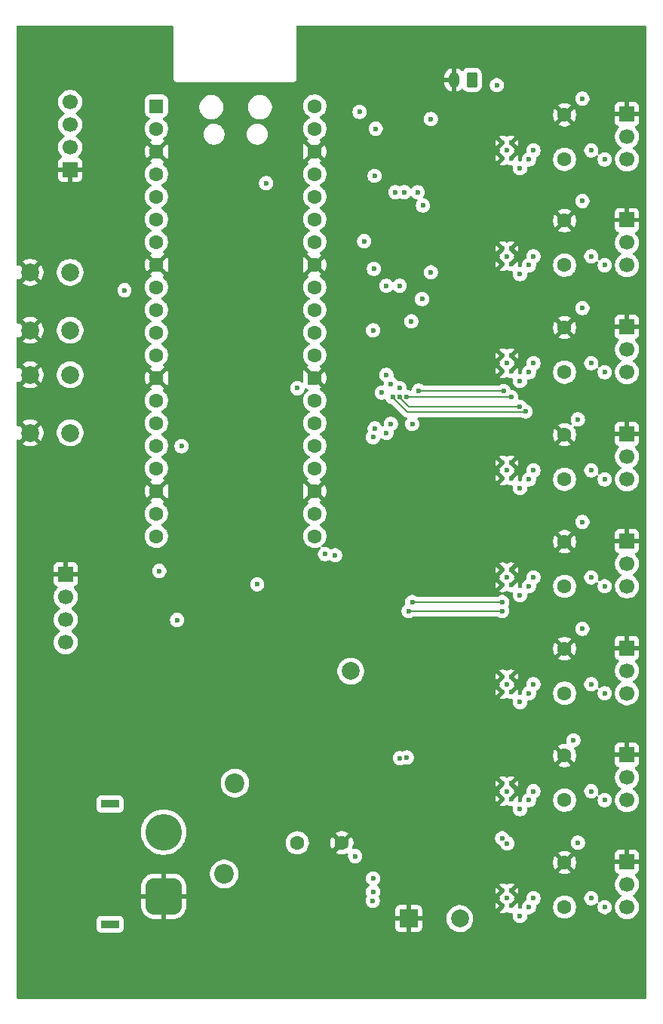
<source format=gbr>
%TF.GenerationSoftware,KiCad,Pcbnew,9.0.6*%
%TF.CreationDate,2025-11-30T21:04:56+01:00*%
%TF.ProjectId,controller,636f6e74-726f-46c6-9c65-722e6b696361,rev?*%
%TF.SameCoordinates,Original*%
%TF.FileFunction,Copper,L2,Inr*%
%TF.FilePolarity,Positive*%
%FSLAX46Y46*%
G04 Gerber Fmt 4.6, Leading zero omitted, Abs format (unit mm)*
G04 Created by KiCad (PCBNEW 9.0.6) date 2025-11-30 21:04:56*
%MOMM*%
%LPD*%
G01*
G04 APERTURE LIST*
G04 Aperture macros list*
%AMRoundRect*
0 Rectangle with rounded corners*
0 $1 Rounding radius*
0 $2 $3 $4 $5 $6 $7 $8 $9 X,Y pos of 4 corners*
0 Add a 4 corners polygon primitive as box body*
4,1,4,$2,$3,$4,$5,$6,$7,$8,$9,$2,$3,0*
0 Add four circle primitives for the rounded corners*
1,1,$1+$1,$2,$3*
1,1,$1+$1,$4,$5*
1,1,$1+$1,$6,$7*
1,1,$1+$1,$8,$9*
0 Add four rect primitives between the rounded corners*
20,1,$1+$1,$2,$3,$4,$5,0*
20,1,$1+$1,$4,$5,$6,$7,0*
20,1,$1+$1,$6,$7,$8,$9,0*
20,1,$1+$1,$8,$9,$2,$3,0*%
%AMFreePoly0*
4,1,37,0.603843,0.796157,0.639018,0.796157,0.711114,0.766294,0.766294,0.711114,0.796157,0.639018,0.796157,0.603843,0.800000,0.600000,0.800000,-0.600000,0.796157,-0.603843,0.796157,-0.639018,0.766294,-0.711114,0.711114,-0.766294,0.639018,-0.796157,0.603843,-0.796157,0.600000,-0.800000,0.000000,-0.800000,0.000000,-0.796148,-0.078414,-0.796148,-0.232228,-0.765552,-0.377117,-0.705537,
-0.507515,-0.618408,-0.618408,-0.507515,-0.705537,-0.377117,-0.765552,-0.232228,-0.796148,-0.078414,-0.796148,0.078414,-0.765552,0.232228,-0.705537,0.377117,-0.618408,0.507515,-0.507515,0.618408,-0.377117,0.705537,-0.232228,0.765552,-0.078414,0.796148,0.000000,0.796148,0.000000,0.800000,0.600000,0.800000,0.603843,0.796157,0.603843,0.796157,$1*%
%AMFreePoly1*
4,1,37,0.000000,0.796148,0.078414,0.796148,0.232228,0.765552,0.377117,0.705537,0.507515,0.618408,0.618408,0.507515,0.705537,0.377117,0.765552,0.232228,0.796148,0.078414,0.796148,-0.078414,0.765552,-0.232228,0.705537,-0.377117,0.618408,-0.507515,0.507515,-0.618408,0.377117,-0.705537,0.232228,-0.765552,0.078414,-0.796148,0.000000,-0.796148,0.000000,-0.800000,-0.600000,-0.800000,
-0.603843,-0.796157,-0.639018,-0.796157,-0.711114,-0.766294,-0.766294,-0.711114,-0.796157,-0.639018,-0.796157,-0.603843,-0.800000,-0.600000,-0.800000,0.600000,-0.796157,0.603843,-0.796157,0.639018,-0.766294,0.711114,-0.711114,0.766294,-0.639018,0.796157,-0.603843,0.796157,-0.600000,0.800000,0.000000,0.800000,0.000000,0.796148,0.000000,0.796148,$1*%
G04 Aperture macros list end*
%TA.AperFunction,ComponentPad*%
%ADD10C,2.200000*%
%TD*%
%TA.AperFunction,ComponentPad*%
%ADD11C,0.600000*%
%TD*%
%TA.AperFunction,ComponentPad*%
%ADD12RoundRect,0.200000X-0.600000X-0.600000X0.600000X-0.600000X0.600000X0.600000X-0.600000X0.600000X0*%
%TD*%
%TA.AperFunction,ComponentPad*%
%ADD13C,1.600000*%
%TD*%
%TA.AperFunction,ComponentPad*%
%ADD14FreePoly0,0.000000*%
%TD*%
%TA.AperFunction,ComponentPad*%
%ADD15FreePoly1,0.000000*%
%TD*%
%TA.AperFunction,ComponentPad*%
%ADD16C,2.000000*%
%TD*%
%TA.AperFunction,ComponentPad*%
%ADD17R,1.700000X1.700000*%
%TD*%
%TA.AperFunction,ComponentPad*%
%ADD18C,1.700000*%
%TD*%
%TA.AperFunction,ComponentPad*%
%ADD19R,2.000000X2.000000*%
%TD*%
%TA.AperFunction,ComponentPad*%
%ADD20C,3.600000*%
%TD*%
%TA.AperFunction,ComponentPad*%
%ADD21R,2.000000X0.900000*%
%TD*%
%TA.AperFunction,ComponentPad*%
%ADD22RoundRect,1.025000X1.025000X-1.025000X1.025000X1.025000X-1.025000X1.025000X-1.025000X-1.025000X0*%
%TD*%
%TA.AperFunction,ComponentPad*%
%ADD23C,4.100000*%
%TD*%
%TA.AperFunction,ComponentPad*%
%ADD24RoundRect,0.250000X0.350000X0.625000X-0.350000X0.625000X-0.350000X-0.625000X0.350000X-0.625000X0*%
%TD*%
%TA.AperFunction,ComponentPad*%
%ADD25O,1.200000X1.750000*%
%TD*%
%TA.AperFunction,ViaPad*%
%ADD26C,0.600000*%
%TD*%
%TA.AperFunction,Conductor*%
%ADD27C,0.200000*%
%TD*%
G04 APERTURE END LIST*
D10*
%TO.N,/PWR_IN*%
%TO.C,F1*%
X60000000Y-114300000D03*
%TO.N,/PWR_PRE_SHUNT*%
X58800000Y-124500000D03*
%TD*%
D11*
%TO.N,GND*%
%TO.C,U8*%
X90045000Y-114360000D03*
X90045000Y-116080000D03*
X90525000Y-115220000D03*
X91005000Y-114360000D03*
X91005000Y-116080000D03*
%TD*%
D12*
%TO.N,/UART0_TX*%
%TO.C,A1*%
X51185000Y-38340000D03*
D13*
%TO.N,/UART0_RX*%
X51185000Y-40880000D03*
D14*
%TO.N,GND*%
X51185000Y-43420000D03*
D13*
%TO.N,/LED_0*%
X51185000Y-45960000D03*
%TO.N,/LED_1*%
X51185000Y-48500000D03*
%TO.N,/SDA*%
X51185000Y-51040000D03*
%TO.N,/SCL*%
X51185000Y-53580000D03*
D14*
%TO.N,GND*%
X51185000Y-56120000D03*
D13*
%TO.N,/BTN_0*%
X51185000Y-58660000D03*
%TO.N,/BTN_1*%
X51185000Y-61200000D03*
%TO.N,/CTRL_0*%
X51185000Y-63740000D03*
%TO.N,/CTRL_1*%
X51185000Y-66280000D03*
D14*
%TO.N,GND*%
X51185000Y-68820000D03*
D13*
%TO.N,/CTRL_2*%
X51185000Y-71360000D03*
%TO.N,/CTRL_3*%
X51185000Y-73900000D03*
%TO.N,/CTRL_4*%
X51185000Y-76440000D03*
%TO.N,/CTRL_5*%
X51185000Y-78980000D03*
D14*
%TO.N,GND*%
X51185000Y-81520000D03*
D13*
%TO.N,/CTRL_6*%
X51185000Y-84060000D03*
%TO.N,/CTRL_7*%
X51185000Y-86600000D03*
%TO.N,/SD_DO*%
X68965000Y-86600000D03*
%TO.N,/SD_CS*%
X68965000Y-84060000D03*
D15*
%TO.N,GND*%
X68965000Y-81520000D03*
D13*
%TO.N,/SD_CLK*%
X68965000Y-78980000D03*
%TO.N,/SD_DI*%
X68965000Y-76440000D03*
%TO.N,/FB_S0*%
X68965000Y-73900000D03*
%TO.N,/FB_S1*%
X68965000Y-71360000D03*
D15*
%TO.N,GND*%
X68965000Y-68820000D03*
D13*
%TO.N,/FB_S2*%
X68965000Y-66280000D03*
%TO.N,unconnected-(A1-RUN-Pad30)*%
X68965000Y-63740000D03*
%TO.N,/NTC_0*%
X68965000Y-61200000D03*
%TO.N,/NTC_1*%
X68965000Y-58660000D03*
D15*
%TO.N,GND*%
X68965000Y-56120000D03*
D13*
%TO.N,/FB_M*%
X68965000Y-53580000D03*
%TO.N,unconnected-(A1-ADC_VREF-Pad35)_1*%
X68965000Y-51040000D03*
%TO.N,+3.3V*%
X68965000Y-48500000D03*
%TO.N,unconnected-(A1-3V3_EN-Pad37)*%
X68965000Y-45960000D03*
D15*
%TO.N,GND*%
X68965000Y-43420000D03*
D13*
%TO.N,Net-(A1-VSYS)*%
X68965000Y-40880000D03*
%TO.N,unconnected-(A1-VBUS-Pad40)_1*%
X68965000Y-38340000D03*
%TD*%
D16*
%TO.N,GND*%
%TO.C,SW1*%
X37000000Y-75000000D03*
X37000000Y-68500000D03*
%TO.N,Net-(R30-Pad2)*%
X41500000Y-75000000D03*
X41500000Y-68500000D03*
%TD*%
D11*
%TO.N,GND*%
%TO.C,U5*%
X90045000Y-78360000D03*
X90045000Y-80080000D03*
X90525000Y-79220000D03*
X91005000Y-78360000D03*
X91005000Y-80080000D03*
%TD*%
D17*
%TO.N,GND*%
%TO.C,J3*%
X104000000Y-63120000D03*
D18*
%TO.N,Net-(D2-K)*%
X104000000Y-65660000D03*
%TO.N,/Channel2/LED_SUPPLY*%
X104000000Y-68200000D03*
%TD*%
D11*
%TO.N,GND*%
%TO.C,U13*%
X90045000Y-42465000D03*
X90045000Y-44185000D03*
X90525000Y-43325000D03*
X91005000Y-42465000D03*
X91005000Y-44185000D03*
%TD*%
D17*
%TO.N,GND*%
%TO.C,J13*%
X104000000Y-39245000D03*
D18*
%TO.N,Net-(D11-K)*%
X104000000Y-41785000D03*
%TO.N,/Channel/LED_SUPPLY*%
X104000000Y-44325000D03*
%TD*%
D17*
%TO.N,GND*%
%TO.C,J7*%
X104000000Y-111140000D03*
D18*
%TO.N,Net-(D6-K)*%
X104000000Y-113680000D03*
%TO.N,/Channel6/LED_SUPPLY*%
X104000000Y-116220000D03*
%TD*%
D11*
%TO.N,GND*%
%TO.C,U4*%
X90045000Y-66340000D03*
X90045000Y-68060000D03*
X90525000Y-67200000D03*
X91005000Y-66340000D03*
X91005000Y-68060000D03*
%TD*%
%TO.N,GND*%
%TO.C,U9*%
X90045000Y-126360000D03*
X90045000Y-128080000D03*
X90525000Y-127220000D03*
X91005000Y-126360000D03*
X91005000Y-128080000D03*
%TD*%
D19*
%TO.N,GND*%
%TO.C,TP1*%
X79500000Y-129500000D03*
%TD*%
D11*
%TO.N,GND*%
%TO.C,U3*%
X90045000Y-54340000D03*
X90045000Y-56060000D03*
X90525000Y-55200000D03*
X91005000Y-54340000D03*
X91005000Y-56060000D03*
%TD*%
D20*
%TO.N,GND*%
%TO.C,H1*%
X102800000Y-135400000D03*
%TD*%
D16*
%TO.N,+5V*%
%TO.C,TP3*%
X85250000Y-129500000D03*
%TD*%
D17*
%TO.N,GND*%
%TO.C,J12*%
X41500000Y-45500000D03*
D18*
%TO.N,/UART0_RX*%
X41500000Y-42960000D03*
%TO.N,/UART0_TX*%
X41500000Y-40420000D03*
%TO.N,+3.3V*%
X41500000Y-37880000D03*
%TD*%
D21*
%TO.N,*%
%TO.C,J1*%
X46000000Y-130150000D03*
X46000000Y-116650000D03*
D22*
%TO.N,GND*%
X52000000Y-127000000D03*
D23*
%TO.N,/PWR_IN*%
X52000000Y-119800000D03*
%TD*%
D17*
%TO.N,GND*%
%TO.C,J10*%
X41000000Y-90880000D03*
D18*
%TO.N,+3.3V*%
X41000000Y-93420000D03*
%TO.N,/SCL*%
X41000000Y-95960000D03*
%TO.N,/SDA*%
X41000000Y-98500000D03*
%TD*%
D20*
%TO.N,GND*%
%TO.C,H4*%
X102800000Y-32400000D03*
%TD*%
%TO.N,GND*%
%TO.C,H3*%
X38800000Y-32400000D03*
%TD*%
D17*
%TO.N,GND*%
%TO.C,J8*%
X104000000Y-123140000D03*
D18*
%TO.N,Net-(D7-K)*%
X104000000Y-125680000D03*
%TO.N,/Channel7/LED_SUPPLY*%
X104000000Y-128220000D03*
%TD*%
D17*
%TO.N,GND*%
%TO.C,J5*%
X104000000Y-87140000D03*
D18*
%TO.N,Net-(D4-K)*%
X104000000Y-89680000D03*
%TO.N,/Channel4/LED_SUPPLY*%
X104000000Y-92220000D03*
%TD*%
D16*
%TO.N,GND*%
%TO.C,SW2*%
X37000000Y-63500000D03*
X37000000Y-57000000D03*
%TO.N,Net-(R31-Pad2)*%
X41500000Y-63500000D03*
X41500000Y-57000000D03*
%TD*%
D11*
%TO.N,GND*%
%TO.C,U6*%
X90045000Y-90360000D03*
X90045000Y-92080000D03*
X90525000Y-91220000D03*
X91005000Y-90360000D03*
X91005000Y-92080000D03*
%TD*%
D24*
%TO.N,Net-(D12-K)*%
%TO.C,J9*%
X86600000Y-35400000D03*
D25*
%TO.N,GND*%
X84600000Y-35400000D03*
%TD*%
D17*
%TO.N,GND*%
%TO.C,J4*%
X104000000Y-75140000D03*
D18*
%TO.N,Net-(D3-K)*%
X104000000Y-77680000D03*
%TO.N,/Channel3/LED_SUPPLY*%
X104000000Y-80220000D03*
%TD*%
D17*
%TO.N,GND*%
%TO.C,J2*%
X104000000Y-51120000D03*
D18*
%TO.N,Net-(D1-K)*%
X104000000Y-53660000D03*
%TO.N,/Channel1/LED_SUPPLY*%
X104000000Y-56200000D03*
%TD*%
D16*
%TO.N,+3.3V*%
%TO.C,TP2*%
X73000000Y-101750000D03*
%TD*%
D11*
%TO.N,GND*%
%TO.C,U7*%
X90045000Y-102360000D03*
X90045000Y-104080000D03*
X90525000Y-103220000D03*
X91005000Y-102360000D03*
X91005000Y-104080000D03*
%TD*%
D20*
%TO.N,GND*%
%TO.C,H2*%
X38800000Y-135400000D03*
%TD*%
D17*
%TO.N,GND*%
%TO.C,J6*%
X104000000Y-99140000D03*
D18*
%TO.N,Net-(D5-K)*%
X104000000Y-101680000D03*
%TO.N,/Channel5/LED_SUPPLY*%
X104000000Y-104220000D03*
%TD*%
D13*
%TO.N,/Channel3/LED_SUPPLY*%
%TO.C,C6*%
X97000000Y-80220000D03*
%TO.N,GND*%
X97000000Y-75220000D03*
%TD*%
%TO.N,/Channel7/LED_SUPPLY*%
%TO.C,C14*%
X97000000Y-128220000D03*
%TO.N,GND*%
X97000000Y-123220000D03*
%TD*%
%TO.N,/Channel5/LED_SUPPLY*%
%TO.C,C10*%
X97000000Y-104220000D03*
%TO.N,GND*%
X97000000Y-99220000D03*
%TD*%
%TO.N,/Channel1/LED_SUPPLY*%
%TO.C,C2*%
X97000000Y-56200000D03*
%TO.N,GND*%
X97000000Y-51200000D03*
%TD*%
%TO.N,/Channel/LED_SUPPLY*%
%TO.C,C32*%
X97000000Y-44325000D03*
%TO.N,GND*%
X97000000Y-39325000D03*
%TD*%
%TO.N,/Channel2/LED_SUPPLY*%
%TO.C,C4*%
X97000000Y-68200000D03*
%TO.N,GND*%
X97000000Y-63200000D03*
%TD*%
%TO.N,+5V*%
%TO.C,C25*%
X67000000Y-121000000D03*
%TO.N,GND*%
X72000000Y-121000000D03*
%TD*%
%TO.N,/Channel4/LED_SUPPLY*%
%TO.C,C8*%
X97000000Y-92220000D03*
%TO.N,GND*%
X97000000Y-87220000D03*
%TD*%
%TO.N,/Channel6/LED_SUPPLY*%
%TO.C,C12*%
X97000000Y-116220000D03*
%TO.N,GND*%
X97000000Y-111220000D03*
%TD*%
D26*
%TO.N,/FB_M*%
X75500000Y-63500000D03*
X74500000Y-53500000D03*
%TO.N,GND*%
X65000000Y-111250000D03*
X55750000Y-43500000D03*
X69250000Y-105250000D03*
X58500000Y-66250000D03*
X78750000Y-38750000D03*
X37000000Y-124000000D03*
X37000000Y-45500000D03*
X90750000Y-85500000D03*
X80750000Y-110750000D03*
X86250000Y-40500000D03*
X42500000Y-109250000D03*
X74750000Y-111250000D03*
X71750000Y-70250000D03*
X92000000Y-113000000D03*
X90250000Y-118250000D03*
X102750000Y-106750000D03*
X67750000Y-100750000D03*
X84000000Y-98000000D03*
X71250000Y-110250000D03*
X61500000Y-102000000D03*
X43500000Y-69000000D03*
X92000000Y-64750000D03*
X81000000Y-44000000D03*
X77500000Y-59500000D03*
X63750000Y-55500000D03*
X48000000Y-103750000D03*
X57500000Y-103250000D03*
X90750000Y-73500000D03*
X63500000Y-104250000D03*
X56750000Y-65000000D03*
X95000000Y-59750000D03*
X80000000Y-58500000D03*
X61750000Y-107750000D03*
X99000000Y-65500000D03*
X75000000Y-129250000D03*
X43000000Y-60500000D03*
X51500000Y-97250000D03*
X92750000Y-84000000D03*
X65250000Y-40750000D03*
X59750000Y-49000000D03*
X45250000Y-102000000D03*
X91750000Y-40750000D03*
X72250000Y-48250000D03*
X58500000Y-59000000D03*
X47000000Y-53500000D03*
X53250000Y-111250000D03*
X83500000Y-46750000D03*
X72000000Y-42750000D03*
X64750000Y-95750000D03*
X38500000Y-52750000D03*
X48000000Y-72750000D03*
X104000000Y-70750000D03*
X105500000Y-83750000D03*
X37000000Y-130250000D03*
X99000000Y-47000000D03*
X74250000Y-72500000D03*
X41750000Y-129500000D03*
X78750000Y-76750000D03*
X45750000Y-97250000D03*
X94750000Y-48250000D03*
X46250000Y-91750000D03*
X67000000Y-71750000D03*
X47000000Y-56250000D03*
X52000000Y-105500000D03*
X48000000Y-100250000D03*
X44750000Y-42500000D03*
X92250000Y-106750000D03*
X77000000Y-47000000D03*
X55750000Y-87250000D03*
X105500000Y-47000000D03*
X74250000Y-75500000D03*
X56500000Y-69000000D03*
X76750000Y-111500000D03*
X62750000Y-54500000D03*
X55200000Y-95000000D03*
X53000000Y-47250000D03*
X67000000Y-50500000D03*
X105500000Y-107500000D03*
X64500000Y-87000000D03*
X36750000Y-37500000D03*
X49000000Y-105500000D03*
X90750000Y-58750000D03*
X62750000Y-127000000D03*
X85000000Y-122250000D03*
X79750000Y-46750000D03*
X54000000Y-65500000D03*
X99000000Y-41750000D03*
X62000000Y-53000000D03*
X65250000Y-44250000D03*
X67000000Y-37250000D03*
X64250000Y-70000000D03*
X55250000Y-75500000D03*
X38500000Y-104750000D03*
X71750000Y-57000000D03*
X85500000Y-60750000D03*
X104000000Y-82750000D03*
X99000000Y-119000000D03*
X63250000Y-73500000D03*
X65000000Y-53000000D03*
X67750000Y-111250000D03*
X71500000Y-96750000D03*
X53000000Y-75250000D03*
X67000000Y-59250000D03*
X92250000Y-52750000D03*
X99000000Y-77500000D03*
X56750000Y-77500000D03*
X53250000Y-38250000D03*
X40250000Y-83250000D03*
X53250000Y-78000000D03*
X44000000Y-39500000D03*
X91750000Y-124500000D03*
X43500000Y-99750000D03*
X47500000Y-46500000D03*
X53000000Y-64250000D03*
X79500000Y-100500000D03*
X43500000Y-72000000D03*
X92500000Y-75500000D03*
X56250000Y-106500000D03*
X99000000Y-53500000D03*
X105500000Y-95000000D03*
X59500000Y-59750000D03*
X70000000Y-92000000D03*
X99000000Y-82750000D03*
X72250000Y-38000000D03*
X63250000Y-78250000D03*
X76750000Y-104500000D03*
X63500000Y-66000000D03*
X80750000Y-102000000D03*
X66750000Y-52500000D03*
X79000000Y-118500000D03*
X62250000Y-48000000D03*
X57250000Y-92000000D03*
X99000000Y-95000000D03*
X49500000Y-90000000D03*
X81000000Y-61750000D03*
X65750000Y-127000000D03*
X75000000Y-48500000D03*
X45000000Y-66000000D03*
X92250000Y-100750000D03*
X84000000Y-106000000D03*
X74750000Y-66000000D03*
X75500000Y-59250000D03*
X53000000Y-52250000D03*
X53500000Y-85000000D03*
X99250000Y-59000000D03*
X92000000Y-89000000D03*
X91750000Y-77000000D03*
X66500000Y-78750000D03*
X60750000Y-111250000D03*
X74500000Y-68750000D03*
X74250000Y-51000000D03*
X44750000Y-78250000D03*
X65750000Y-65250000D03*
X99000000Y-130750000D03*
X74500000Y-90750000D03*
X74500000Y-97750000D03*
X53000000Y-72750000D03*
X76750000Y-48500000D03*
X76250000Y-38750000D03*
X71750000Y-75250000D03*
X65250000Y-49500000D03*
X65000000Y-56750000D03*
X59750000Y-43500000D03*
X83500000Y-37500000D03*
X99000000Y-101500000D03*
X77750000Y-54000000D03*
X60500000Y-65750000D03*
X71750000Y-77750000D03*
X75500000Y-61500000D03*
X99250000Y-106750000D03*
X99000000Y-113750000D03*
X74750000Y-77750000D03*
X92500000Y-121250000D03*
X40250000Y-52750000D03*
X71500000Y-65000000D03*
X90500000Y-131000000D03*
X48750000Y-95000000D03*
X39250000Y-50250000D03*
X74200000Y-42400000D03*
X61000000Y-95200000D03*
X87000000Y-83500000D03*
X58000000Y-97800000D03*
X98750000Y-125750000D03*
X52250000Y-92500000D03*
X90750000Y-109500000D03*
X105250000Y-119000000D03*
X69750000Y-130750000D03*
X83500000Y-79250000D03*
X67500000Y-96250000D03*
X53500000Y-99000000D03*
X54000000Y-60750000D03*
X47750000Y-39500000D03*
X99000000Y-89500000D03*
X47000000Y-114000000D03*
X87750000Y-105750000D03*
X103000000Y-130500000D03*
X67250000Y-54500000D03*
X79500000Y-96750000D03*
X41000000Y-100750000D03*
X66750000Y-85000000D03*
X104750000Y-58750000D03*
X48750000Y-111000000D03*
X61250000Y-70000000D03*
X58250000Y-78500000D03*
X37500000Y-112000000D03*
X71750000Y-130500000D03*
X47250000Y-50500000D03*
X79500000Y-109250000D03*
X39250000Y-39250000D03*
X76750000Y-82500000D03*
X85000000Y-115500000D03*
X99250000Y-70750000D03*
X73000000Y-37000000D03*
X46750000Y-48750000D03*
X84500000Y-51500000D03*
X90750000Y-47750000D03*
%TO.N,/NTC_0*%
X62500000Y-92000000D03*
X73500000Y-122500000D03*
X67000000Y-70000000D03*
%TO.N,/NTC_1*%
X63500000Y-47000000D03*
%TO.N,/SD_CLK*%
X70111025Y-88611025D03*
%TO.N,/SDA*%
X75475000Y-127497523D03*
%TO.N,+5V*%
X89400000Y-36000000D03*
X82000000Y-57000000D03*
X75603685Y-56603685D03*
X75672435Y-46172435D03*
X82000000Y-39800000D03*
%TO.N,+3.3V*%
X75500000Y-125000000D03*
X51500000Y-90500000D03*
X74000000Y-39000000D03*
X79900000Y-74000000D03*
%TO.N,/SCL*%
X75500000Y-126500000D03*
X53500000Y-96000000D03*
%TO.N,/CTRL_4*%
X54000000Y-76500000D03*
%TO.N,/BTN_1*%
X47600000Y-59000000D03*
%TO.N,/SD_DI*%
X71250000Y-88750000D03*
%TO.N,/FB_1*%
X91000000Y-71000000D03*
X79300000Y-71000000D03*
%TO.N,/FB_2*%
X90174265Y-70325735D03*
X80624265Y-70275735D03*
%TO.N,/FB_3*%
X77699997Y-71000000D03*
X92610155Y-72600000D03*
%TO.N,/FB_4*%
X79900000Y-94000000D03*
X78500000Y-70000000D03*
X77500000Y-74000000D03*
X90000000Y-94000000D03*
%TO.N,/FB_5*%
X77000000Y-75000000D03*
X90000000Y-95000000D03*
X79500000Y-95000000D03*
X76500000Y-70500000D03*
%TO.N,/FB_6*%
X75699997Y-74500000D03*
X79296348Y-111423619D03*
X90000000Y-120500000D03*
X77500000Y-69500000D03*
%TO.N,/FB_7*%
X78500000Y-111500000D03*
X77000000Y-68500000D03*
X75500000Y-75500000D03*
X90565687Y-121065687D03*
%TO.N,/Channel/LED_SUPPLY*%
X93000000Y-44325000D03*
X92000000Y-45325000D03*
X93500000Y-43325000D03*
X100000000Y-43325000D03*
X101500000Y-44325000D03*
%TO.N,/Channel/DIN*%
X99000000Y-37500000D03*
X78000000Y-48000000D03*
%TO.N,/Channel1/LED_SUPPLY*%
X93500000Y-55200000D03*
X100000000Y-55200000D03*
X93000000Y-56200000D03*
X101500000Y-56200000D03*
X92000000Y-57200000D03*
%TO.N,/Channel2/LED_SUPPLY*%
X93500000Y-67200000D03*
X100000000Y-67200000D03*
X92000000Y-69200000D03*
X101500000Y-68200000D03*
X93000000Y-68200000D03*
%TO.N,/Channel3/LED_SUPPLY*%
X101500000Y-80220000D03*
X100000000Y-79220000D03*
X92000000Y-81220000D03*
X93000000Y-80220000D03*
X93500000Y-79220000D03*
%TO.N,/Channel4/LED_SUPPLY*%
X93000000Y-92220000D03*
X100000000Y-91220000D03*
X92000000Y-93220000D03*
X101500000Y-92220000D03*
X93500000Y-91220000D03*
%TO.N,/Channel5/LED_SUPPLY*%
X92000000Y-105220000D03*
X100000000Y-103220000D03*
X93500000Y-103220000D03*
X101500000Y-104220000D03*
X93000000Y-104220000D03*
%TO.N,/Channel6/LED_SUPPLY*%
X93000000Y-116220000D03*
X92000000Y-117220000D03*
X100000000Y-115220000D03*
X101500000Y-116220000D03*
X93500000Y-115220000D03*
%TO.N,/Channel7/LED_SUPPLY*%
X101500000Y-128220000D03*
X93000000Y-128220000D03*
X92000000Y-129220000D03*
X100000000Y-127220000D03*
X93500000Y-127220000D03*
%TO.N,/Channel1/DIN*%
X99000000Y-49000000D03*
X81100000Y-49500000D03*
%TO.N,/Channel2/DIN*%
X80500000Y-48000000D03*
X99000000Y-61000000D03*
%TO.N,/Channel3/DIN*%
X98500000Y-73500000D03*
X79000000Y-48000000D03*
%TO.N,/Channel4/DIN*%
X81000000Y-60000000D03*
X99000000Y-85000000D03*
%TO.N,/Channel5/DIN*%
X99000000Y-97000000D03*
X79800000Y-62500000D03*
%TO.N,/Channel6/DIN*%
X98000000Y-109500000D03*
X78500000Y-58500000D03*
%TO.N,/Channel7/DIN*%
X77000000Y-58500000D03*
X98500000Y-121000000D03*
%TO.N,/FB_0*%
X78500000Y-71000000D03*
X92000000Y-72076000D03*
%TO.N,Net-(A1-VSYS)*%
X75800000Y-40880000D03*
%TD*%
D27*
%TO.N,/FB_1*%
X91000000Y-71000000D02*
X79300000Y-71000000D01*
%TO.N,/FB_2*%
X90174265Y-70325735D02*
X80674265Y-70325735D01*
X80674265Y-70325735D02*
X80624265Y-70275735D01*
%TO.N,/FB_3*%
X92533155Y-72677000D02*
X79327057Y-72677000D01*
X92610155Y-72600000D02*
X92533155Y-72677000D01*
X77699997Y-71049940D02*
X77699997Y-71000000D01*
X79327057Y-72677000D02*
X77699997Y-71049940D01*
%TO.N,/FB_4*%
X90000000Y-94000000D02*
X79900000Y-94000000D01*
%TO.N,/FB_5*%
X90000000Y-95000000D02*
X79500000Y-95000000D01*
%TO.N,/FB_0*%
X92000000Y-72076000D02*
X79526057Y-72076000D01*
X78500000Y-71049943D02*
X78500000Y-71000000D01*
X79526057Y-72076000D02*
X78500000Y-71049943D01*
%TD*%
%TA.AperFunction,Conductor*%
%TO.N,GND*%
G36*
X53042539Y-29320185D02*
G01*
X53088294Y-29372989D01*
X53099500Y-29424500D01*
X53099500Y-35265891D01*
X53133608Y-35393187D01*
X53166046Y-35449370D01*
X53199500Y-35507314D01*
X53292686Y-35600500D01*
X53406814Y-35666392D01*
X53534108Y-35700500D01*
X53534110Y-35700500D01*
X66465890Y-35700500D01*
X66465892Y-35700500D01*
X66593186Y-35666392D01*
X66707314Y-35600500D01*
X66800500Y-35507314D01*
X66866392Y-35393186D01*
X66900500Y-35265892D01*
X66900500Y-35038428D01*
X83500000Y-35038428D01*
X83500000Y-35150000D01*
X84319670Y-35150000D01*
X84299925Y-35169745D01*
X84250556Y-35255255D01*
X84225000Y-35350630D01*
X84225000Y-35449370D01*
X84250556Y-35544745D01*
X84299925Y-35630255D01*
X84319670Y-35650000D01*
X83500000Y-35650000D01*
X83500000Y-35761571D01*
X83527085Y-35932584D01*
X83580591Y-36097257D01*
X83659195Y-36251524D01*
X83760967Y-36391602D01*
X83883397Y-36514032D01*
X84023475Y-36615804D01*
X84177744Y-36694408D01*
X84342415Y-36747914D01*
X84342414Y-36747914D01*
X84349999Y-36749115D01*
X84350000Y-36749114D01*
X84350000Y-35680330D01*
X84369745Y-35700075D01*
X84455255Y-35749444D01*
X84550630Y-35775000D01*
X84649370Y-35775000D01*
X84744745Y-35749444D01*
X84830255Y-35700075D01*
X84850000Y-35680330D01*
X84850000Y-36749115D01*
X84857584Y-36747914D01*
X85022255Y-36694408D01*
X85176524Y-36615804D01*
X85316598Y-36514035D01*
X85424199Y-36406434D01*
X85485522Y-36372949D01*
X85555214Y-36377933D01*
X85611148Y-36419804D01*
X85617418Y-36429016D01*
X85657288Y-36493656D01*
X85781344Y-36617712D01*
X85930666Y-36709814D01*
X86097203Y-36764999D01*
X86199991Y-36775500D01*
X87000008Y-36775499D01*
X87000016Y-36775498D01*
X87000019Y-36775498D01*
X87056434Y-36769735D01*
X87102797Y-36764999D01*
X87269334Y-36709814D01*
X87418656Y-36617712D01*
X87542712Y-36493656D01*
X87634814Y-36344334D01*
X87689999Y-36177797D01*
X87700500Y-36075009D01*
X87700500Y-35921153D01*
X88599500Y-35921153D01*
X88599500Y-36078846D01*
X88630261Y-36233489D01*
X88630264Y-36233501D01*
X88690602Y-36379172D01*
X88690609Y-36379185D01*
X88778210Y-36510288D01*
X88778213Y-36510292D01*
X88889707Y-36621786D01*
X88889711Y-36621789D01*
X89020814Y-36709390D01*
X89020827Y-36709397D01*
X89155062Y-36764998D01*
X89166503Y-36769737D01*
X89321153Y-36800499D01*
X89321156Y-36800500D01*
X89321158Y-36800500D01*
X89478844Y-36800500D01*
X89478845Y-36800499D01*
X89633497Y-36769737D01*
X89779179Y-36709394D01*
X89910289Y-36621789D01*
X90021789Y-36510289D01*
X90109394Y-36379179D01*
X90169737Y-36233497D01*
X90200500Y-36078842D01*
X90200500Y-35921158D01*
X90200500Y-35921155D01*
X90200499Y-35921153D01*
X90169738Y-35766510D01*
X90169737Y-35766503D01*
X90142398Y-35700500D01*
X90109397Y-35620827D01*
X90109390Y-35620814D01*
X90021789Y-35489711D01*
X90021786Y-35489707D01*
X89910292Y-35378213D01*
X89910288Y-35378210D01*
X89779185Y-35290609D01*
X89779172Y-35290602D01*
X89633501Y-35230264D01*
X89633489Y-35230261D01*
X89478845Y-35199500D01*
X89478842Y-35199500D01*
X89321158Y-35199500D01*
X89321155Y-35199500D01*
X89166510Y-35230261D01*
X89166498Y-35230264D01*
X89020827Y-35290602D01*
X89020814Y-35290609D01*
X88889711Y-35378210D01*
X88889707Y-35378213D01*
X88778213Y-35489707D01*
X88778210Y-35489711D01*
X88690609Y-35620814D01*
X88690602Y-35620827D01*
X88630264Y-35766498D01*
X88630261Y-35766510D01*
X88599500Y-35921153D01*
X87700500Y-35921153D01*
X87700499Y-35393187D01*
X87700499Y-34724998D01*
X87700498Y-34724981D01*
X87689999Y-34622203D01*
X87689998Y-34622200D01*
X87665568Y-34548475D01*
X87634814Y-34455666D01*
X87542712Y-34306344D01*
X87418656Y-34182288D01*
X87269334Y-34090186D01*
X87102797Y-34035001D01*
X87102795Y-34035000D01*
X87000010Y-34024500D01*
X86199998Y-34024500D01*
X86199980Y-34024501D01*
X86097203Y-34035000D01*
X86097200Y-34035001D01*
X85930668Y-34090185D01*
X85930663Y-34090187D01*
X85781342Y-34182289D01*
X85657289Y-34306342D01*
X85617420Y-34370981D01*
X85565472Y-34417705D01*
X85496509Y-34428928D01*
X85432427Y-34401084D01*
X85424200Y-34393565D01*
X85316602Y-34285967D01*
X85176524Y-34184195D01*
X85022257Y-34105591D01*
X84857589Y-34052087D01*
X84857581Y-34052085D01*
X84850000Y-34050884D01*
X84850000Y-35119670D01*
X84830255Y-35099925D01*
X84744745Y-35050556D01*
X84649370Y-35025000D01*
X84550630Y-35025000D01*
X84455255Y-35050556D01*
X84369745Y-35099925D01*
X84350000Y-35119670D01*
X84350000Y-34050884D01*
X84349999Y-34050884D01*
X84342418Y-34052085D01*
X84342410Y-34052087D01*
X84177742Y-34105591D01*
X84023475Y-34184195D01*
X83883397Y-34285967D01*
X83760967Y-34408397D01*
X83659195Y-34548475D01*
X83580591Y-34702742D01*
X83527085Y-34867415D01*
X83500000Y-35038428D01*
X66900500Y-35038428D01*
X66900500Y-29424500D01*
X66920185Y-29357461D01*
X66972989Y-29311706D01*
X67024500Y-29300500D01*
X106075500Y-29300500D01*
X106142539Y-29320185D01*
X106188294Y-29372989D01*
X106199500Y-29424500D01*
X106199500Y-138375500D01*
X106179815Y-138442539D01*
X106127011Y-138488294D01*
X106075500Y-138499500D01*
X35624500Y-138499500D01*
X35557461Y-138479815D01*
X35511706Y-138427011D01*
X35500500Y-138375500D01*
X35500500Y-129652135D01*
X44499500Y-129652135D01*
X44499500Y-130647870D01*
X44499501Y-130647876D01*
X44505908Y-130707483D01*
X44556202Y-130842328D01*
X44556206Y-130842335D01*
X44642452Y-130957544D01*
X44642455Y-130957547D01*
X44757664Y-131043793D01*
X44757671Y-131043797D01*
X44892517Y-131094091D01*
X44892516Y-131094091D01*
X44899444Y-131094835D01*
X44952127Y-131100500D01*
X47047872Y-131100499D01*
X47107483Y-131094091D01*
X47242331Y-131043796D01*
X47357546Y-130957546D01*
X47443796Y-130842331D01*
X47494091Y-130707483D01*
X47500500Y-130647873D01*
X47500499Y-129652128D01*
X47494091Y-129592517D01*
X47485879Y-129570500D01*
X47443797Y-129457671D01*
X47443793Y-129457664D01*
X47357547Y-129342455D01*
X47357544Y-129342452D01*
X47242335Y-129256206D01*
X47242328Y-129256202D01*
X47107482Y-129205908D01*
X47107483Y-129205908D01*
X47047883Y-129199501D01*
X47047881Y-129199500D01*
X47047873Y-129199500D01*
X47047864Y-129199500D01*
X44952129Y-129199500D01*
X44952123Y-129199501D01*
X44892516Y-129205908D01*
X44757671Y-129256202D01*
X44757664Y-129256206D01*
X44642455Y-129342452D01*
X44642452Y-129342455D01*
X44556206Y-129457664D01*
X44556202Y-129457671D01*
X44505908Y-129592517D01*
X44499501Y-129652116D01*
X44499501Y-129652123D01*
X44499500Y-129652135D01*
X35500500Y-129652135D01*
X35500500Y-125904731D01*
X49450000Y-125904731D01*
X49450000Y-126750000D01*
X50672769Y-126750000D01*
X50650000Y-126893753D01*
X50650000Y-127106247D01*
X50672769Y-127250000D01*
X49450000Y-127250000D01*
X49450000Y-128095268D01*
X49460215Y-128239958D01*
X49460217Y-128239968D01*
X49514313Y-128480165D01*
X49514315Y-128480172D01*
X49606244Y-128708585D01*
X49733620Y-128919289D01*
X49733627Y-128919299D01*
X49893153Y-129106846D01*
X50080700Y-129266372D01*
X50080710Y-129266379D01*
X50291414Y-129393755D01*
X50519827Y-129485684D01*
X50519834Y-129485686D01*
X50760031Y-129539782D01*
X50760041Y-129539784D01*
X50904731Y-129549999D01*
X50904734Y-129550000D01*
X51750000Y-129550000D01*
X51750000Y-128327231D01*
X51893753Y-128350000D01*
X52106247Y-128350000D01*
X52250000Y-128327231D01*
X52250000Y-129550000D01*
X53095266Y-129550000D01*
X53095268Y-129549999D01*
X53239958Y-129539784D01*
X53239968Y-129539782D01*
X53480165Y-129485686D01*
X53480172Y-129485684D01*
X53708585Y-129393755D01*
X53911781Y-129270919D01*
X53919289Y-129266379D01*
X53919299Y-129266372D01*
X54106846Y-129106846D01*
X54266372Y-128919299D01*
X54266379Y-128919289D01*
X54393755Y-128708585D01*
X54485684Y-128480172D01*
X54485685Y-128480168D01*
X54491994Y-128452155D01*
X78000000Y-128452155D01*
X78000000Y-129250000D01*
X79066988Y-129250000D01*
X79034075Y-129307007D01*
X79000000Y-129434174D01*
X79000000Y-129565826D01*
X79034075Y-129692993D01*
X79066988Y-129750000D01*
X78000000Y-129750000D01*
X78000000Y-130547844D01*
X78006401Y-130607372D01*
X78006403Y-130607379D01*
X78056645Y-130742086D01*
X78056649Y-130742093D01*
X78142809Y-130857187D01*
X78142812Y-130857190D01*
X78257906Y-130943350D01*
X78257913Y-130943354D01*
X78392620Y-130993596D01*
X78392627Y-130993598D01*
X78452155Y-130999999D01*
X78452172Y-131000000D01*
X79250000Y-131000000D01*
X79250000Y-129933012D01*
X79307007Y-129965925D01*
X79434174Y-130000000D01*
X79565826Y-130000000D01*
X79692993Y-129965925D01*
X79750000Y-129933012D01*
X79750000Y-131000000D01*
X80547828Y-131000000D01*
X80547844Y-130999999D01*
X80607372Y-130993598D01*
X80607379Y-130993596D01*
X80742086Y-130943354D01*
X80742093Y-130943350D01*
X80857187Y-130857190D01*
X80857190Y-130857187D01*
X80943350Y-130742093D01*
X80943354Y-130742086D01*
X80993596Y-130607379D01*
X80993598Y-130607372D01*
X80999999Y-130547844D01*
X81000000Y-130547827D01*
X81000000Y-129750000D01*
X79933012Y-129750000D01*
X79965925Y-129692993D01*
X80000000Y-129565826D01*
X80000000Y-129434174D01*
X79985993Y-129381902D01*
X83749500Y-129381902D01*
X83749500Y-129618097D01*
X83786446Y-129851368D01*
X83859433Y-130075996D01*
X83966657Y-130286433D01*
X84105483Y-130477510D01*
X84272490Y-130644517D01*
X84463567Y-130783343D01*
X84562991Y-130834002D01*
X84674003Y-130890566D01*
X84674005Y-130890566D01*
X84674008Y-130890568D01*
X84794412Y-130929689D01*
X84898631Y-130963553D01*
X85131903Y-131000500D01*
X85131908Y-131000500D01*
X85368097Y-131000500D01*
X85601368Y-130963553D01*
X85825992Y-130890568D01*
X86036433Y-130783343D01*
X86227510Y-130644517D01*
X86394517Y-130477510D01*
X86533343Y-130286433D01*
X86640568Y-130075992D01*
X86713553Y-129851368D01*
X86729608Y-129750000D01*
X86750500Y-129618097D01*
X86750500Y-129381902D01*
X86713553Y-129148631D01*
X86665259Y-129000000D01*
X86640568Y-128924008D01*
X86640566Y-128924005D01*
X86640566Y-128924003D01*
X86575266Y-128795845D01*
X86533343Y-128713567D01*
X86394517Y-128522490D01*
X86227510Y-128355483D01*
X86036433Y-128216657D01*
X86017317Y-128206917D01*
X85825996Y-128109433D01*
X85601368Y-128036446D01*
X85378843Y-128001202D01*
X89245000Y-128001202D01*
X89245000Y-128158797D01*
X89275741Y-128313343D01*
X89275743Y-128313351D01*
X89329153Y-128442293D01*
X89691446Y-128080001D01*
X89691446Y-128079999D01*
X89329153Y-127717705D01*
X89275743Y-127846648D01*
X89275741Y-127846656D01*
X89245000Y-128001202D01*
X85378843Y-128001202D01*
X85368097Y-127999500D01*
X85368092Y-127999500D01*
X85131908Y-127999500D01*
X85131903Y-127999500D01*
X84898631Y-128036446D01*
X84674003Y-128109433D01*
X84463566Y-128216657D01*
X84386850Y-128272395D01*
X84272490Y-128355483D01*
X84272488Y-128355485D01*
X84272487Y-128355485D01*
X84105485Y-128522487D01*
X84105485Y-128522488D01*
X84105483Y-128522490D01*
X84103998Y-128524534D01*
X83966657Y-128713566D01*
X83859433Y-128924003D01*
X83786446Y-129148631D01*
X83749500Y-129381902D01*
X79985993Y-129381902D01*
X79965925Y-129307007D01*
X79933012Y-129250000D01*
X81000000Y-129250000D01*
X81000000Y-128452172D01*
X80999999Y-128452155D01*
X80993598Y-128392627D01*
X80993596Y-128392620D01*
X80943354Y-128257913D01*
X80943350Y-128257906D01*
X80857190Y-128142812D01*
X80857187Y-128142809D01*
X80742093Y-128056649D01*
X80742086Y-128056645D01*
X80607379Y-128006403D01*
X80607372Y-128006401D01*
X80547844Y-128000000D01*
X79750000Y-128000000D01*
X79750000Y-129066988D01*
X79692993Y-129034075D01*
X79565826Y-129000000D01*
X79434174Y-129000000D01*
X79307007Y-129034075D01*
X79250000Y-129066988D01*
X79250000Y-128000000D01*
X78452155Y-128000000D01*
X78392627Y-128006401D01*
X78392620Y-128006403D01*
X78257913Y-128056645D01*
X78257906Y-128056649D01*
X78142812Y-128142809D01*
X78142809Y-128142812D01*
X78056649Y-128257906D01*
X78056645Y-128257913D01*
X78006403Y-128392620D01*
X78006401Y-128392627D01*
X78000000Y-128452155D01*
X54491994Y-128452155D01*
X54498875Y-128421606D01*
X54498875Y-128421605D01*
X54539782Y-128239968D01*
X54539784Y-128239958D01*
X54549999Y-128095268D01*
X54550000Y-128095266D01*
X54550000Y-127418676D01*
X74674500Y-127418676D01*
X74674500Y-127576369D01*
X74705261Y-127731012D01*
X74705264Y-127731024D01*
X74765602Y-127876695D01*
X74765609Y-127876708D01*
X74853210Y-128007811D01*
X74853213Y-128007815D01*
X74964707Y-128119309D01*
X74964711Y-128119312D01*
X75095814Y-128206913D01*
X75095827Y-128206920D01*
X75218920Y-128257906D01*
X75241503Y-128267260D01*
X75383474Y-128295500D01*
X75396153Y-128298022D01*
X75396156Y-128298023D01*
X75396158Y-128298023D01*
X75553844Y-128298023D01*
X75553845Y-128298022D01*
X75708497Y-128267260D01*
X75854179Y-128206917D01*
X75985289Y-128119312D01*
X76096789Y-128007812D01*
X76184394Y-127876702D01*
X76244737Y-127731020D01*
X76275500Y-127576365D01*
X76275500Y-127418681D01*
X76275500Y-127418678D01*
X76275499Y-127418676D01*
X76260708Y-127344319D01*
X76244737Y-127264026D01*
X76184394Y-127118344D01*
X76163022Y-127086359D01*
X76142145Y-127019682D01*
X76160630Y-126952302D01*
X76163023Y-126948578D01*
X76188023Y-126911163D01*
X76209394Y-126879179D01*
X76269737Y-126733497D01*
X76300500Y-126578842D01*
X76300500Y-126421158D01*
X76300500Y-126421155D01*
X76300499Y-126421153D01*
X76276263Y-126299306D01*
X76272661Y-126281202D01*
X89245000Y-126281202D01*
X89245000Y-126438797D01*
X89275741Y-126593343D01*
X89275743Y-126593351D01*
X89329153Y-126722293D01*
X89691446Y-126360001D01*
X89691446Y-126359999D01*
X89329153Y-125997705D01*
X89275743Y-126126648D01*
X89275741Y-126126656D01*
X89245000Y-126281202D01*
X76272661Y-126281202D01*
X76269738Y-126266507D01*
X76269735Y-126266498D01*
X76209397Y-126120827D01*
X76209390Y-126120814D01*
X76121789Y-125989711D01*
X76121786Y-125989707D01*
X76010292Y-125878213D01*
X76010284Y-125878207D01*
X75972712Y-125853102D01*
X75955042Y-125831959D01*
X75934895Y-125813163D01*
X75932955Y-125805532D01*
X75927906Y-125799490D01*
X75924472Y-125772148D01*
X75917686Y-125745446D01*
X75920180Y-125737977D01*
X75919199Y-125730165D01*
X75931090Y-125705309D01*
X75939819Y-125679175D01*
X75946934Y-125672192D01*
X75949353Y-125667138D01*
X75963896Y-125653368D01*
X75968162Y-125649937D01*
X75976818Y-125644153D01*
X89682705Y-125644153D01*
X90134095Y-126095542D01*
X90167580Y-126156865D01*
X90162596Y-126226556D01*
X90147374Y-126250242D01*
X90129968Y-126232836D01*
X90074837Y-126210000D01*
X90015163Y-126210000D01*
X89960032Y-126232836D01*
X89917836Y-126275032D01*
X89895000Y-126330163D01*
X89895000Y-126389837D01*
X89917836Y-126444968D01*
X89960032Y-126487164D01*
X90015163Y-126510000D01*
X90074837Y-126510000D01*
X90129968Y-126487164D01*
X90146082Y-126471049D01*
X90167580Y-126510418D01*
X90162596Y-126580110D01*
X90134095Y-126624457D01*
X89682706Y-127075845D01*
X89684850Y-127086624D01*
X89690666Y-127095675D01*
X89702855Y-127105497D01*
X89709168Y-127124463D01*
X89719977Y-127141283D01*
X89723939Y-127168842D01*
X89724921Y-127171791D01*
X89725000Y-127176218D01*
X89725000Y-127263779D01*
X89705315Y-127330818D01*
X89686008Y-127347547D01*
X89682705Y-127364152D01*
X90134095Y-127815542D01*
X90167580Y-127876865D01*
X90162596Y-127946557D01*
X90147374Y-127970242D01*
X90129968Y-127952836D01*
X90074837Y-127930000D01*
X90015163Y-127930000D01*
X89960032Y-127952836D01*
X89917836Y-127995032D01*
X89895000Y-128050163D01*
X89895000Y-128109837D01*
X89917836Y-128164968D01*
X89960032Y-128207164D01*
X90015163Y-128230000D01*
X90074837Y-128230000D01*
X90129968Y-128207164D01*
X90146082Y-128191049D01*
X90167580Y-128230418D01*
X90162596Y-128300110D01*
X90134095Y-128344457D01*
X89682705Y-128795845D01*
X89811652Y-128849257D01*
X89811656Y-128849258D01*
X89966202Y-128879999D01*
X89966206Y-128880000D01*
X90123794Y-128880000D01*
X90123797Y-128879999D01*
X90278343Y-128849258D01*
X90278351Y-128849256D01*
X90423939Y-128788952D01*
X90423947Y-128788947D01*
X90456109Y-128767458D01*
X90522786Y-128746580D01*
X90590166Y-128765064D01*
X90593891Y-128767458D01*
X90626052Y-128788947D01*
X90626060Y-128788952D01*
X90771648Y-128849256D01*
X90771656Y-128849258D01*
X90926202Y-128879999D01*
X90926206Y-128880000D01*
X91083795Y-128880000D01*
X91088403Y-128879546D01*
X91157050Y-128892562D01*
X91207762Y-128940625D01*
X91224439Y-129008475D01*
X91222179Y-129027139D01*
X91199500Y-129141153D01*
X91199500Y-129298846D01*
X91230261Y-129453489D01*
X91230264Y-129453501D01*
X91290602Y-129599172D01*
X91290609Y-129599185D01*
X91378210Y-129730288D01*
X91378213Y-129730292D01*
X91489707Y-129841786D01*
X91489711Y-129841789D01*
X91620814Y-129929390D01*
X91620827Y-129929397D01*
X91709015Y-129965925D01*
X91766503Y-129989737D01*
X91921153Y-130020499D01*
X91921156Y-130020500D01*
X91921158Y-130020500D01*
X92078844Y-130020500D01*
X92078845Y-130020499D01*
X92233497Y-129989737D01*
X92379179Y-129929394D01*
X92510289Y-129841789D01*
X92621789Y-129730289D01*
X92709394Y-129599179D01*
X92712154Y-129592517D01*
X92769735Y-129453501D01*
X92769737Y-129453497D01*
X92800500Y-129298842D01*
X92800500Y-129144500D01*
X92820185Y-129077461D01*
X92872989Y-129031706D01*
X92924500Y-129020500D01*
X93078844Y-129020500D01*
X93078845Y-129020499D01*
X93233497Y-128989737D01*
X93379179Y-128929394D01*
X93510289Y-128841789D01*
X93621789Y-128730289D01*
X93709394Y-128599179D01*
X93769737Y-128453497D01*
X93800500Y-128298842D01*
X93800500Y-128141158D01*
X93800500Y-128141155D01*
X93799667Y-128136968D01*
X93795824Y-128117648D01*
X95699500Y-128117648D01*
X95699500Y-128322351D01*
X95731522Y-128524534D01*
X95794781Y-128719223D01*
X95887715Y-128901613D01*
X96008028Y-129067213D01*
X96152786Y-129211971D01*
X96307749Y-129324556D01*
X96318390Y-129332287D01*
X96402319Y-129375051D01*
X96500776Y-129425218D01*
X96500778Y-129425218D01*
X96500781Y-129425220D01*
X96528339Y-129434174D01*
X96695465Y-129488477D01*
X96796557Y-129504488D01*
X96897648Y-129520500D01*
X96897649Y-129520500D01*
X97102351Y-129520500D01*
X97102352Y-129520500D01*
X97304534Y-129488477D01*
X97499219Y-129425220D01*
X97681610Y-129332287D01*
X97774590Y-129264732D01*
X97847213Y-129211971D01*
X97847215Y-129211968D01*
X97847219Y-129211966D01*
X97991966Y-129067219D01*
X97991968Y-129067215D01*
X97991971Y-129067213D01*
X98048259Y-128989738D01*
X98112287Y-128901610D01*
X98205220Y-128719219D01*
X98268477Y-128524534D01*
X98300500Y-128322352D01*
X98300500Y-128117648D01*
X98282057Y-128001206D01*
X98268477Y-127915465D01*
X98205218Y-127720776D01*
X98154828Y-127621881D01*
X98112287Y-127538390D01*
X98097633Y-127518220D01*
X97991971Y-127372786D01*
X97847219Y-127228034D01*
X97847211Y-127228027D01*
X97727637Y-127141153D01*
X99199500Y-127141153D01*
X99199500Y-127298846D01*
X99230261Y-127453489D01*
X99230264Y-127453501D01*
X99290602Y-127599172D01*
X99290609Y-127599185D01*
X99378210Y-127730288D01*
X99378213Y-127730292D01*
X99489707Y-127841786D01*
X99489711Y-127841789D01*
X99620814Y-127929390D01*
X99620827Y-127929397D01*
X99677415Y-127952836D01*
X99766503Y-127989737D01*
X99857367Y-128007811D01*
X99921153Y-128020499D01*
X99921156Y-128020500D01*
X99921158Y-128020500D01*
X100078844Y-128020500D01*
X100078845Y-128020499D01*
X100233497Y-127989737D01*
X100379179Y-127929394D01*
X100510289Y-127841789D01*
X100547331Y-127804747D01*
X100608653Y-127771261D01*
X100678345Y-127776245D01*
X100734279Y-127818115D01*
X100758697Y-127883579D01*
X100749575Y-127939878D01*
X100730263Y-127986502D01*
X100730261Y-127986510D01*
X100699500Y-128141153D01*
X100699500Y-128298846D01*
X100730261Y-128453489D01*
X100730264Y-128453501D01*
X100790602Y-128599172D01*
X100790609Y-128599185D01*
X100878210Y-128730288D01*
X100878213Y-128730292D01*
X100989707Y-128841786D01*
X100989711Y-128841789D01*
X101120814Y-128929390D01*
X101120827Y-128929397D01*
X101258695Y-128986503D01*
X101266503Y-128989737D01*
X101360705Y-129008475D01*
X101421153Y-129020499D01*
X101421156Y-129020500D01*
X101421158Y-129020500D01*
X101578844Y-129020500D01*
X101578845Y-129020499D01*
X101733497Y-128989737D01*
X101879179Y-128929394D01*
X102010289Y-128841789D01*
X102121789Y-128730289D01*
X102209394Y-128599179D01*
X102269737Y-128453497D01*
X102300500Y-128298842D01*
X102300500Y-128141158D01*
X102300500Y-128141155D01*
X102300499Y-128141153D01*
X102299667Y-128136968D01*
X102269737Y-127986503D01*
X102253191Y-127946557D01*
X102209397Y-127840827D01*
X102209390Y-127840814D01*
X102121789Y-127709711D01*
X102121786Y-127709707D01*
X102010292Y-127598213D01*
X102010288Y-127598210D01*
X101879185Y-127510609D01*
X101879172Y-127510602D01*
X101733501Y-127450264D01*
X101733489Y-127450261D01*
X101578845Y-127419500D01*
X101578842Y-127419500D01*
X101421158Y-127419500D01*
X101421155Y-127419500D01*
X101266510Y-127450261D01*
X101266498Y-127450264D01*
X101120827Y-127510602D01*
X101120814Y-127510609D01*
X100989711Y-127598210D01*
X100989706Y-127598214D01*
X100952666Y-127635254D01*
X100891343Y-127668739D01*
X100821651Y-127663753D01*
X100765718Y-127621881D01*
X100741302Y-127556417D01*
X100750424Y-127500121D01*
X100769737Y-127453497D01*
X100800500Y-127298842D01*
X100800500Y-127141158D01*
X100800500Y-127141155D01*
X100800499Y-127141153D01*
X100793556Y-127106247D01*
X100769737Y-126986503D01*
X100762256Y-126968443D01*
X100709397Y-126840827D01*
X100709390Y-126840814D01*
X100621789Y-126709711D01*
X100621786Y-126709707D01*
X100510292Y-126598213D01*
X100510288Y-126598210D01*
X100379185Y-126510609D01*
X100379172Y-126510602D01*
X100233501Y-126450264D01*
X100233489Y-126450261D01*
X100078845Y-126419500D01*
X100078842Y-126419500D01*
X99921158Y-126419500D01*
X99921155Y-126419500D01*
X99766510Y-126450261D01*
X99766498Y-126450264D01*
X99620827Y-126510602D01*
X99620814Y-126510609D01*
X99489711Y-126598210D01*
X99489707Y-126598213D01*
X99378213Y-126709707D01*
X99378210Y-126709711D01*
X99290609Y-126840814D01*
X99290602Y-126840827D01*
X99230264Y-126986498D01*
X99230261Y-126986510D01*
X99199500Y-127141153D01*
X97727637Y-127141153D01*
X97681613Y-127107715D01*
X97681612Y-127107714D01*
X97681610Y-127107713D01*
X97597681Y-127064949D01*
X97499223Y-127014781D01*
X97304534Y-126951522D01*
X97129995Y-126923878D01*
X97102352Y-126919500D01*
X96897648Y-126919500D01*
X96873329Y-126923351D01*
X96695465Y-126951522D01*
X96500776Y-127014781D01*
X96318386Y-127107715D01*
X96152786Y-127228028D01*
X96008028Y-127372786D01*
X95887715Y-127538386D01*
X95794781Y-127720776D01*
X95731522Y-127915465D01*
X95699500Y-128117648D01*
X93795824Y-128117648D01*
X93787426Y-128075431D01*
X93793653Y-128005840D01*
X93836515Y-127950662D01*
X93861589Y-127936679D01*
X93879179Y-127929394D01*
X94010289Y-127841789D01*
X94121789Y-127730289D01*
X94209394Y-127599179D01*
X94269737Y-127453497D01*
X94300500Y-127298842D01*
X94300500Y-127141158D01*
X94300500Y-127141155D01*
X94300499Y-127141153D01*
X94293556Y-127106247D01*
X94269737Y-126986503D01*
X94262256Y-126968443D01*
X94209397Y-126840827D01*
X94209390Y-126840814D01*
X94121789Y-126709711D01*
X94121786Y-126709707D01*
X94010292Y-126598213D01*
X94010288Y-126598210D01*
X93879185Y-126510609D01*
X93879172Y-126510602D01*
X93733501Y-126450264D01*
X93733489Y-126450261D01*
X93578845Y-126419500D01*
X93578842Y-126419500D01*
X93421158Y-126419500D01*
X93421155Y-126419500D01*
X93266510Y-126450261D01*
X93266498Y-126450264D01*
X93120827Y-126510602D01*
X93120814Y-126510609D01*
X92989711Y-126598210D01*
X92989707Y-126598213D01*
X92878213Y-126709707D01*
X92878210Y-126709711D01*
X92790609Y-126840814D01*
X92790602Y-126840827D01*
X92730264Y-126986498D01*
X92730261Y-126986510D01*
X92699500Y-127141153D01*
X92699500Y-127298846D01*
X92712573Y-127364568D01*
X92706346Y-127434159D01*
X92663483Y-127489337D01*
X92638411Y-127503319D01*
X92620826Y-127510603D01*
X92620814Y-127510609D01*
X92489711Y-127598210D01*
X92489707Y-127598213D01*
X92378213Y-127709707D01*
X92378210Y-127709711D01*
X92290609Y-127840814D01*
X92290602Y-127840827D01*
X92230264Y-127986498D01*
X92230261Y-127986510D01*
X92199500Y-128141153D01*
X92199500Y-128295500D01*
X92197060Y-128303807D01*
X92198347Y-128312369D01*
X92187366Y-128336823D01*
X92179815Y-128362539D01*
X92173273Y-128368207D01*
X92169726Y-128376107D01*
X92147265Y-128390743D01*
X92127011Y-128408294D01*
X92116908Y-128410525D01*
X92111188Y-128414253D01*
X92077823Y-128419158D01*
X92076286Y-128419498D01*
X92075970Y-128419500D01*
X91921158Y-128419500D01*
X91916062Y-128420513D01*
X91904806Y-128420585D01*
X91876470Y-128412459D01*
X91847519Y-128406966D01*
X91843270Y-128402938D01*
X91837643Y-128401325D01*
X91818198Y-128379170D01*
X91796813Y-128358897D01*
X91795416Y-128353213D01*
X91791554Y-128348812D01*
X91787174Y-128319663D01*
X91780144Y-128291045D01*
X91781362Y-128280981D01*
X91781173Y-128279718D01*
X91781642Y-128278672D01*
X91782403Y-128272395D01*
X91804999Y-128158794D01*
X91805000Y-128158794D01*
X91805000Y-128001206D01*
X91804999Y-128001202D01*
X91774258Y-127846656D01*
X91774257Y-127846652D01*
X91720844Y-127717705D01*
X91269457Y-128169095D01*
X91208134Y-128202580D01*
X91138443Y-128197596D01*
X91114757Y-128182374D01*
X91132164Y-128164968D01*
X91155000Y-128109837D01*
X91155000Y-128050163D01*
X91132164Y-127995032D01*
X91089968Y-127952836D01*
X91034837Y-127930000D01*
X90975163Y-127930000D01*
X90920032Y-127952836D01*
X90903916Y-127968951D01*
X90882418Y-127929580D01*
X90887402Y-127859888D01*
X90915903Y-127815541D01*
X91367293Y-127364151D01*
X91365149Y-127353372D01*
X91359331Y-127344319D01*
X91347143Y-127334497D01*
X91340830Y-127315531D01*
X91330023Y-127298714D01*
X91326059Y-127271149D01*
X91325079Y-127268203D01*
X91325000Y-127263779D01*
X91325000Y-127176218D01*
X91344685Y-127109179D01*
X91363989Y-127092451D01*
X91367292Y-127075845D01*
X90915904Y-126624457D01*
X90882419Y-126563134D01*
X90887403Y-126493442D01*
X90902624Y-126469756D01*
X90920032Y-126487164D01*
X90975163Y-126510000D01*
X91034837Y-126510000D01*
X91089968Y-126487164D01*
X91132164Y-126444968D01*
X91155000Y-126389837D01*
X91155000Y-126359999D01*
X91358553Y-126359999D01*
X91358553Y-126360001D01*
X91720845Y-126722293D01*
X91774257Y-126593347D01*
X91774258Y-126593343D01*
X91804999Y-126438797D01*
X91805000Y-126438794D01*
X91805000Y-126281206D01*
X91804999Y-126281202D01*
X91774258Y-126126656D01*
X91774257Y-126126652D01*
X91720845Y-125997706D01*
X91358553Y-126359999D01*
X91155000Y-126359999D01*
X91155000Y-126330163D01*
X91132164Y-126275032D01*
X91089968Y-126232836D01*
X91034837Y-126210000D01*
X90975163Y-126210000D01*
X90920032Y-126232836D01*
X90903916Y-126248951D01*
X90882419Y-126209581D01*
X90887403Y-126139889D01*
X90915904Y-126095542D01*
X91367293Y-125644153D01*
X91238351Y-125590743D01*
X91238343Y-125590741D01*
X91152737Y-125573713D01*
X102649500Y-125573713D01*
X102649500Y-125786286D01*
X102681718Y-125989707D01*
X102682754Y-125996243D01*
X102734943Y-126156865D01*
X102748444Y-126198414D01*
X102844951Y-126387820D01*
X102969890Y-126559786D01*
X103120213Y-126710109D01*
X103292182Y-126835050D01*
X103300946Y-126839516D01*
X103351742Y-126887491D01*
X103368536Y-126955312D01*
X103345998Y-127021447D01*
X103300946Y-127060484D01*
X103292182Y-127064949D01*
X103120213Y-127189890D01*
X102969890Y-127340213D01*
X102844951Y-127512179D01*
X102748444Y-127701585D01*
X102682753Y-127903760D01*
X102649500Y-128113713D01*
X102649500Y-128326286D01*
X102680575Y-128522490D01*
X102682754Y-128536243D01*
X102745803Y-128730288D01*
X102748444Y-128738414D01*
X102844951Y-128927820D01*
X102969890Y-129099786D01*
X103120213Y-129250109D01*
X103292179Y-129375048D01*
X103292181Y-129375049D01*
X103292184Y-129375051D01*
X103481588Y-129471557D01*
X103683757Y-129537246D01*
X103893713Y-129570500D01*
X103893714Y-129570500D01*
X104106286Y-129570500D01*
X104106287Y-129570500D01*
X104316243Y-129537246D01*
X104518412Y-129471557D01*
X104707816Y-129375051D01*
X104766680Y-129332284D01*
X104879786Y-129250109D01*
X104879788Y-129250106D01*
X104879792Y-129250104D01*
X105030104Y-129099792D01*
X105030106Y-129099788D01*
X105030109Y-129099786D01*
X105153902Y-128929397D01*
X105155051Y-128927816D01*
X105251557Y-128738412D01*
X105317246Y-128536243D01*
X105350500Y-128326287D01*
X105350500Y-128113713D01*
X105317246Y-127903757D01*
X105251557Y-127701588D01*
X105155051Y-127512184D01*
X105155049Y-127512181D01*
X105155048Y-127512179D01*
X105030109Y-127340213D01*
X104879786Y-127189890D01*
X104707820Y-127064951D01*
X104707115Y-127064591D01*
X104699054Y-127060485D01*
X104648259Y-127012512D01*
X104631463Y-126944692D01*
X104653999Y-126878556D01*
X104699054Y-126839515D01*
X104707816Y-126835051D01*
X104729789Y-126819086D01*
X104879786Y-126710109D01*
X104879788Y-126710106D01*
X104879792Y-126710104D01*
X105030104Y-126559792D01*
X105030106Y-126559788D01*
X105030109Y-126559786D01*
X105155048Y-126387820D01*
X105155047Y-126387820D01*
X105155051Y-126387816D01*
X105251557Y-126198412D01*
X105317246Y-125996243D01*
X105350500Y-125786287D01*
X105350500Y-125573713D01*
X105317246Y-125363757D01*
X105251557Y-125161588D01*
X105155051Y-124972184D01*
X105155049Y-124972181D01*
X105155048Y-124972179D01*
X105030109Y-124800213D01*
X104916181Y-124686285D01*
X104882696Y-124624962D01*
X104887680Y-124555270D01*
X104929552Y-124499337D01*
X104960529Y-124482422D01*
X105092086Y-124433354D01*
X105092093Y-124433350D01*
X105207187Y-124347190D01*
X105207190Y-124347187D01*
X105293350Y-124232093D01*
X105293354Y-124232086D01*
X105343596Y-124097379D01*
X105343598Y-124097372D01*
X105349999Y-124037844D01*
X105350000Y-124037827D01*
X105350000Y-123390000D01*
X104433012Y-123390000D01*
X104465925Y-123332993D01*
X104500000Y-123205826D01*
X104500000Y-123074174D01*
X104465925Y-122947007D01*
X104433012Y-122890000D01*
X105350000Y-122890000D01*
X105350000Y-122242172D01*
X105349999Y-122242155D01*
X105343598Y-122182627D01*
X105343596Y-122182620D01*
X105293354Y-122047913D01*
X105293350Y-122047906D01*
X105207190Y-121932812D01*
X105207187Y-121932809D01*
X105092093Y-121846649D01*
X105092086Y-121846645D01*
X104957379Y-121796403D01*
X104957372Y-121796401D01*
X104897844Y-121790000D01*
X104250000Y-121790000D01*
X104250000Y-122706988D01*
X104192993Y-122674075D01*
X104065826Y-122640000D01*
X103934174Y-122640000D01*
X103807007Y-122674075D01*
X103750000Y-122706988D01*
X103750000Y-121790000D01*
X103102155Y-121790000D01*
X103042627Y-121796401D01*
X103042620Y-121796403D01*
X102907913Y-121846645D01*
X102907906Y-121846649D01*
X102792812Y-121932809D01*
X102792809Y-121932812D01*
X102706649Y-122047906D01*
X102706645Y-122047913D01*
X102656403Y-122182620D01*
X102656401Y-122182627D01*
X102650000Y-122242155D01*
X102650000Y-122890000D01*
X103566988Y-122890000D01*
X103534075Y-122947007D01*
X103500000Y-123074174D01*
X103500000Y-123205826D01*
X103534075Y-123332993D01*
X103566988Y-123390000D01*
X102650000Y-123390000D01*
X102650000Y-124037844D01*
X102656401Y-124097372D01*
X102656403Y-124097379D01*
X102706645Y-124232086D01*
X102706649Y-124232093D01*
X102792809Y-124347187D01*
X102792812Y-124347190D01*
X102907906Y-124433350D01*
X102907913Y-124433354D01*
X103039470Y-124482422D01*
X103095404Y-124524293D01*
X103119821Y-124589758D01*
X103104969Y-124658031D01*
X103083819Y-124686285D01*
X102969889Y-124800215D01*
X102844951Y-124972179D01*
X102748444Y-125161585D01*
X102682753Y-125363760D01*
X102649500Y-125573713D01*
X91152737Y-125573713D01*
X91083797Y-125560000D01*
X90926202Y-125560000D01*
X90771656Y-125590741D01*
X90771648Y-125590743D01*
X90626058Y-125651048D01*
X90593888Y-125672543D01*
X90527210Y-125693419D01*
X90459831Y-125674933D01*
X90456112Y-125672543D01*
X90423941Y-125651048D01*
X90278351Y-125590743D01*
X90278343Y-125590741D01*
X90123797Y-125560000D01*
X89966202Y-125560000D01*
X89811656Y-125590741D01*
X89811648Y-125590743D01*
X89682705Y-125644153D01*
X75976818Y-125644153D01*
X76010289Y-125621789D01*
X76121789Y-125510289D01*
X76209394Y-125379179D01*
X76269737Y-125233497D01*
X76300500Y-125078842D01*
X76300500Y-124921158D01*
X76300500Y-124921155D01*
X76300499Y-124921153D01*
X76291276Y-124874785D01*
X76269737Y-124766503D01*
X76269735Y-124766498D01*
X76209397Y-124620827D01*
X76209390Y-124620814D01*
X76121789Y-124489711D01*
X76121786Y-124489707D01*
X76010292Y-124378213D01*
X76010284Y-124378207D01*
X75976076Y-124355350D01*
X75976026Y-124355317D01*
X75879185Y-124290609D01*
X75879172Y-124290602D01*
X75733501Y-124230264D01*
X75733489Y-124230261D01*
X75578845Y-124199500D01*
X75578842Y-124199500D01*
X75421158Y-124199500D01*
X75421155Y-124199500D01*
X75266510Y-124230261D01*
X75266498Y-124230264D01*
X75120827Y-124290602D01*
X75120814Y-124290609D01*
X74989711Y-124378210D01*
X74989707Y-124378213D01*
X74878213Y-124489707D01*
X74878210Y-124489711D01*
X74790609Y-124620814D01*
X74790602Y-124620827D01*
X74730264Y-124766498D01*
X74730261Y-124766510D01*
X74699500Y-124921153D01*
X74699500Y-125078846D01*
X74730261Y-125233489D01*
X74730264Y-125233501D01*
X74790602Y-125379172D01*
X74790609Y-125379185D01*
X74878210Y-125510288D01*
X74878213Y-125510292D01*
X74989707Y-125621786D01*
X75027289Y-125646898D01*
X75072093Y-125700511D01*
X75080800Y-125769836D01*
X75050645Y-125832863D01*
X75027289Y-125853102D01*
X74989707Y-125878213D01*
X74878213Y-125989707D01*
X74878210Y-125989711D01*
X74790609Y-126120814D01*
X74790602Y-126120827D01*
X74730264Y-126266498D01*
X74730261Y-126266510D01*
X74699500Y-126421153D01*
X74699500Y-126578846D01*
X74730261Y-126733489D01*
X74730264Y-126733501D01*
X74790602Y-126879171D01*
X74790608Y-126879182D01*
X74811977Y-126911163D01*
X74832854Y-126977841D01*
X74814369Y-127045221D01*
X74811977Y-127048943D01*
X74765608Y-127118339D01*
X74765602Y-127118350D01*
X74705264Y-127264021D01*
X74705261Y-127264033D01*
X74674500Y-127418676D01*
X54550000Y-127418676D01*
X54550000Y-127250000D01*
X53327231Y-127250000D01*
X53350000Y-127106247D01*
X53350000Y-126893753D01*
X53327231Y-126750000D01*
X54550000Y-126750000D01*
X54550000Y-125904734D01*
X54549999Y-125904731D01*
X54539784Y-125760041D01*
X54539782Y-125760031D01*
X54485686Y-125519834D01*
X54485684Y-125519827D01*
X54393755Y-125291414D01*
X54266379Y-125080710D01*
X54266372Y-125080700D01*
X54106846Y-124893153D01*
X53919299Y-124733627D01*
X53919289Y-124733620D01*
X53708585Y-124606244D01*
X53480172Y-124514315D01*
X53480165Y-124514313D01*
X53372813Y-124490136D01*
X53239968Y-124460217D01*
X53239958Y-124460215D01*
X53095268Y-124450000D01*
X52250000Y-124450000D01*
X52250000Y-125672768D01*
X52106247Y-125650000D01*
X51893753Y-125650000D01*
X51750000Y-125672768D01*
X51750000Y-124450000D01*
X50904731Y-124450000D01*
X50760041Y-124460215D01*
X50760031Y-124460217D01*
X50519834Y-124514313D01*
X50519827Y-124514315D01*
X50291414Y-124606244D01*
X50080710Y-124733620D01*
X50080700Y-124733627D01*
X49893153Y-124893153D01*
X49733627Y-125080700D01*
X49733620Y-125080710D01*
X49606244Y-125291414D01*
X49514315Y-125519827D01*
X49514313Y-125519834D01*
X49460217Y-125760031D01*
X49460215Y-125760041D01*
X49450000Y-125904731D01*
X35500500Y-125904731D01*
X35500500Y-124374038D01*
X57199500Y-124374038D01*
X57199500Y-124625962D01*
X57216553Y-124733627D01*
X57238910Y-124874785D01*
X57316760Y-125114383D01*
X57431132Y-125338848D01*
X57579201Y-125542649D01*
X57579205Y-125542654D01*
X57757345Y-125720794D01*
X57757350Y-125720798D01*
X57910351Y-125831959D01*
X57961155Y-125868870D01*
X58104184Y-125941747D01*
X58185616Y-125983239D01*
X58185618Y-125983239D01*
X58185621Y-125983241D01*
X58425215Y-126061090D01*
X58674038Y-126100500D01*
X58674039Y-126100500D01*
X58925961Y-126100500D01*
X58925962Y-126100500D01*
X59174785Y-126061090D01*
X59414379Y-125983241D01*
X59638845Y-125868870D01*
X59842656Y-125720793D01*
X60020793Y-125542656D01*
X60168870Y-125338845D01*
X60283241Y-125114379D01*
X60361090Y-124874785D01*
X60400500Y-124625962D01*
X60400500Y-124374038D01*
X60361090Y-124125215D01*
X60283241Y-123885621D01*
X60283239Y-123885618D01*
X60283239Y-123885616D01*
X60198359Y-123719031D01*
X60168870Y-123661155D01*
X60128743Y-123605925D01*
X60020798Y-123457350D01*
X60020794Y-123457345D01*
X59842654Y-123279205D01*
X59842649Y-123279201D01*
X59638848Y-123131132D01*
X59638847Y-123131131D01*
X59638845Y-123131130D01*
X59568747Y-123095413D01*
X59414383Y-123016760D01*
X59174785Y-122938910D01*
X58925962Y-122899500D01*
X58674038Y-122899500D01*
X58572501Y-122915582D01*
X58425214Y-122938910D01*
X58185616Y-123016760D01*
X57961151Y-123131132D01*
X57757350Y-123279201D01*
X57757345Y-123279205D01*
X57579205Y-123457345D01*
X57579201Y-123457350D01*
X57431132Y-123661151D01*
X57316760Y-123885616D01*
X57247954Y-124097379D01*
X57238910Y-124125215D01*
X57199500Y-124374038D01*
X35500500Y-124374038D01*
X35500500Y-119656762D01*
X49449500Y-119656762D01*
X49449500Y-119943237D01*
X49481572Y-120227891D01*
X49545317Y-120507181D01*
X49545321Y-120507193D01*
X49639929Y-120777565D01*
X49639935Y-120777579D01*
X49764223Y-121035666D01*
X49764225Y-121035669D01*
X49916634Y-121278227D01*
X50095243Y-121502195D01*
X50297805Y-121704757D01*
X50521773Y-121883366D01*
X50764331Y-122035775D01*
X51022428Y-122160068D01*
X51022434Y-122160070D01*
X51292806Y-122254678D01*
X51292818Y-122254682D01*
X51572102Y-122318426D01*
X51572105Y-122318426D01*
X51572108Y-122318427D01*
X51572107Y-122318427D01*
X51714434Y-122334463D01*
X51856763Y-122350499D01*
X51856764Y-122350500D01*
X51856767Y-122350500D01*
X52143236Y-122350500D01*
X52143236Y-122350499D01*
X52348815Y-122327336D01*
X52427891Y-122318427D01*
X52427892Y-122318426D01*
X52427898Y-122318426D01*
X52707182Y-122254682D01*
X52977572Y-122160068D01*
X53235669Y-122035775D01*
X53478227Y-121883366D01*
X53702195Y-121704757D01*
X53904757Y-121502195D01*
X54083366Y-121278227D01*
X54235775Y-121035669D01*
X54274143Y-120955995D01*
X54302242Y-120897648D01*
X65699500Y-120897648D01*
X65699500Y-121102351D01*
X65731522Y-121304534D01*
X65794781Y-121499223D01*
X65833891Y-121575979D01*
X65887585Y-121681359D01*
X65887715Y-121681613D01*
X66008028Y-121847213D01*
X66152786Y-121991971D01*
X66273226Y-122079474D01*
X66318390Y-122112287D01*
X66434607Y-122171503D01*
X66500776Y-122205218D01*
X66500778Y-122205218D01*
X66500781Y-122205220D01*
X66593145Y-122235231D01*
X66695465Y-122268477D01*
X66796557Y-122284488D01*
X66897648Y-122300500D01*
X66897649Y-122300500D01*
X67102351Y-122300500D01*
X67102352Y-122300500D01*
X67304534Y-122268477D01*
X67499219Y-122205220D01*
X67681610Y-122112287D01*
X67786921Y-122035775D01*
X67847213Y-121991971D01*
X67847215Y-121991968D01*
X67847219Y-121991966D01*
X67991966Y-121847219D01*
X67991968Y-121847215D01*
X67991971Y-121847213D01*
X68048259Y-121769738D01*
X68112287Y-121681610D01*
X68205220Y-121499219D01*
X68268477Y-121304534D01*
X68300500Y-121102352D01*
X68300500Y-120897682D01*
X70700000Y-120897682D01*
X70700000Y-121102317D01*
X70732009Y-121304417D01*
X70795244Y-121499031D01*
X70888141Y-121681350D01*
X70888147Y-121681359D01*
X70920523Y-121725921D01*
X70920524Y-121725922D01*
X71600000Y-121046446D01*
X71600000Y-121052661D01*
X71627259Y-121154394D01*
X71679920Y-121245606D01*
X71754394Y-121320080D01*
X71845606Y-121372741D01*
X71947339Y-121400000D01*
X71953553Y-121400000D01*
X71274076Y-122079474D01*
X71318650Y-122111859D01*
X71500968Y-122204755D01*
X71695582Y-122267990D01*
X71897683Y-122300000D01*
X72102317Y-122300000D01*
X72304417Y-122267990D01*
X72499033Y-122204754D01*
X72542220Y-122182749D01*
X72610889Y-122169852D01*
X72675630Y-122196127D01*
X72715887Y-122253233D01*
X72720133Y-122317424D01*
X72699500Y-122421153D01*
X72699500Y-122578846D01*
X72730261Y-122733489D01*
X72730264Y-122733501D01*
X72790602Y-122879172D01*
X72790609Y-122879185D01*
X72878210Y-123010288D01*
X72878213Y-123010292D01*
X72989707Y-123121786D01*
X72989711Y-123121789D01*
X73120814Y-123209390D01*
X73120827Y-123209397D01*
X73266498Y-123269735D01*
X73266503Y-123269737D01*
X73421153Y-123300499D01*
X73421156Y-123300500D01*
X73421158Y-123300500D01*
X73578844Y-123300500D01*
X73578845Y-123300499D01*
X73733497Y-123269737D01*
X73879179Y-123209394D01*
X74010289Y-123121789D01*
X74014396Y-123117682D01*
X95700000Y-123117682D01*
X95700000Y-123322317D01*
X95732009Y-123524417D01*
X95795244Y-123719031D01*
X95888141Y-123901350D01*
X95888147Y-123901359D01*
X95920523Y-123945921D01*
X95920524Y-123945922D01*
X96600000Y-123266446D01*
X96600000Y-123272661D01*
X96627259Y-123374394D01*
X96679920Y-123465606D01*
X96754394Y-123540080D01*
X96845606Y-123592741D01*
X96947339Y-123620000D01*
X96953553Y-123620000D01*
X96274076Y-124299474D01*
X96318650Y-124331859D01*
X96500968Y-124424755D01*
X96695582Y-124487990D01*
X96897683Y-124520000D01*
X97102317Y-124520000D01*
X97304417Y-124487990D01*
X97499031Y-124424755D01*
X97681349Y-124331859D01*
X97725921Y-124299474D01*
X97046447Y-123620000D01*
X97052661Y-123620000D01*
X97154394Y-123592741D01*
X97245606Y-123540080D01*
X97320080Y-123465606D01*
X97372741Y-123374394D01*
X97400000Y-123272661D01*
X97400000Y-123266448D01*
X98079474Y-123945922D01*
X98079474Y-123945921D01*
X98111859Y-123901349D01*
X98204755Y-123719031D01*
X98267990Y-123524417D01*
X98300000Y-123322317D01*
X98300000Y-123117682D01*
X98267990Y-122915582D01*
X98204755Y-122720968D01*
X98111859Y-122538650D01*
X98079474Y-122494077D01*
X98079474Y-122494076D01*
X97400000Y-123173551D01*
X97400000Y-123167339D01*
X97372741Y-123065606D01*
X97320080Y-122974394D01*
X97245606Y-122899920D01*
X97154394Y-122847259D01*
X97052661Y-122820000D01*
X97046446Y-122820000D01*
X97715277Y-122151170D01*
X97725922Y-122140524D01*
X97725921Y-122140523D01*
X97681359Y-122108147D01*
X97681350Y-122108141D01*
X97499031Y-122015244D01*
X97304417Y-121952009D01*
X97102317Y-121920000D01*
X96897683Y-121920000D01*
X96695582Y-121952009D01*
X96500968Y-122015244D01*
X96318644Y-122108143D01*
X96274077Y-122140523D01*
X96274077Y-122140524D01*
X96953554Y-122820000D01*
X96947339Y-122820000D01*
X96845606Y-122847259D01*
X96754394Y-122899920D01*
X96679920Y-122974394D01*
X96627259Y-123065606D01*
X96600000Y-123167339D01*
X96600000Y-123173553D01*
X95920524Y-122494077D01*
X95920523Y-122494077D01*
X95888143Y-122538644D01*
X95795244Y-122720968D01*
X95732009Y-122915582D01*
X95700000Y-123117682D01*
X74014396Y-123117682D01*
X74057904Y-123074174D01*
X74106944Y-123025135D01*
X74121786Y-123010292D01*
X74121789Y-123010289D01*
X74209394Y-122879179D01*
X74269737Y-122733497D01*
X74300500Y-122578842D01*
X74300500Y-122421158D01*
X74300500Y-122421155D01*
X74300499Y-122421153D01*
X74276400Y-122300000D01*
X74269737Y-122266503D01*
X74244352Y-122205218D01*
X74209397Y-122120827D01*
X74209390Y-122120814D01*
X74121789Y-121989711D01*
X74121786Y-121989707D01*
X74010292Y-121878213D01*
X74010288Y-121878210D01*
X73879185Y-121790609D01*
X73879172Y-121790602D01*
X73733501Y-121730264D01*
X73733489Y-121730261D01*
X73578845Y-121699500D01*
X73578842Y-121699500D01*
X73421158Y-121699500D01*
X73421153Y-121699500D01*
X73317424Y-121720133D01*
X73247832Y-121713906D01*
X73192655Y-121671043D01*
X73169411Y-121605153D01*
X73182749Y-121542220D01*
X73204754Y-121499033D01*
X73267990Y-121304417D01*
X73300000Y-121102317D01*
X73300000Y-120897682D01*
X73267990Y-120695582D01*
X73204755Y-120500968D01*
X73189669Y-120471361D01*
X73164087Y-120421153D01*
X89199500Y-120421153D01*
X89199500Y-120578846D01*
X89230261Y-120733489D01*
X89230264Y-120733501D01*
X89290602Y-120879172D01*
X89290609Y-120879185D01*
X89378210Y-121010288D01*
X89378213Y-121010292D01*
X89489707Y-121121786D01*
X89489711Y-121121789D01*
X89620814Y-121209390D01*
X89620827Y-121209397D01*
X89739871Y-121258706D01*
X89794275Y-121302546D01*
X89806980Y-121325814D01*
X89856291Y-121444863D01*
X89856296Y-121444872D01*
X89943897Y-121575975D01*
X89943900Y-121575979D01*
X90055394Y-121687473D01*
X90055398Y-121687476D01*
X90186501Y-121775077D01*
X90186514Y-121775084D01*
X90247875Y-121800500D01*
X90332190Y-121835424D01*
X90486840Y-121866186D01*
X90486843Y-121866187D01*
X90486845Y-121866187D01*
X90644531Y-121866187D01*
X90644532Y-121866186D01*
X90799184Y-121835424D01*
X90944866Y-121775081D01*
X91075976Y-121687476D01*
X91187476Y-121575976D01*
X91275081Y-121444866D01*
X91335424Y-121299184D01*
X91366187Y-121144529D01*
X91366187Y-120986845D01*
X91366187Y-120986842D01*
X91366186Y-120986840D01*
X91356722Y-120939257D01*
X91353121Y-120921153D01*
X97699500Y-120921153D01*
X97699500Y-121078846D01*
X97730261Y-121233489D01*
X97730264Y-121233501D01*
X97790602Y-121379172D01*
X97790609Y-121379185D01*
X97878210Y-121510288D01*
X97878213Y-121510292D01*
X97989707Y-121621786D01*
X97989711Y-121621789D01*
X98120814Y-121709390D01*
X98120827Y-121709397D01*
X98266498Y-121769735D01*
X98266503Y-121769737D01*
X98400551Y-121796401D01*
X98421153Y-121800499D01*
X98421156Y-121800500D01*
X98421158Y-121800500D01*
X98578844Y-121800500D01*
X98578845Y-121800499D01*
X98733497Y-121769737D01*
X98879179Y-121709394D01*
X99010289Y-121621789D01*
X99121789Y-121510289D01*
X99209394Y-121379179D01*
X99269737Y-121233497D01*
X99300500Y-121078842D01*
X99300500Y-120921158D01*
X99300500Y-120921155D01*
X99300499Y-120921153D01*
X99295830Y-120897682D01*
X99269737Y-120766503D01*
X99240313Y-120695466D01*
X99209397Y-120620827D01*
X99209390Y-120620814D01*
X99121789Y-120489711D01*
X99121786Y-120489707D01*
X99010292Y-120378213D01*
X99010288Y-120378210D01*
X98879185Y-120290609D01*
X98879172Y-120290602D01*
X98733501Y-120230264D01*
X98733489Y-120230261D01*
X98578845Y-120199500D01*
X98578842Y-120199500D01*
X98421158Y-120199500D01*
X98421155Y-120199500D01*
X98266510Y-120230261D01*
X98266498Y-120230264D01*
X98120827Y-120290602D01*
X98120814Y-120290609D01*
X97989711Y-120378210D01*
X97989707Y-120378213D01*
X97878213Y-120489707D01*
X97878210Y-120489711D01*
X97790609Y-120620814D01*
X97790602Y-120620827D01*
X97730264Y-120766498D01*
X97730261Y-120766510D01*
X97699500Y-120921153D01*
X91353121Y-120921153D01*
X91335425Y-120832195D01*
X91335424Y-120832194D01*
X91335424Y-120832190D01*
X91294546Y-120733501D01*
X91275084Y-120686514D01*
X91275077Y-120686501D01*
X91187476Y-120555398D01*
X91187473Y-120555394D01*
X91075979Y-120443900D01*
X91075975Y-120443897D01*
X90944872Y-120356296D01*
X90944863Y-120356291D01*
X90825814Y-120306980D01*
X90771411Y-120263139D01*
X90758706Y-120239871D01*
X90709397Y-120120827D01*
X90709390Y-120120814D01*
X90621789Y-119989711D01*
X90621786Y-119989707D01*
X90510292Y-119878213D01*
X90510288Y-119878210D01*
X90379185Y-119790609D01*
X90379172Y-119790602D01*
X90233501Y-119730264D01*
X90233489Y-119730261D01*
X90078845Y-119699500D01*
X90078842Y-119699500D01*
X89921158Y-119699500D01*
X89921155Y-119699500D01*
X89766510Y-119730261D01*
X89766498Y-119730264D01*
X89620827Y-119790602D01*
X89620814Y-119790609D01*
X89489711Y-119878210D01*
X89489707Y-119878213D01*
X89378213Y-119989707D01*
X89378210Y-119989711D01*
X89290609Y-120120814D01*
X89290602Y-120120827D01*
X89230264Y-120266498D01*
X89230261Y-120266510D01*
X89199500Y-120421153D01*
X73164087Y-120421153D01*
X73111859Y-120318650D01*
X73079474Y-120274077D01*
X73079474Y-120274076D01*
X72400000Y-120953553D01*
X72400000Y-120947339D01*
X72372741Y-120845606D01*
X72320080Y-120754394D01*
X72245606Y-120679920D01*
X72154394Y-120627259D01*
X72052661Y-120600000D01*
X72046446Y-120600000D01*
X72725922Y-119920524D01*
X72725921Y-119920523D01*
X72681359Y-119888147D01*
X72681350Y-119888141D01*
X72499031Y-119795244D01*
X72304417Y-119732009D01*
X72102317Y-119700000D01*
X71897683Y-119700000D01*
X71695582Y-119732009D01*
X71500968Y-119795244D01*
X71318644Y-119888143D01*
X71274077Y-119920523D01*
X71274077Y-119920524D01*
X71953554Y-120600000D01*
X71947339Y-120600000D01*
X71845606Y-120627259D01*
X71754394Y-120679920D01*
X71679920Y-120754394D01*
X71627259Y-120845606D01*
X71600000Y-120947339D01*
X71600000Y-120953553D01*
X70920524Y-120274077D01*
X70920523Y-120274077D01*
X70888143Y-120318644D01*
X70795244Y-120500968D01*
X70732009Y-120695582D01*
X70700000Y-120897682D01*
X68300500Y-120897682D01*
X68300500Y-120897648D01*
X68291207Y-120838974D01*
X68268477Y-120695465D01*
X68230585Y-120578846D01*
X68205220Y-120500781D01*
X68205218Y-120500778D01*
X68205218Y-120500776D01*
X68142767Y-120378211D01*
X68112287Y-120318390D01*
X68080092Y-120274077D01*
X67991971Y-120152786D01*
X67847213Y-120008028D01*
X67681613Y-119887715D01*
X67681612Y-119887714D01*
X67681610Y-119887713D01*
X67624653Y-119858691D01*
X67499223Y-119794781D01*
X67304534Y-119731522D01*
X67129995Y-119703878D01*
X67102352Y-119699500D01*
X66897648Y-119699500D01*
X66873329Y-119703351D01*
X66695465Y-119731522D01*
X66500776Y-119794781D01*
X66318386Y-119887715D01*
X66152786Y-120008028D01*
X66008028Y-120152786D01*
X65887715Y-120318386D01*
X65794781Y-120500776D01*
X65731522Y-120695465D01*
X65699500Y-120897648D01*
X54302242Y-120897648D01*
X54330499Y-120838974D01*
X54330500Y-120838972D01*
X54360061Y-120777587D01*
X54360062Y-120777583D01*
X54360068Y-120777572D01*
X54454682Y-120507182D01*
X54518426Y-120227898D01*
X54550500Y-119943233D01*
X54550500Y-119656767D01*
X54518426Y-119372102D01*
X54454682Y-119092818D01*
X54360068Y-118822428D01*
X54235775Y-118564331D01*
X54083366Y-118321773D01*
X53904757Y-118097805D01*
X53702195Y-117895243D01*
X53478227Y-117716634D01*
X53235669Y-117564225D01*
X53235666Y-117564223D01*
X52977579Y-117439935D01*
X52977565Y-117439929D01*
X52707193Y-117345321D01*
X52707181Y-117345317D01*
X52427891Y-117281572D01*
X52427892Y-117281572D01*
X52143237Y-117249500D01*
X52143233Y-117249500D01*
X51856767Y-117249500D01*
X51856762Y-117249500D01*
X51572108Y-117281572D01*
X51292818Y-117345317D01*
X51292806Y-117345321D01*
X51022434Y-117439929D01*
X51022420Y-117439935D01*
X50764333Y-117564223D01*
X50521774Y-117716633D01*
X50297805Y-117895242D01*
X50095242Y-118097805D01*
X49916633Y-118321774D01*
X49764223Y-118564333D01*
X49639935Y-118822420D01*
X49639929Y-118822434D01*
X49545321Y-119092806D01*
X49545317Y-119092818D01*
X49481572Y-119372108D01*
X49449500Y-119656762D01*
X35500500Y-119656762D01*
X35500500Y-116152135D01*
X44499500Y-116152135D01*
X44499500Y-117147870D01*
X44499501Y-117147876D01*
X44505908Y-117207483D01*
X44556202Y-117342328D01*
X44556206Y-117342335D01*
X44642452Y-117457544D01*
X44642455Y-117457547D01*
X44757664Y-117543793D01*
X44757671Y-117543797D01*
X44892517Y-117594091D01*
X44892516Y-117594091D01*
X44899444Y-117594835D01*
X44952127Y-117600500D01*
X47047872Y-117600499D01*
X47107483Y-117594091D01*
X47242331Y-117543796D01*
X47357546Y-117457546D01*
X47443796Y-117342331D01*
X47494091Y-117207483D01*
X47500500Y-117147873D01*
X47500499Y-116152128D01*
X47494091Y-116092517D01*
X47489422Y-116080000D01*
X47460033Y-116001202D01*
X89245000Y-116001202D01*
X89245000Y-116158797D01*
X89275741Y-116313343D01*
X89275743Y-116313351D01*
X89329153Y-116442293D01*
X89691446Y-116080001D01*
X89691446Y-116079999D01*
X89329153Y-115717705D01*
X89275743Y-115846648D01*
X89275741Y-115846656D01*
X89245000Y-116001202D01*
X47460033Y-116001202D01*
X47443797Y-115957671D01*
X47443793Y-115957664D01*
X47357547Y-115842455D01*
X47357544Y-115842452D01*
X47242335Y-115756206D01*
X47242328Y-115756202D01*
X47107482Y-115705908D01*
X47107483Y-115705908D01*
X47047883Y-115699501D01*
X47047881Y-115699500D01*
X47047873Y-115699500D01*
X47047864Y-115699500D01*
X44952129Y-115699500D01*
X44952123Y-115699501D01*
X44892516Y-115705908D01*
X44757671Y-115756202D01*
X44757664Y-115756206D01*
X44642455Y-115842452D01*
X44642452Y-115842455D01*
X44556206Y-115957664D01*
X44556202Y-115957671D01*
X44505908Y-116092517D01*
X44500679Y-116141158D01*
X44499501Y-116152123D01*
X44499500Y-116152135D01*
X35500500Y-116152135D01*
X35500500Y-114174038D01*
X58399500Y-114174038D01*
X58399500Y-114425962D01*
X58412907Y-114510609D01*
X58438910Y-114674785D01*
X58516760Y-114914383D01*
X58591203Y-115060484D01*
X58629187Y-115135032D01*
X58631132Y-115138848D01*
X58779201Y-115342649D01*
X58779205Y-115342654D01*
X58957345Y-115520794D01*
X58957350Y-115520798D01*
X59096480Y-115621881D01*
X59161155Y-115668870D01*
X59281695Y-115730288D01*
X59385616Y-115783239D01*
X59385618Y-115783239D01*
X59385621Y-115783241D01*
X59625215Y-115861090D01*
X59874038Y-115900500D01*
X59874039Y-115900500D01*
X60125961Y-115900500D01*
X60125962Y-115900500D01*
X60374785Y-115861090D01*
X60614379Y-115783241D01*
X60838845Y-115668870D01*
X61042656Y-115520793D01*
X61220793Y-115342656D01*
X61368870Y-115138845D01*
X61483241Y-114914379D01*
X61561090Y-114674785D01*
X61600500Y-114425962D01*
X61600500Y-114281202D01*
X89245000Y-114281202D01*
X89245000Y-114438797D01*
X89275741Y-114593343D01*
X89275743Y-114593351D01*
X89329153Y-114722293D01*
X89691446Y-114360001D01*
X89691446Y-114359999D01*
X89329153Y-113997705D01*
X89275743Y-114126648D01*
X89275741Y-114126656D01*
X89245000Y-114281202D01*
X61600500Y-114281202D01*
X61600500Y-114174038D01*
X61561090Y-113925215D01*
X61483241Y-113685621D01*
X61483239Y-113685618D01*
X61483239Y-113685616D01*
X61462112Y-113644153D01*
X89682705Y-113644153D01*
X90134095Y-114095542D01*
X90167580Y-114156865D01*
X90162596Y-114226556D01*
X90147374Y-114250242D01*
X90129968Y-114232836D01*
X90074837Y-114210000D01*
X90015163Y-114210000D01*
X89960032Y-114232836D01*
X89917836Y-114275032D01*
X89895000Y-114330163D01*
X89895000Y-114389837D01*
X89917836Y-114444968D01*
X89960032Y-114487164D01*
X90015163Y-114510000D01*
X90074837Y-114510000D01*
X90129968Y-114487164D01*
X90146082Y-114471049D01*
X90167580Y-114510418D01*
X90162596Y-114580110D01*
X90134095Y-114624457D01*
X89682706Y-115075845D01*
X89684850Y-115086624D01*
X89690666Y-115095675D01*
X89702855Y-115105497D01*
X89709168Y-115124463D01*
X89719977Y-115141283D01*
X89723939Y-115168842D01*
X89724921Y-115171791D01*
X89725000Y-115176218D01*
X89725000Y-115263779D01*
X89705315Y-115330818D01*
X89686008Y-115347547D01*
X89682705Y-115364152D01*
X90134095Y-115815542D01*
X90167580Y-115876865D01*
X90162596Y-115946557D01*
X90147374Y-115970242D01*
X90129968Y-115952836D01*
X90074837Y-115930000D01*
X90015163Y-115930000D01*
X89960032Y-115952836D01*
X89917836Y-115995032D01*
X89895000Y-116050163D01*
X89895000Y-116109837D01*
X89917836Y-116164968D01*
X89960032Y-116207164D01*
X90015163Y-116230000D01*
X90074837Y-116230000D01*
X90129968Y-116207164D01*
X90146082Y-116191049D01*
X90167580Y-116230418D01*
X90162596Y-116300110D01*
X90134095Y-116344457D01*
X89682705Y-116795845D01*
X89811652Y-116849257D01*
X89811656Y-116849258D01*
X89966202Y-116879999D01*
X89966206Y-116880000D01*
X90123794Y-116880000D01*
X90123797Y-116879999D01*
X90278343Y-116849258D01*
X90278351Y-116849256D01*
X90423939Y-116788952D01*
X90423947Y-116788947D01*
X90456109Y-116767458D01*
X90522786Y-116746580D01*
X90590166Y-116765064D01*
X90593891Y-116767458D01*
X90626052Y-116788947D01*
X90626060Y-116788952D01*
X90771648Y-116849256D01*
X90771656Y-116849258D01*
X90926202Y-116879999D01*
X90926206Y-116880000D01*
X91083795Y-116880000D01*
X91088403Y-116879546D01*
X91157050Y-116892562D01*
X91207762Y-116940625D01*
X91224439Y-117008475D01*
X91222179Y-117027139D01*
X91199500Y-117141153D01*
X91199500Y-117298846D01*
X91230261Y-117453489D01*
X91230264Y-117453501D01*
X91290602Y-117599172D01*
X91290609Y-117599185D01*
X91378210Y-117730288D01*
X91378213Y-117730292D01*
X91489707Y-117841786D01*
X91489711Y-117841789D01*
X91620814Y-117929390D01*
X91620827Y-117929397D01*
X91766498Y-117989735D01*
X91766503Y-117989737D01*
X91921153Y-118020499D01*
X91921156Y-118020500D01*
X91921158Y-118020500D01*
X92078844Y-118020500D01*
X92078845Y-118020499D01*
X92233497Y-117989737D01*
X92379179Y-117929394D01*
X92510289Y-117841789D01*
X92621789Y-117730289D01*
X92709394Y-117599179D01*
X92769737Y-117453497D01*
X92800500Y-117298842D01*
X92800500Y-117144500D01*
X92820185Y-117077461D01*
X92872989Y-117031706D01*
X92924500Y-117020500D01*
X93078844Y-117020500D01*
X93078845Y-117020499D01*
X93233497Y-116989737D01*
X93379179Y-116929394D01*
X93510289Y-116841789D01*
X93621789Y-116730289D01*
X93709394Y-116599179D01*
X93769737Y-116453497D01*
X93800500Y-116298842D01*
X93800500Y-116141158D01*
X93800500Y-116141155D01*
X93799667Y-116136968D01*
X93795824Y-116117648D01*
X95699500Y-116117648D01*
X95699500Y-116322351D01*
X95731522Y-116524534D01*
X95794781Y-116719223D01*
X95887715Y-116901613D01*
X96008028Y-117067213D01*
X96152786Y-117211971D01*
X96272359Y-117298844D01*
X96318390Y-117332287D01*
X96402319Y-117375051D01*
X96500776Y-117425218D01*
X96500778Y-117425218D01*
X96500781Y-117425220D01*
X96587784Y-117453489D01*
X96695465Y-117488477D01*
X96796557Y-117504488D01*
X96897648Y-117520500D01*
X96897649Y-117520500D01*
X97102351Y-117520500D01*
X97102352Y-117520500D01*
X97304534Y-117488477D01*
X97499219Y-117425220D01*
X97681610Y-117332287D01*
X97794726Y-117250104D01*
X97847213Y-117211971D01*
X97847215Y-117211968D01*
X97847219Y-117211966D01*
X97991966Y-117067219D01*
X97991968Y-117067215D01*
X97991971Y-117067213D01*
X98048259Y-116989738D01*
X98112287Y-116901610D01*
X98205220Y-116719219D01*
X98268477Y-116524534D01*
X98300500Y-116322352D01*
X98300500Y-116117648D01*
X98282057Y-116001206D01*
X98268477Y-115915465D01*
X98216730Y-115756206D01*
X98205220Y-115720781D01*
X98205218Y-115720778D01*
X98205218Y-115720776D01*
X98154828Y-115621881D01*
X98112287Y-115538390D01*
X98099502Y-115520793D01*
X97991971Y-115372786D01*
X97847219Y-115228034D01*
X97847211Y-115228027D01*
X97727637Y-115141153D01*
X99199500Y-115141153D01*
X99199500Y-115298846D01*
X99230261Y-115453489D01*
X99230264Y-115453501D01*
X99290602Y-115599172D01*
X99290609Y-115599185D01*
X99378210Y-115730288D01*
X99378213Y-115730292D01*
X99489707Y-115841786D01*
X99489711Y-115841789D01*
X99620814Y-115929390D01*
X99620827Y-115929397D01*
X99734425Y-115976450D01*
X99766503Y-115989737D01*
X99921153Y-116020499D01*
X99921156Y-116020500D01*
X99921158Y-116020500D01*
X100078844Y-116020500D01*
X100078845Y-116020499D01*
X100233497Y-115989737D01*
X100379179Y-115929394D01*
X100510289Y-115841789D01*
X100547331Y-115804747D01*
X100608653Y-115771261D01*
X100678345Y-115776245D01*
X100734279Y-115818115D01*
X100758697Y-115883579D01*
X100749575Y-115939878D01*
X100730263Y-115986502D01*
X100730261Y-115986510D01*
X100699500Y-116141153D01*
X100699500Y-116298846D01*
X100730261Y-116453489D01*
X100730264Y-116453501D01*
X100790602Y-116599172D01*
X100790609Y-116599185D01*
X100878210Y-116730288D01*
X100878213Y-116730292D01*
X100989707Y-116841786D01*
X100989711Y-116841789D01*
X101120814Y-116929390D01*
X101120827Y-116929397D01*
X101258695Y-116986503D01*
X101266503Y-116989737D01*
X101360705Y-117008475D01*
X101421153Y-117020499D01*
X101421156Y-117020500D01*
X101421158Y-117020500D01*
X101578844Y-117020500D01*
X101578845Y-117020499D01*
X101733497Y-116989737D01*
X101879179Y-116929394D01*
X102010289Y-116841789D01*
X102121789Y-116730289D01*
X102209394Y-116599179D01*
X102269737Y-116453497D01*
X102300500Y-116298842D01*
X102300500Y-116141158D01*
X102300500Y-116141155D01*
X102300499Y-116141153D01*
X102299667Y-116136968D01*
X102269737Y-115986503D01*
X102265573Y-115976450D01*
X102209397Y-115840827D01*
X102209390Y-115840814D01*
X102121789Y-115709711D01*
X102121786Y-115709707D01*
X102010292Y-115598213D01*
X102010288Y-115598210D01*
X101879185Y-115510609D01*
X101879172Y-115510602D01*
X101733501Y-115450264D01*
X101733489Y-115450261D01*
X101578845Y-115419500D01*
X101578842Y-115419500D01*
X101421158Y-115419500D01*
X101421155Y-115419500D01*
X101266510Y-115450261D01*
X101266498Y-115450264D01*
X101120827Y-115510602D01*
X101120814Y-115510609D01*
X100989711Y-115598210D01*
X100989706Y-115598214D01*
X100952666Y-115635254D01*
X100891343Y-115668739D01*
X100821651Y-115663753D01*
X100765718Y-115621881D01*
X100741302Y-115556417D01*
X100750424Y-115500121D01*
X100769737Y-115453497D01*
X100800500Y-115298842D01*
X100800500Y-115141158D01*
X100800500Y-115141155D01*
X100800499Y-115141153D01*
X100769737Y-114986503D01*
X100762256Y-114968443D01*
X100709397Y-114840827D01*
X100709390Y-114840814D01*
X100621789Y-114709711D01*
X100621786Y-114709707D01*
X100510292Y-114598213D01*
X100510288Y-114598210D01*
X100379185Y-114510609D01*
X100379172Y-114510602D01*
X100233501Y-114450264D01*
X100233489Y-114450261D01*
X100078845Y-114419500D01*
X100078842Y-114419500D01*
X99921158Y-114419500D01*
X99921155Y-114419500D01*
X99766510Y-114450261D01*
X99766498Y-114450264D01*
X99620827Y-114510602D01*
X99620814Y-114510609D01*
X99489711Y-114598210D01*
X99489707Y-114598213D01*
X99378213Y-114709707D01*
X99378210Y-114709711D01*
X99290609Y-114840814D01*
X99290602Y-114840827D01*
X99230264Y-114986498D01*
X99230261Y-114986510D01*
X99199500Y-115141153D01*
X97727637Y-115141153D01*
X97681613Y-115107715D01*
X97681612Y-115107714D01*
X97681610Y-115107713D01*
X97597681Y-115064949D01*
X97499223Y-115014781D01*
X97304534Y-114951522D01*
X97129995Y-114923878D01*
X97102352Y-114919500D01*
X96897648Y-114919500D01*
X96873329Y-114923351D01*
X96695465Y-114951522D01*
X96500776Y-115014781D01*
X96318386Y-115107715D01*
X96152786Y-115228028D01*
X96008028Y-115372786D01*
X95887715Y-115538386D01*
X95794781Y-115720776D01*
X95731522Y-115915465D01*
X95699500Y-116117648D01*
X93795824Y-116117648D01*
X93787426Y-116075431D01*
X93793653Y-116005840D01*
X93836515Y-115950662D01*
X93861589Y-115936679D01*
X93879179Y-115929394D01*
X94010289Y-115841789D01*
X94121789Y-115730289D01*
X94209394Y-115599179D01*
X94269737Y-115453497D01*
X94300500Y-115298842D01*
X94300500Y-115141158D01*
X94300500Y-115141155D01*
X94300499Y-115141153D01*
X94269737Y-114986503D01*
X94262256Y-114968443D01*
X94209397Y-114840827D01*
X94209390Y-114840814D01*
X94121789Y-114709711D01*
X94121786Y-114709707D01*
X94010292Y-114598213D01*
X94010288Y-114598210D01*
X93879185Y-114510609D01*
X93879172Y-114510602D01*
X93733501Y-114450264D01*
X93733489Y-114450261D01*
X93578845Y-114419500D01*
X93578842Y-114419500D01*
X93421158Y-114419500D01*
X93421155Y-114419500D01*
X93266510Y-114450261D01*
X93266498Y-114450264D01*
X93120827Y-114510602D01*
X93120814Y-114510609D01*
X92989711Y-114598210D01*
X92989707Y-114598213D01*
X92878213Y-114709707D01*
X92878210Y-114709711D01*
X92790609Y-114840814D01*
X92790602Y-114840827D01*
X92730264Y-114986498D01*
X92730261Y-114986510D01*
X92699500Y-115141153D01*
X92699500Y-115298846D01*
X92712573Y-115364568D01*
X92706346Y-115434159D01*
X92663483Y-115489337D01*
X92638411Y-115503319D01*
X92620826Y-115510603D01*
X92620814Y-115510609D01*
X92489711Y-115598210D01*
X92489707Y-115598213D01*
X92378213Y-115709707D01*
X92378210Y-115709711D01*
X92290609Y-115840814D01*
X92290602Y-115840827D01*
X92230264Y-115986498D01*
X92230261Y-115986510D01*
X92199500Y-116141153D01*
X92199500Y-116295500D01*
X92197060Y-116303807D01*
X92198347Y-116312369D01*
X92187366Y-116336823D01*
X92179815Y-116362539D01*
X92173273Y-116368207D01*
X92169726Y-116376107D01*
X92147265Y-116390743D01*
X92127011Y-116408294D01*
X92116908Y-116410525D01*
X92111188Y-116414253D01*
X92077823Y-116419158D01*
X92076286Y-116419498D01*
X92075970Y-116419500D01*
X91921158Y-116419500D01*
X91916062Y-116420513D01*
X91904806Y-116420585D01*
X91876470Y-116412459D01*
X91847519Y-116406966D01*
X91843270Y-116402938D01*
X91837643Y-116401325D01*
X91818198Y-116379170D01*
X91796813Y-116358897D01*
X91795416Y-116353213D01*
X91791554Y-116348812D01*
X91787174Y-116319663D01*
X91780144Y-116291045D01*
X91781362Y-116280981D01*
X91781173Y-116279718D01*
X91781642Y-116278672D01*
X91782403Y-116272395D01*
X91804999Y-116158794D01*
X91805000Y-116158794D01*
X91805000Y-116001206D01*
X91804999Y-116001202D01*
X91774258Y-115846656D01*
X91774257Y-115846652D01*
X91720844Y-115717705D01*
X91269457Y-116169095D01*
X91208134Y-116202580D01*
X91138443Y-116197596D01*
X91114757Y-116182374D01*
X91132164Y-116164968D01*
X91155000Y-116109837D01*
X91155000Y-116050163D01*
X91132164Y-115995032D01*
X91089968Y-115952836D01*
X91034837Y-115930000D01*
X90975163Y-115930000D01*
X90920032Y-115952836D01*
X90903916Y-115968951D01*
X90882418Y-115929580D01*
X90887402Y-115859888D01*
X90915903Y-115815541D01*
X91367293Y-115364151D01*
X91365149Y-115353372D01*
X91359331Y-115344319D01*
X91347143Y-115334497D01*
X91340830Y-115315531D01*
X91330023Y-115298714D01*
X91326059Y-115271149D01*
X91325079Y-115268203D01*
X91325000Y-115263779D01*
X91325000Y-115176218D01*
X91344685Y-115109179D01*
X91363989Y-115092451D01*
X91367292Y-115075845D01*
X90915904Y-114624457D01*
X90882419Y-114563134D01*
X90887403Y-114493442D01*
X90902624Y-114469756D01*
X90920032Y-114487164D01*
X90975163Y-114510000D01*
X91034837Y-114510000D01*
X91089968Y-114487164D01*
X91132164Y-114444968D01*
X91155000Y-114389837D01*
X91155000Y-114359999D01*
X91358553Y-114359999D01*
X91358553Y-114360001D01*
X91720845Y-114722293D01*
X91774257Y-114593347D01*
X91774258Y-114593343D01*
X91804999Y-114438797D01*
X91805000Y-114438794D01*
X91805000Y-114281206D01*
X91804999Y-114281202D01*
X91774258Y-114126656D01*
X91774257Y-114126652D01*
X91720845Y-113997706D01*
X91358553Y-114359999D01*
X91155000Y-114359999D01*
X91155000Y-114330163D01*
X91132164Y-114275032D01*
X91089968Y-114232836D01*
X91034837Y-114210000D01*
X90975163Y-114210000D01*
X90920032Y-114232836D01*
X90903916Y-114248951D01*
X90882419Y-114209581D01*
X90887403Y-114139889D01*
X90915904Y-114095542D01*
X91367293Y-113644153D01*
X91238351Y-113590743D01*
X91238343Y-113590741D01*
X91152737Y-113573713D01*
X102649500Y-113573713D01*
X102649500Y-113786287D01*
X102682754Y-113996243D01*
X102740523Y-114174038D01*
X102748444Y-114198414D01*
X102844951Y-114387820D01*
X102969890Y-114559786D01*
X103120213Y-114710109D01*
X103292182Y-114835050D01*
X103300946Y-114839516D01*
X103351742Y-114887491D01*
X103368536Y-114955312D01*
X103345998Y-115021447D01*
X103300946Y-115060484D01*
X103292182Y-115064949D01*
X103120213Y-115189890D01*
X102969890Y-115340213D01*
X102844951Y-115512179D01*
X102748444Y-115701585D01*
X102682753Y-115903760D01*
X102649500Y-116113713D01*
X102649500Y-116326286D01*
X102663432Y-116414253D01*
X102682754Y-116536243D01*
X102745803Y-116730288D01*
X102748444Y-116738414D01*
X102844951Y-116927820D01*
X102969890Y-117099786D01*
X103120213Y-117250109D01*
X103292179Y-117375048D01*
X103292181Y-117375049D01*
X103292184Y-117375051D01*
X103481588Y-117471557D01*
X103683757Y-117537246D01*
X103893713Y-117570500D01*
X103893714Y-117570500D01*
X104106286Y-117570500D01*
X104106287Y-117570500D01*
X104316243Y-117537246D01*
X104518412Y-117471557D01*
X104707816Y-117375051D01*
X104812707Y-117298844D01*
X104879786Y-117250109D01*
X104879788Y-117250106D01*
X104879792Y-117250104D01*
X105030104Y-117099792D01*
X105030106Y-117099788D01*
X105030109Y-117099786D01*
X105153902Y-116929397D01*
X105155051Y-116927816D01*
X105251557Y-116738412D01*
X105317246Y-116536243D01*
X105350500Y-116326287D01*
X105350500Y-116113713D01*
X105317246Y-115903757D01*
X105251557Y-115701588D01*
X105155051Y-115512184D01*
X105155049Y-115512181D01*
X105155048Y-115512179D01*
X105030109Y-115340213D01*
X104879786Y-115189890D01*
X104707820Y-115064951D01*
X104707115Y-115064591D01*
X104699054Y-115060485D01*
X104648259Y-115012512D01*
X104631463Y-114944692D01*
X104653999Y-114878556D01*
X104699054Y-114839515D01*
X104707816Y-114835051D01*
X104729789Y-114819086D01*
X104879786Y-114710109D01*
X104879788Y-114710106D01*
X104879792Y-114710104D01*
X105030104Y-114559792D01*
X105030106Y-114559788D01*
X105030109Y-114559786D01*
X105155048Y-114387820D01*
X105155047Y-114387820D01*
X105155051Y-114387816D01*
X105251557Y-114198412D01*
X105317246Y-113996243D01*
X105350500Y-113786287D01*
X105350500Y-113573713D01*
X105317246Y-113363757D01*
X105251557Y-113161588D01*
X105155051Y-112972184D01*
X105155049Y-112972181D01*
X105155048Y-112972179D01*
X105030109Y-112800213D01*
X104916181Y-112686285D01*
X104882696Y-112624962D01*
X104887680Y-112555270D01*
X104929552Y-112499337D01*
X104960529Y-112482422D01*
X105092086Y-112433354D01*
X105092093Y-112433350D01*
X105207187Y-112347190D01*
X105207190Y-112347187D01*
X105293350Y-112232093D01*
X105293354Y-112232086D01*
X105343596Y-112097379D01*
X105343598Y-112097372D01*
X105349999Y-112037844D01*
X105350000Y-112037827D01*
X105350000Y-111390000D01*
X104433012Y-111390000D01*
X104465925Y-111332993D01*
X104500000Y-111205826D01*
X104500000Y-111074174D01*
X104465925Y-110947007D01*
X104433012Y-110890000D01*
X105350000Y-110890000D01*
X105350000Y-110242172D01*
X105349999Y-110242155D01*
X105343598Y-110182627D01*
X105343596Y-110182620D01*
X105293354Y-110047913D01*
X105293350Y-110047906D01*
X105207190Y-109932812D01*
X105207187Y-109932809D01*
X105092093Y-109846649D01*
X105092086Y-109846645D01*
X104957379Y-109796403D01*
X104957372Y-109796401D01*
X104897844Y-109790000D01*
X104250000Y-109790000D01*
X104250000Y-110706988D01*
X104192993Y-110674075D01*
X104065826Y-110640000D01*
X103934174Y-110640000D01*
X103807007Y-110674075D01*
X103750000Y-110706988D01*
X103750000Y-109790000D01*
X103102155Y-109790000D01*
X103042627Y-109796401D01*
X103042620Y-109796403D01*
X102907913Y-109846645D01*
X102907906Y-109846649D01*
X102792812Y-109932809D01*
X102792809Y-109932812D01*
X102706649Y-110047906D01*
X102706645Y-110047913D01*
X102656403Y-110182620D01*
X102656401Y-110182627D01*
X102650000Y-110242155D01*
X102650000Y-110890000D01*
X103566988Y-110890000D01*
X103534075Y-110947007D01*
X103500000Y-111074174D01*
X103500000Y-111205826D01*
X103534075Y-111332993D01*
X103566988Y-111390000D01*
X102650000Y-111390000D01*
X102650000Y-112037844D01*
X102656401Y-112097372D01*
X102656403Y-112097379D01*
X102706645Y-112232086D01*
X102706649Y-112232093D01*
X102792809Y-112347187D01*
X102792812Y-112347190D01*
X102907906Y-112433350D01*
X102907913Y-112433354D01*
X103039470Y-112482422D01*
X103095404Y-112524293D01*
X103119821Y-112589758D01*
X103104969Y-112658031D01*
X103083819Y-112686285D01*
X102969889Y-112800215D01*
X102844951Y-112972179D01*
X102748444Y-113161585D01*
X102682753Y-113363760D01*
X102651672Y-113560000D01*
X102649500Y-113573713D01*
X91152737Y-113573713D01*
X91083797Y-113560000D01*
X90926202Y-113560000D01*
X90771656Y-113590741D01*
X90771648Y-113590743D01*
X90626058Y-113651048D01*
X90593888Y-113672543D01*
X90527210Y-113693419D01*
X90459831Y-113674933D01*
X90456112Y-113672543D01*
X90423941Y-113651048D01*
X90278351Y-113590743D01*
X90278343Y-113590741D01*
X90123797Y-113560000D01*
X89966202Y-113560000D01*
X89811656Y-113590741D01*
X89811648Y-113590743D01*
X89682705Y-113644153D01*
X61462112Y-113644153D01*
X61419234Y-113560000D01*
X61368870Y-113461155D01*
X61298109Y-113363760D01*
X61220798Y-113257350D01*
X61220794Y-113257345D01*
X61042654Y-113079205D01*
X61042649Y-113079201D01*
X60838848Y-112931132D01*
X60838847Y-112931131D01*
X60838845Y-112931130D01*
X60768747Y-112895413D01*
X60614383Y-112816760D01*
X60374785Y-112738910D01*
X60125962Y-112699500D01*
X59874038Y-112699500D01*
X59749626Y-112719205D01*
X59625214Y-112738910D01*
X59385616Y-112816760D01*
X59161151Y-112931132D01*
X58957350Y-113079201D01*
X58957345Y-113079205D01*
X58779205Y-113257345D01*
X58779201Y-113257350D01*
X58631132Y-113461151D01*
X58516760Y-113685616D01*
X58438910Y-113925214D01*
X58438910Y-113925215D01*
X58399500Y-114174038D01*
X35500500Y-114174038D01*
X35500500Y-111421153D01*
X77699500Y-111421153D01*
X77699500Y-111578846D01*
X77730261Y-111733489D01*
X77730264Y-111733501D01*
X77790602Y-111879172D01*
X77790609Y-111879185D01*
X77878210Y-112010288D01*
X77878213Y-112010292D01*
X77989707Y-112121786D01*
X77989711Y-112121789D01*
X78120814Y-112209390D01*
X78120827Y-112209397D01*
X78266498Y-112269735D01*
X78266503Y-112269737D01*
X78416000Y-112299474D01*
X78421153Y-112300499D01*
X78421156Y-112300500D01*
X78421158Y-112300500D01*
X78578844Y-112300500D01*
X78578845Y-112300499D01*
X78733497Y-112269737D01*
X78879179Y-112209394D01*
X78909174Y-112189351D01*
X78975850Y-112168473D01*
X79025517Y-112177891D01*
X79062851Y-112193356D01*
X79217501Y-112224118D01*
X79217504Y-112224119D01*
X79217506Y-112224119D01*
X79375192Y-112224119D01*
X79375193Y-112224118D01*
X79529845Y-112193356D01*
X79578732Y-112173106D01*
X79664324Y-112137654D01*
X79675520Y-112133016D01*
X79675520Y-112133015D01*
X79675527Y-112133013D01*
X79806637Y-112045408D01*
X79918137Y-111933908D01*
X80005742Y-111802798D01*
X80066085Y-111657116D01*
X80096848Y-111502461D01*
X80096848Y-111344777D01*
X80096848Y-111344774D01*
X80096847Y-111344772D01*
X80082503Y-111272661D01*
X80066085Y-111190122D01*
X80036079Y-111117682D01*
X95700000Y-111117682D01*
X95700000Y-111322317D01*
X95732009Y-111524417D01*
X95795244Y-111719031D01*
X95888141Y-111901350D01*
X95888147Y-111901359D01*
X95920523Y-111945921D01*
X95920524Y-111945922D01*
X96600000Y-111266446D01*
X96600000Y-111272661D01*
X96627259Y-111374394D01*
X96679920Y-111465606D01*
X96754394Y-111540080D01*
X96845606Y-111592741D01*
X96947339Y-111620000D01*
X96953553Y-111620000D01*
X96274076Y-112299474D01*
X96318650Y-112331859D01*
X96500968Y-112424755D01*
X96695582Y-112487990D01*
X96897683Y-112520000D01*
X97102317Y-112520000D01*
X97304417Y-112487990D01*
X97499031Y-112424755D01*
X97681349Y-112331859D01*
X97725921Y-112299474D01*
X97046447Y-111620000D01*
X97052661Y-111620000D01*
X97154394Y-111592741D01*
X97245606Y-111540080D01*
X97320080Y-111465606D01*
X97372741Y-111374394D01*
X97400000Y-111272661D01*
X97400000Y-111266446D01*
X98079474Y-111945921D01*
X98111859Y-111901349D01*
X98204755Y-111719031D01*
X98267990Y-111524417D01*
X98300000Y-111322317D01*
X98300000Y-111117682D01*
X98267990Y-110915582D01*
X98204755Y-110720968D01*
X98111859Y-110538650D01*
X98070370Y-110481546D01*
X98046890Y-110415740D01*
X98062715Y-110347686D01*
X98112820Y-110298991D01*
X98146497Y-110287043D01*
X98186659Y-110279053D01*
X98233497Y-110269737D01*
X98379179Y-110209394D01*
X98419249Y-110182620D01*
X98489397Y-110135749D01*
X98497172Y-110130552D01*
X98510289Y-110121789D01*
X98621789Y-110010289D01*
X98709394Y-109879179D01*
X98769737Y-109733497D01*
X98800500Y-109578842D01*
X98800500Y-109421158D01*
X98800500Y-109421155D01*
X98800499Y-109421153D01*
X98769738Y-109266510D01*
X98769737Y-109266503D01*
X98769735Y-109266498D01*
X98709397Y-109120827D01*
X98709390Y-109120814D01*
X98621789Y-108989711D01*
X98621786Y-108989707D01*
X98510292Y-108878213D01*
X98510288Y-108878210D01*
X98379185Y-108790609D01*
X98379172Y-108790602D01*
X98233501Y-108730264D01*
X98233489Y-108730261D01*
X98078845Y-108699500D01*
X98078842Y-108699500D01*
X97921158Y-108699500D01*
X97921155Y-108699500D01*
X97766510Y-108730261D01*
X97766498Y-108730264D01*
X97620827Y-108790602D01*
X97620814Y-108790609D01*
X97489711Y-108878210D01*
X97489707Y-108878213D01*
X97378213Y-108989707D01*
X97378210Y-108989711D01*
X97290609Y-109120814D01*
X97290602Y-109120827D01*
X97230264Y-109266498D01*
X97230261Y-109266510D01*
X97199500Y-109421153D01*
X97199500Y-109578846D01*
X97230261Y-109733489D01*
X97230263Y-109733497D01*
X97237190Y-109750220D01*
X97244658Y-109819689D01*
X97213382Y-109882168D01*
X97153293Y-109917820D01*
X97107209Y-109919961D01*
X97107176Y-109920382D01*
X97103828Y-109920118D01*
X97103241Y-109920146D01*
X97102319Y-109920000D01*
X96897683Y-109920000D01*
X96695582Y-109952009D01*
X96500968Y-110015244D01*
X96318644Y-110108143D01*
X96274077Y-110140523D01*
X96274077Y-110140524D01*
X96953554Y-110820000D01*
X96947339Y-110820000D01*
X96845606Y-110847259D01*
X96754394Y-110899920D01*
X96679920Y-110974394D01*
X96627259Y-111065606D01*
X96600000Y-111167339D01*
X96600000Y-111173553D01*
X95920524Y-110494077D01*
X95920523Y-110494077D01*
X95888143Y-110538644D01*
X95795244Y-110720968D01*
X95732009Y-110915582D01*
X95700000Y-111117682D01*
X80036079Y-111117682D01*
X80032313Y-111108589D01*
X80005745Y-111044445D01*
X80005738Y-111044433D01*
X79918137Y-110913330D01*
X79918134Y-110913326D01*
X79806640Y-110801832D01*
X79806636Y-110801829D01*
X79675533Y-110714228D01*
X79675520Y-110714221D01*
X79529849Y-110653883D01*
X79529837Y-110653880D01*
X79375193Y-110623119D01*
X79375190Y-110623119D01*
X79217506Y-110623119D01*
X79217503Y-110623119D01*
X79062858Y-110653880D01*
X79062846Y-110653883D01*
X78917176Y-110714221D01*
X78917162Y-110714229D01*
X78887169Y-110734269D01*
X78820491Y-110755145D01*
X78770831Y-110745727D01*
X78733497Y-110730263D01*
X78733493Y-110730262D01*
X78733488Y-110730260D01*
X78578845Y-110699500D01*
X78578842Y-110699500D01*
X78421158Y-110699500D01*
X78421155Y-110699500D01*
X78266510Y-110730261D01*
X78266498Y-110730264D01*
X78120827Y-110790602D01*
X78120814Y-110790609D01*
X77989711Y-110878210D01*
X77989707Y-110878213D01*
X77878213Y-110989707D01*
X77878210Y-110989711D01*
X77790609Y-111120814D01*
X77790602Y-111120827D01*
X77730264Y-111266498D01*
X77730261Y-111266510D01*
X77699500Y-111421153D01*
X35500500Y-111421153D01*
X35500500Y-104001202D01*
X89245000Y-104001202D01*
X89245000Y-104158797D01*
X89275741Y-104313343D01*
X89275743Y-104313351D01*
X89329153Y-104442293D01*
X89691446Y-104080001D01*
X89691446Y-104079999D01*
X89329153Y-103717705D01*
X89275743Y-103846648D01*
X89275741Y-103846656D01*
X89245000Y-104001202D01*
X35500500Y-104001202D01*
X35500500Y-101631902D01*
X71499500Y-101631902D01*
X71499500Y-101868097D01*
X71536446Y-102101368D01*
X71609433Y-102325996D01*
X71691553Y-102487164D01*
X71716657Y-102536433D01*
X71855483Y-102727510D01*
X72022490Y-102894517D01*
X72213567Y-103033343D01*
X72296982Y-103075845D01*
X72424003Y-103140566D01*
X72424005Y-103140566D01*
X72424008Y-103140568D01*
X72511026Y-103168842D01*
X72648631Y-103213553D01*
X72881903Y-103250500D01*
X72881908Y-103250500D01*
X73118097Y-103250500D01*
X73351368Y-103213553D01*
X73575992Y-103140568D01*
X73786433Y-103033343D01*
X73977510Y-102894517D01*
X74144517Y-102727510D01*
X74283343Y-102536433D01*
X74390568Y-102325992D01*
X74405121Y-102281202D01*
X89245000Y-102281202D01*
X89245000Y-102438797D01*
X89275741Y-102593343D01*
X89275743Y-102593351D01*
X89329153Y-102722293D01*
X89691446Y-102360001D01*
X89691446Y-102359999D01*
X89329153Y-101997705D01*
X89275743Y-102126648D01*
X89275741Y-102126656D01*
X89245000Y-102281202D01*
X74405121Y-102281202D01*
X74463553Y-102101368D01*
X74464476Y-102095542D01*
X74500500Y-101868097D01*
X74500500Y-101644153D01*
X89682705Y-101644153D01*
X90134095Y-102095542D01*
X90167580Y-102156865D01*
X90162596Y-102226556D01*
X90147374Y-102250242D01*
X90129968Y-102232836D01*
X90074837Y-102210000D01*
X90015163Y-102210000D01*
X89960032Y-102232836D01*
X89917836Y-102275032D01*
X89895000Y-102330163D01*
X89895000Y-102389837D01*
X89917836Y-102444968D01*
X89960032Y-102487164D01*
X90015163Y-102510000D01*
X90074837Y-102510000D01*
X90129968Y-102487164D01*
X90146082Y-102471049D01*
X90167580Y-102510418D01*
X90162596Y-102580110D01*
X90134095Y-102624457D01*
X89682706Y-103075845D01*
X89684850Y-103086624D01*
X89690666Y-103095675D01*
X89702855Y-103105497D01*
X89709168Y-103124463D01*
X89719977Y-103141283D01*
X89723939Y-103168842D01*
X89724921Y-103171791D01*
X89725000Y-103176218D01*
X89725000Y-103263779D01*
X89705315Y-103330818D01*
X89686008Y-103347547D01*
X89682705Y-103364152D01*
X90134095Y-103815542D01*
X90167580Y-103876865D01*
X90162596Y-103946557D01*
X90147374Y-103970242D01*
X90129968Y-103952836D01*
X90074837Y-103930000D01*
X90015163Y-103930000D01*
X89960032Y-103952836D01*
X89917836Y-103995032D01*
X89895000Y-104050163D01*
X89895000Y-104109837D01*
X89917836Y-104164968D01*
X89960032Y-104207164D01*
X90015163Y-104230000D01*
X90074837Y-104230000D01*
X90129968Y-104207164D01*
X90146082Y-104191049D01*
X90167580Y-104230418D01*
X90162596Y-104300110D01*
X90134095Y-104344457D01*
X89682705Y-104795845D01*
X89811652Y-104849257D01*
X89811656Y-104849258D01*
X89966202Y-104879999D01*
X89966206Y-104880000D01*
X90123794Y-104880000D01*
X90123797Y-104879999D01*
X90278343Y-104849258D01*
X90278351Y-104849256D01*
X90423939Y-104788952D01*
X90423947Y-104788947D01*
X90456109Y-104767458D01*
X90522786Y-104746580D01*
X90590166Y-104765064D01*
X90593891Y-104767458D01*
X90626052Y-104788947D01*
X90626060Y-104788952D01*
X90771648Y-104849256D01*
X90771656Y-104849258D01*
X90926202Y-104879999D01*
X90926206Y-104880000D01*
X91083795Y-104880000D01*
X91088403Y-104879546D01*
X91157050Y-104892562D01*
X91207762Y-104940625D01*
X91224439Y-105008475D01*
X91222179Y-105027139D01*
X91199500Y-105141153D01*
X91199500Y-105298846D01*
X91230261Y-105453489D01*
X91230264Y-105453501D01*
X91290602Y-105599172D01*
X91290609Y-105599185D01*
X91378210Y-105730288D01*
X91378213Y-105730292D01*
X91489707Y-105841786D01*
X91489711Y-105841789D01*
X91620814Y-105929390D01*
X91620827Y-105929397D01*
X91766498Y-105989735D01*
X91766503Y-105989737D01*
X91921153Y-106020499D01*
X91921156Y-106020500D01*
X91921158Y-106020500D01*
X92078844Y-106020500D01*
X92078845Y-106020499D01*
X92233497Y-105989737D01*
X92379179Y-105929394D01*
X92510289Y-105841789D01*
X92621789Y-105730289D01*
X92709394Y-105599179D01*
X92769737Y-105453497D01*
X92800500Y-105298842D01*
X92800500Y-105144500D01*
X92820185Y-105077461D01*
X92872989Y-105031706D01*
X92924500Y-105020500D01*
X93078844Y-105020500D01*
X93078845Y-105020499D01*
X93233497Y-104989737D01*
X93379179Y-104929394D01*
X93510289Y-104841789D01*
X93621789Y-104730289D01*
X93709394Y-104599179D01*
X93769737Y-104453497D01*
X93800500Y-104298842D01*
X93800500Y-104141158D01*
X93800500Y-104141155D01*
X93799667Y-104136968D01*
X93795824Y-104117648D01*
X95699500Y-104117648D01*
X95699500Y-104322351D01*
X95731522Y-104524534D01*
X95794781Y-104719223D01*
X95887715Y-104901613D01*
X96008028Y-105067213D01*
X96152786Y-105211971D01*
X96272359Y-105298844D01*
X96318390Y-105332287D01*
X96402319Y-105375051D01*
X96500776Y-105425218D01*
X96500778Y-105425218D01*
X96500781Y-105425220D01*
X96587784Y-105453489D01*
X96695465Y-105488477D01*
X96796557Y-105504488D01*
X96897648Y-105520500D01*
X96897649Y-105520500D01*
X97102351Y-105520500D01*
X97102352Y-105520500D01*
X97304534Y-105488477D01*
X97499219Y-105425220D01*
X97681610Y-105332287D01*
X97794726Y-105250104D01*
X97847213Y-105211971D01*
X97847215Y-105211968D01*
X97847219Y-105211966D01*
X97991966Y-105067219D01*
X97991968Y-105067215D01*
X97991971Y-105067213D01*
X98048259Y-104989738D01*
X98112287Y-104901610D01*
X98205220Y-104719219D01*
X98268477Y-104524534D01*
X98300500Y-104322352D01*
X98300500Y-104117648D01*
X98282057Y-104001206D01*
X98268477Y-103915465D01*
X98205218Y-103720776D01*
X98154828Y-103621881D01*
X98112287Y-103538390D01*
X98104556Y-103527749D01*
X97991971Y-103372786D01*
X97847219Y-103228034D01*
X97847211Y-103228027D01*
X97727637Y-103141153D01*
X99199500Y-103141153D01*
X99199500Y-103298846D01*
X99230261Y-103453489D01*
X99230264Y-103453501D01*
X99290602Y-103599172D01*
X99290609Y-103599185D01*
X99378210Y-103730288D01*
X99378213Y-103730292D01*
X99489707Y-103841786D01*
X99489711Y-103841789D01*
X99620814Y-103929390D01*
X99620827Y-103929397D01*
X99677415Y-103952836D01*
X99766503Y-103989737D01*
X99921153Y-104020499D01*
X99921156Y-104020500D01*
X99921158Y-104020500D01*
X100078844Y-104020500D01*
X100078845Y-104020499D01*
X100233497Y-103989737D01*
X100379179Y-103929394D01*
X100510289Y-103841789D01*
X100547331Y-103804747D01*
X100608653Y-103771261D01*
X100678345Y-103776245D01*
X100734279Y-103818115D01*
X100758697Y-103883579D01*
X100749575Y-103939878D01*
X100730263Y-103986502D01*
X100730261Y-103986510D01*
X100699500Y-104141153D01*
X100699500Y-104298846D01*
X100730261Y-104453489D01*
X100730264Y-104453501D01*
X100790602Y-104599172D01*
X100790609Y-104599185D01*
X100878210Y-104730288D01*
X100878213Y-104730292D01*
X100989707Y-104841786D01*
X100989711Y-104841789D01*
X101120814Y-104929390D01*
X101120827Y-104929397D01*
X101258695Y-104986503D01*
X101266503Y-104989737D01*
X101360705Y-105008475D01*
X101421153Y-105020499D01*
X101421156Y-105020500D01*
X101421158Y-105020500D01*
X101578844Y-105020500D01*
X101578845Y-105020499D01*
X101733497Y-104989737D01*
X101879179Y-104929394D01*
X102010289Y-104841789D01*
X102121789Y-104730289D01*
X102209394Y-104599179D01*
X102269737Y-104453497D01*
X102300500Y-104298842D01*
X102300500Y-104141158D01*
X102300500Y-104141155D01*
X102300499Y-104141153D01*
X102299667Y-104136968D01*
X102269737Y-103986503D01*
X102253191Y-103946557D01*
X102209397Y-103840827D01*
X102209390Y-103840814D01*
X102121789Y-103709711D01*
X102121786Y-103709707D01*
X102010292Y-103598213D01*
X102010288Y-103598210D01*
X101879185Y-103510609D01*
X101879172Y-103510602D01*
X101733501Y-103450264D01*
X101733489Y-103450261D01*
X101578845Y-103419500D01*
X101578842Y-103419500D01*
X101421158Y-103419500D01*
X101421155Y-103419500D01*
X101266510Y-103450261D01*
X101266498Y-103450264D01*
X101120827Y-103510602D01*
X101120814Y-103510609D01*
X100989711Y-103598210D01*
X100989706Y-103598214D01*
X100952666Y-103635254D01*
X100891343Y-103668739D01*
X100821651Y-103663753D01*
X100765718Y-103621881D01*
X100741302Y-103556417D01*
X100750424Y-103500121D01*
X100769737Y-103453497D01*
X100800500Y-103298842D01*
X100800500Y-103141158D01*
X100800500Y-103141155D01*
X100800499Y-103141153D01*
X100793847Y-103107713D01*
X100769737Y-102986503D01*
X100762256Y-102968443D01*
X100709397Y-102840827D01*
X100709390Y-102840814D01*
X100621789Y-102709711D01*
X100621786Y-102709707D01*
X100510292Y-102598213D01*
X100510288Y-102598210D01*
X100379185Y-102510609D01*
X100379172Y-102510602D01*
X100233501Y-102450264D01*
X100233489Y-102450261D01*
X100078845Y-102419500D01*
X100078842Y-102419500D01*
X99921158Y-102419500D01*
X99921155Y-102419500D01*
X99766510Y-102450261D01*
X99766498Y-102450264D01*
X99620827Y-102510602D01*
X99620814Y-102510609D01*
X99489711Y-102598210D01*
X99489707Y-102598213D01*
X99378213Y-102709707D01*
X99378210Y-102709711D01*
X99290609Y-102840814D01*
X99290602Y-102840827D01*
X99230264Y-102986498D01*
X99230261Y-102986510D01*
X99199500Y-103141153D01*
X97727637Y-103141153D01*
X97681613Y-103107715D01*
X97681612Y-103107714D01*
X97681610Y-103107713D01*
X97597681Y-103064949D01*
X97499223Y-103014781D01*
X97304534Y-102951522D01*
X97129995Y-102923878D01*
X97102352Y-102919500D01*
X96897648Y-102919500D01*
X96873329Y-102923351D01*
X96695465Y-102951522D01*
X96500776Y-103014781D01*
X96318386Y-103107715D01*
X96152786Y-103228028D01*
X96008028Y-103372786D01*
X95887715Y-103538386D01*
X95794781Y-103720776D01*
X95731522Y-103915465D01*
X95699500Y-104117648D01*
X93795824Y-104117648D01*
X93787426Y-104075431D01*
X93793653Y-104005840D01*
X93836515Y-103950662D01*
X93861589Y-103936679D01*
X93879179Y-103929394D01*
X94010289Y-103841789D01*
X94121789Y-103730289D01*
X94209394Y-103599179D01*
X94269737Y-103453497D01*
X94300500Y-103298842D01*
X94300500Y-103141158D01*
X94300500Y-103141155D01*
X94300499Y-103141153D01*
X94293847Y-103107713D01*
X94269737Y-102986503D01*
X94262256Y-102968443D01*
X94209397Y-102840827D01*
X94209390Y-102840814D01*
X94121789Y-102709711D01*
X94121786Y-102709707D01*
X94010292Y-102598213D01*
X94010288Y-102598210D01*
X93879185Y-102510609D01*
X93879172Y-102510602D01*
X93733501Y-102450264D01*
X93733489Y-102450261D01*
X93578845Y-102419500D01*
X93578842Y-102419500D01*
X93421158Y-102419500D01*
X93421155Y-102419500D01*
X93266510Y-102450261D01*
X93266498Y-102450264D01*
X93120827Y-102510602D01*
X93120814Y-102510609D01*
X92989711Y-102598210D01*
X92989707Y-102598213D01*
X92878213Y-102709707D01*
X92878210Y-102709711D01*
X92790609Y-102840814D01*
X92790602Y-102840827D01*
X92730264Y-102986498D01*
X92730261Y-102986510D01*
X92699500Y-103141153D01*
X92699500Y-103298846D01*
X92712573Y-103364568D01*
X92706346Y-103434159D01*
X92663483Y-103489337D01*
X92638411Y-103503319D01*
X92620826Y-103510603D01*
X92620814Y-103510609D01*
X92489711Y-103598210D01*
X92489707Y-103598213D01*
X92378213Y-103709707D01*
X92378210Y-103709711D01*
X92290609Y-103840814D01*
X92290602Y-103840827D01*
X92230264Y-103986498D01*
X92230261Y-103986510D01*
X92199500Y-104141153D01*
X92199500Y-104295500D01*
X92197060Y-104303807D01*
X92198347Y-104312369D01*
X92187366Y-104336823D01*
X92179815Y-104362539D01*
X92173273Y-104368207D01*
X92169726Y-104376107D01*
X92147265Y-104390743D01*
X92127011Y-104408294D01*
X92116908Y-104410525D01*
X92111188Y-104414253D01*
X92077823Y-104419158D01*
X92076286Y-104419498D01*
X92075970Y-104419500D01*
X91921158Y-104419500D01*
X91916062Y-104420513D01*
X91904806Y-104420585D01*
X91876470Y-104412459D01*
X91847519Y-104406966D01*
X91843270Y-104402938D01*
X91837643Y-104401325D01*
X91818198Y-104379170D01*
X91796813Y-104358897D01*
X91795416Y-104353213D01*
X91791554Y-104348812D01*
X91787174Y-104319663D01*
X91780144Y-104291045D01*
X91781362Y-104280981D01*
X91781173Y-104279718D01*
X91781642Y-104278672D01*
X91782403Y-104272395D01*
X91804999Y-104158794D01*
X91805000Y-104158794D01*
X91805000Y-104001206D01*
X91804999Y-104001202D01*
X91774258Y-103846656D01*
X91774257Y-103846652D01*
X91720844Y-103717705D01*
X91269457Y-104169095D01*
X91208134Y-104202580D01*
X91138443Y-104197596D01*
X91114757Y-104182374D01*
X91132164Y-104164968D01*
X91155000Y-104109837D01*
X91155000Y-104050163D01*
X91132164Y-103995032D01*
X91089968Y-103952836D01*
X91034837Y-103930000D01*
X90975163Y-103930000D01*
X90920032Y-103952836D01*
X90903916Y-103968951D01*
X90882418Y-103929580D01*
X90887402Y-103859888D01*
X90915903Y-103815541D01*
X91367293Y-103364151D01*
X91365149Y-103353372D01*
X91359331Y-103344319D01*
X91347143Y-103334497D01*
X91340830Y-103315531D01*
X91330023Y-103298714D01*
X91326059Y-103271149D01*
X91325079Y-103268203D01*
X91325000Y-103263779D01*
X91325000Y-103176218D01*
X91344685Y-103109179D01*
X91363989Y-103092451D01*
X91367292Y-103075845D01*
X90915904Y-102624457D01*
X90882419Y-102563134D01*
X90887403Y-102493442D01*
X90902624Y-102469756D01*
X90920032Y-102487164D01*
X90975163Y-102510000D01*
X91034837Y-102510000D01*
X91089968Y-102487164D01*
X91132164Y-102444968D01*
X91155000Y-102389837D01*
X91155000Y-102359999D01*
X91358553Y-102359999D01*
X91358553Y-102360001D01*
X91720845Y-102722293D01*
X91774257Y-102593347D01*
X91774258Y-102593343D01*
X91804999Y-102438797D01*
X91805000Y-102438794D01*
X91805000Y-102281206D01*
X91804999Y-102281202D01*
X91774258Y-102126656D01*
X91774257Y-102126652D01*
X91720845Y-101997706D01*
X91358553Y-102359999D01*
X91155000Y-102359999D01*
X91155000Y-102330163D01*
X91132164Y-102275032D01*
X91089968Y-102232836D01*
X91034837Y-102210000D01*
X90975163Y-102210000D01*
X90920032Y-102232836D01*
X90903916Y-102248951D01*
X90882419Y-102209581D01*
X90887403Y-102139889D01*
X90915904Y-102095542D01*
X91367293Y-101644153D01*
X91238351Y-101590743D01*
X91238343Y-101590741D01*
X91152737Y-101573713D01*
X102649500Y-101573713D01*
X102649500Y-101786286D01*
X102662457Y-101868097D01*
X102682754Y-101996243D01*
X102734943Y-102156865D01*
X102748444Y-102198414D01*
X102844951Y-102387820D01*
X102969890Y-102559786D01*
X103120213Y-102710109D01*
X103292182Y-102835050D01*
X103300946Y-102839516D01*
X103351742Y-102887491D01*
X103368536Y-102955312D01*
X103345998Y-103021447D01*
X103300946Y-103060484D01*
X103292182Y-103064949D01*
X103120213Y-103189890D01*
X102969890Y-103340213D01*
X102844951Y-103512179D01*
X102748444Y-103701585D01*
X102682753Y-103903760D01*
X102649500Y-104113713D01*
X102649500Y-104326286D01*
X102663432Y-104414253D01*
X102682754Y-104536243D01*
X102745803Y-104730288D01*
X102748444Y-104738414D01*
X102844951Y-104927820D01*
X102969890Y-105099786D01*
X103120213Y-105250109D01*
X103292179Y-105375048D01*
X103292181Y-105375049D01*
X103292184Y-105375051D01*
X103481588Y-105471557D01*
X103683757Y-105537246D01*
X103893713Y-105570500D01*
X103893714Y-105570500D01*
X104106286Y-105570500D01*
X104106287Y-105570500D01*
X104316243Y-105537246D01*
X104518412Y-105471557D01*
X104707816Y-105375051D01*
X104812707Y-105298844D01*
X104879786Y-105250109D01*
X104879788Y-105250106D01*
X104879792Y-105250104D01*
X105030104Y-105099792D01*
X105030106Y-105099788D01*
X105030109Y-105099786D01*
X105153902Y-104929397D01*
X105155051Y-104927816D01*
X105251557Y-104738412D01*
X105317246Y-104536243D01*
X105350500Y-104326287D01*
X105350500Y-104113713D01*
X105317246Y-103903757D01*
X105251557Y-103701588D01*
X105155051Y-103512184D01*
X105155049Y-103512181D01*
X105155048Y-103512179D01*
X105030109Y-103340213D01*
X104879786Y-103189890D01*
X104707820Y-103064951D01*
X104707115Y-103064591D01*
X104699054Y-103060485D01*
X104648259Y-103012512D01*
X104631463Y-102944692D01*
X104653999Y-102878556D01*
X104699054Y-102839515D01*
X104707816Y-102835051D01*
X104729789Y-102819086D01*
X104879786Y-102710109D01*
X104879788Y-102710106D01*
X104879792Y-102710104D01*
X105030104Y-102559792D01*
X105030106Y-102559788D01*
X105030109Y-102559786D01*
X105155048Y-102387820D01*
X105155047Y-102387820D01*
X105155051Y-102387816D01*
X105251557Y-102198412D01*
X105317246Y-101996243D01*
X105350500Y-101786287D01*
X105350500Y-101573713D01*
X105317246Y-101363757D01*
X105251557Y-101161588D01*
X105155051Y-100972184D01*
X105155049Y-100972181D01*
X105155048Y-100972179D01*
X105030109Y-100800213D01*
X104916181Y-100686285D01*
X104882696Y-100624962D01*
X104887680Y-100555270D01*
X104929552Y-100499337D01*
X104960529Y-100482422D01*
X105092086Y-100433354D01*
X105092093Y-100433350D01*
X105207187Y-100347190D01*
X105207190Y-100347187D01*
X105293350Y-100232093D01*
X105293354Y-100232086D01*
X105343596Y-100097379D01*
X105343598Y-100097372D01*
X105349999Y-100037844D01*
X105350000Y-100037827D01*
X105350000Y-99390000D01*
X104433012Y-99390000D01*
X104465925Y-99332993D01*
X104500000Y-99205826D01*
X104500000Y-99074174D01*
X104465925Y-98947007D01*
X104433012Y-98890000D01*
X105350000Y-98890000D01*
X105350000Y-98242172D01*
X105349999Y-98242155D01*
X105343598Y-98182627D01*
X105343596Y-98182620D01*
X105293354Y-98047913D01*
X105293350Y-98047906D01*
X105207190Y-97932812D01*
X105207187Y-97932809D01*
X105092093Y-97846649D01*
X105092086Y-97846645D01*
X104957379Y-97796403D01*
X104957372Y-97796401D01*
X104897844Y-97790000D01*
X104250000Y-97790000D01*
X104250000Y-98706988D01*
X104192993Y-98674075D01*
X104065826Y-98640000D01*
X103934174Y-98640000D01*
X103807007Y-98674075D01*
X103750000Y-98706988D01*
X103750000Y-97790000D01*
X103102155Y-97790000D01*
X103042627Y-97796401D01*
X103042620Y-97796403D01*
X102907913Y-97846645D01*
X102907906Y-97846649D01*
X102792812Y-97932809D01*
X102792809Y-97932812D01*
X102706649Y-98047906D01*
X102706645Y-98047913D01*
X102656403Y-98182620D01*
X102656401Y-98182627D01*
X102650000Y-98242155D01*
X102650000Y-98890000D01*
X103566988Y-98890000D01*
X103534075Y-98947007D01*
X103500000Y-99074174D01*
X103500000Y-99205826D01*
X103534075Y-99332993D01*
X103566988Y-99390000D01*
X102650000Y-99390000D01*
X102650000Y-100037844D01*
X102656401Y-100097372D01*
X102656403Y-100097379D01*
X102706645Y-100232086D01*
X102706649Y-100232093D01*
X102792809Y-100347187D01*
X102792812Y-100347190D01*
X102907906Y-100433350D01*
X102907913Y-100433354D01*
X103039470Y-100482422D01*
X103095404Y-100524293D01*
X103119821Y-100589758D01*
X103104969Y-100658031D01*
X103083819Y-100686285D01*
X102969889Y-100800215D01*
X102844951Y-100972179D01*
X102748444Y-101161585D01*
X102748443Y-101161587D01*
X102748443Y-101161588D01*
X102715598Y-101262672D01*
X102682753Y-101363760D01*
X102649500Y-101573713D01*
X91152737Y-101573713D01*
X91083797Y-101560000D01*
X90926202Y-101560000D01*
X90771656Y-101590741D01*
X90771648Y-101590743D01*
X90626058Y-101651048D01*
X90593888Y-101672543D01*
X90527210Y-101693419D01*
X90459831Y-101674933D01*
X90456112Y-101672543D01*
X90423941Y-101651048D01*
X90278351Y-101590743D01*
X90278343Y-101590741D01*
X90123797Y-101560000D01*
X89966202Y-101560000D01*
X89811656Y-101590741D01*
X89811648Y-101590743D01*
X89682705Y-101644153D01*
X74500500Y-101644153D01*
X74500500Y-101631902D01*
X74463553Y-101398631D01*
X74390566Y-101174003D01*
X74334002Y-101062991D01*
X74283343Y-100963567D01*
X74144517Y-100772490D01*
X73977510Y-100605483D01*
X73786433Y-100466657D01*
X73582406Y-100362700D01*
X73575996Y-100359433D01*
X73351368Y-100286446D01*
X73118097Y-100249500D01*
X73118092Y-100249500D01*
X72881908Y-100249500D01*
X72881903Y-100249500D01*
X72648631Y-100286446D01*
X72424003Y-100359433D01*
X72213566Y-100466657D01*
X72140147Y-100520000D01*
X72022490Y-100605483D01*
X72022488Y-100605485D01*
X72022487Y-100605485D01*
X71855485Y-100772487D01*
X71855485Y-100772488D01*
X71855483Y-100772490D01*
X71835345Y-100800208D01*
X71716657Y-100963566D01*
X71609433Y-101174003D01*
X71536446Y-101398631D01*
X71499500Y-101631902D01*
X35500500Y-101631902D01*
X35500500Y-93313713D01*
X39649500Y-93313713D01*
X39649500Y-93526286D01*
X39681810Y-93730288D01*
X39682754Y-93736243D01*
X39742835Y-93921153D01*
X39748444Y-93938414D01*
X39844951Y-94127820D01*
X39969890Y-94299786D01*
X40120213Y-94450109D01*
X40292182Y-94575050D01*
X40300946Y-94579516D01*
X40351742Y-94627491D01*
X40368536Y-94695312D01*
X40345998Y-94761447D01*
X40300946Y-94800484D01*
X40292182Y-94804949D01*
X40120213Y-94929890D01*
X39969890Y-95080213D01*
X39844951Y-95252179D01*
X39748444Y-95441585D01*
X39682753Y-95643760D01*
X39649500Y-95853713D01*
X39649500Y-96066286D01*
X39675983Y-96233497D01*
X39682754Y-96276243D01*
X39715886Y-96378213D01*
X39748444Y-96478414D01*
X39844951Y-96667820D01*
X39969890Y-96839786D01*
X40120213Y-96990109D01*
X40292182Y-97115050D01*
X40300946Y-97119516D01*
X40351742Y-97167491D01*
X40368536Y-97235312D01*
X40345998Y-97301447D01*
X40300946Y-97340484D01*
X40292182Y-97344949D01*
X40120213Y-97469890D01*
X39969890Y-97620213D01*
X39844951Y-97792179D01*
X39748444Y-97981585D01*
X39682753Y-98183760D01*
X39649500Y-98393713D01*
X39649500Y-98606286D01*
X39670662Y-98739901D01*
X39682754Y-98816243D01*
X39715031Y-98915582D01*
X39748444Y-99018414D01*
X39844951Y-99207820D01*
X39969890Y-99379786D01*
X40120213Y-99530109D01*
X40292179Y-99655048D01*
X40292181Y-99655049D01*
X40292184Y-99655051D01*
X40481588Y-99751557D01*
X40683757Y-99817246D01*
X40893713Y-99850500D01*
X40893714Y-99850500D01*
X41106286Y-99850500D01*
X41106287Y-99850500D01*
X41316243Y-99817246D01*
X41518412Y-99751557D01*
X41707816Y-99655051D01*
X41793579Y-99592741D01*
X41879786Y-99530109D01*
X41879788Y-99530106D01*
X41879792Y-99530104D01*
X42030104Y-99379792D01*
X42030106Y-99379788D01*
X42030109Y-99379786D01*
X42084899Y-99304371D01*
X42155051Y-99207816D01*
X42200977Y-99117682D01*
X95700000Y-99117682D01*
X95700000Y-99322317D01*
X95732009Y-99524417D01*
X95795244Y-99719031D01*
X95888141Y-99901350D01*
X95888147Y-99901359D01*
X95920523Y-99945921D01*
X95920524Y-99945922D01*
X96600000Y-99266446D01*
X96600000Y-99272661D01*
X96627259Y-99374394D01*
X96679920Y-99465606D01*
X96754394Y-99540080D01*
X96845606Y-99592741D01*
X96947339Y-99620000D01*
X96953553Y-99620000D01*
X96274076Y-100299474D01*
X96318650Y-100331859D01*
X96500968Y-100424755D01*
X96695582Y-100487990D01*
X96897683Y-100520000D01*
X97102317Y-100520000D01*
X97304417Y-100487990D01*
X97499031Y-100424755D01*
X97681349Y-100331859D01*
X97725921Y-100299474D01*
X97046447Y-99620000D01*
X97052661Y-99620000D01*
X97154394Y-99592741D01*
X97245606Y-99540080D01*
X97320080Y-99465606D01*
X97372741Y-99374394D01*
X97400000Y-99272661D01*
X97400000Y-99266448D01*
X98079474Y-99945922D01*
X98079474Y-99945921D01*
X98111859Y-99901349D01*
X98204755Y-99719031D01*
X98267990Y-99524417D01*
X98300000Y-99322317D01*
X98300000Y-99117682D01*
X98267990Y-98915582D01*
X98204755Y-98720968D01*
X98111859Y-98538650D01*
X98079474Y-98494077D01*
X98079474Y-98494076D01*
X97400000Y-99173551D01*
X97400000Y-99167339D01*
X97372741Y-99065606D01*
X97320080Y-98974394D01*
X97245606Y-98899920D01*
X97154394Y-98847259D01*
X97052661Y-98820000D01*
X97046446Y-98820000D01*
X97715277Y-98151170D01*
X97725922Y-98140524D01*
X97725921Y-98140523D01*
X97681359Y-98108147D01*
X97681350Y-98108141D01*
X97499031Y-98015244D01*
X97304417Y-97952009D01*
X97102317Y-97920000D01*
X96897683Y-97920000D01*
X96695582Y-97952009D01*
X96500968Y-98015244D01*
X96318644Y-98108143D01*
X96274077Y-98140523D01*
X96274077Y-98140524D01*
X96953554Y-98820000D01*
X96947339Y-98820000D01*
X96845606Y-98847259D01*
X96754394Y-98899920D01*
X96679920Y-98974394D01*
X96627259Y-99065606D01*
X96600000Y-99167339D01*
X96600000Y-99173553D01*
X95920524Y-98494077D01*
X95920523Y-98494077D01*
X95888143Y-98538644D01*
X95795244Y-98720968D01*
X95732009Y-98915582D01*
X95700000Y-99117682D01*
X42200977Y-99117682D01*
X42223145Y-99074174D01*
X42232140Y-99056521D01*
X42232141Y-99056519D01*
X42251554Y-99018417D01*
X42251557Y-99018412D01*
X42317246Y-98816243D01*
X42350500Y-98606287D01*
X42350500Y-98393713D01*
X42317246Y-98183757D01*
X42251557Y-97981588D01*
X42155051Y-97792184D01*
X42155049Y-97792181D01*
X42155048Y-97792179D01*
X42030109Y-97620213D01*
X41879786Y-97469890D01*
X41707820Y-97344951D01*
X41707115Y-97344591D01*
X41699054Y-97340485D01*
X41648259Y-97292512D01*
X41631463Y-97224692D01*
X41653999Y-97158556D01*
X41699054Y-97119515D01*
X41707816Y-97115051D01*
X41757654Y-97078842D01*
X41879786Y-96990109D01*
X41879788Y-96990106D01*
X41879792Y-96990104D01*
X41948743Y-96921153D01*
X98199500Y-96921153D01*
X98199500Y-97078846D01*
X98230261Y-97233489D01*
X98230264Y-97233501D01*
X98290602Y-97379172D01*
X98290609Y-97379185D01*
X98378210Y-97510288D01*
X98378213Y-97510292D01*
X98489707Y-97621786D01*
X98489711Y-97621789D01*
X98620814Y-97709390D01*
X98620827Y-97709397D01*
X98766498Y-97769735D01*
X98766503Y-97769737D01*
X98879326Y-97792179D01*
X98921153Y-97800499D01*
X98921156Y-97800500D01*
X98921158Y-97800500D01*
X99078844Y-97800500D01*
X99078845Y-97800499D01*
X99233497Y-97769737D01*
X99379179Y-97709394D01*
X99510289Y-97621789D01*
X99621789Y-97510289D01*
X99709394Y-97379179D01*
X99769737Y-97233497D01*
X99800500Y-97078842D01*
X99800500Y-96921158D01*
X99800500Y-96921155D01*
X99800499Y-96921153D01*
X99769738Y-96766510D01*
X99769737Y-96766503D01*
X99746080Y-96709390D01*
X99709397Y-96620827D01*
X99709390Y-96620814D01*
X99621789Y-96489711D01*
X99621786Y-96489707D01*
X99510292Y-96378213D01*
X99510288Y-96378210D01*
X99379185Y-96290609D01*
X99379172Y-96290602D01*
X99233501Y-96230264D01*
X99233489Y-96230261D01*
X99078845Y-96199500D01*
X99078842Y-96199500D01*
X98921158Y-96199500D01*
X98921155Y-96199500D01*
X98766510Y-96230261D01*
X98766498Y-96230264D01*
X98620827Y-96290602D01*
X98620814Y-96290609D01*
X98489711Y-96378210D01*
X98489707Y-96378213D01*
X98378213Y-96489707D01*
X98378210Y-96489711D01*
X98290609Y-96620814D01*
X98290602Y-96620827D01*
X98230264Y-96766498D01*
X98230261Y-96766510D01*
X98199500Y-96921153D01*
X41948743Y-96921153D01*
X42030104Y-96839792D01*
X42030106Y-96839788D01*
X42030109Y-96839786D01*
X42155048Y-96667820D01*
X42155047Y-96667820D01*
X42155051Y-96667816D01*
X42251557Y-96478412D01*
X42317246Y-96276243D01*
X42350500Y-96066287D01*
X42350500Y-95921153D01*
X52699500Y-95921153D01*
X52699500Y-96078846D01*
X52730261Y-96233489D01*
X52730264Y-96233501D01*
X52790602Y-96379172D01*
X52790609Y-96379185D01*
X52878210Y-96510288D01*
X52878213Y-96510292D01*
X52989707Y-96621786D01*
X52989711Y-96621789D01*
X53120814Y-96709390D01*
X53120827Y-96709397D01*
X53258683Y-96766498D01*
X53266503Y-96769737D01*
X53421153Y-96800499D01*
X53421156Y-96800500D01*
X53421158Y-96800500D01*
X53578844Y-96800500D01*
X53578845Y-96800499D01*
X53589179Y-96798443D01*
X53614287Y-96793450D01*
X53614292Y-96793449D01*
X53699800Y-96776439D01*
X53733497Y-96769737D01*
X53879179Y-96709394D01*
X54010289Y-96621789D01*
X54121789Y-96510289D01*
X54209394Y-96379179D01*
X54269737Y-96233497D01*
X54300500Y-96078842D01*
X54300500Y-95921158D01*
X54300500Y-95921155D01*
X54300499Y-95921153D01*
X54269738Y-95766510D01*
X54269737Y-95766503D01*
X54218896Y-95643760D01*
X54209397Y-95620827D01*
X54209390Y-95620814D01*
X54121789Y-95489711D01*
X54121786Y-95489707D01*
X54010292Y-95378213D01*
X54010288Y-95378210D01*
X53879185Y-95290609D01*
X53879172Y-95290602D01*
X53733501Y-95230264D01*
X53733489Y-95230261D01*
X53578845Y-95199500D01*
X53578842Y-95199500D01*
X53421158Y-95199500D01*
X53421155Y-95199500D01*
X53266510Y-95230261D01*
X53266498Y-95230264D01*
X53120827Y-95290602D01*
X53120814Y-95290609D01*
X52989711Y-95378210D01*
X52989707Y-95378213D01*
X52878213Y-95489707D01*
X52878210Y-95489711D01*
X52790609Y-95620814D01*
X52790602Y-95620827D01*
X52730264Y-95766498D01*
X52730261Y-95766510D01*
X52699500Y-95921153D01*
X42350500Y-95921153D01*
X42350500Y-95853713D01*
X42317246Y-95643757D01*
X42251557Y-95441588D01*
X42155051Y-95252184D01*
X42155049Y-95252181D01*
X42155048Y-95252179D01*
X42030109Y-95080213D01*
X41879786Y-94929890D01*
X41867760Y-94921153D01*
X78699500Y-94921153D01*
X78699500Y-95078846D01*
X78730261Y-95233489D01*
X78730264Y-95233501D01*
X78790602Y-95379172D01*
X78790609Y-95379185D01*
X78878210Y-95510288D01*
X78878213Y-95510292D01*
X78989707Y-95621786D01*
X78989711Y-95621789D01*
X79120814Y-95709390D01*
X79120827Y-95709397D01*
X79258683Y-95766498D01*
X79266503Y-95769737D01*
X79421153Y-95800499D01*
X79421156Y-95800500D01*
X79421158Y-95800500D01*
X79578844Y-95800500D01*
X79578845Y-95800499D01*
X79733497Y-95769737D01*
X79879179Y-95709394D01*
X79879185Y-95709390D01*
X80010875Y-95621398D01*
X80077553Y-95600520D01*
X80079766Y-95600500D01*
X89420234Y-95600500D01*
X89487273Y-95620185D01*
X89489125Y-95621398D01*
X89620814Y-95709390D01*
X89620827Y-95709397D01*
X89758683Y-95766498D01*
X89766503Y-95769737D01*
X89921153Y-95800499D01*
X89921156Y-95800500D01*
X89921158Y-95800500D01*
X90078844Y-95800500D01*
X90078845Y-95800499D01*
X90233497Y-95769737D01*
X90379179Y-95709394D01*
X90510289Y-95621789D01*
X90621789Y-95510289D01*
X90709394Y-95379179D01*
X90769737Y-95233497D01*
X90800500Y-95078842D01*
X90800500Y-94921158D01*
X90800500Y-94921155D01*
X90800499Y-94921153D01*
X90777384Y-94804949D01*
X90769737Y-94766503D01*
X90735850Y-94684692D01*
X90709396Y-94620825D01*
X90709394Y-94620822D01*
X90709394Y-94620821D01*
X90674694Y-94568889D01*
X90653816Y-94502215D01*
X90672300Y-94434835D01*
X90674676Y-94431136D01*
X90709394Y-94379179D01*
X90769737Y-94233497D01*
X90800500Y-94078842D01*
X90800500Y-93921158D01*
X90800500Y-93921155D01*
X90800499Y-93921153D01*
X90769738Y-93766510D01*
X90769737Y-93766503D01*
X90754737Y-93730289D01*
X90709397Y-93620827D01*
X90709390Y-93620814D01*
X90621789Y-93489711D01*
X90621786Y-93489707D01*
X90510292Y-93378213D01*
X90510288Y-93378210D01*
X90379185Y-93290609D01*
X90379172Y-93290602D01*
X90233501Y-93230264D01*
X90233489Y-93230261D01*
X90078845Y-93199500D01*
X90078842Y-93199500D01*
X89921158Y-93199500D01*
X89921155Y-93199500D01*
X89766510Y-93230261D01*
X89766498Y-93230264D01*
X89620827Y-93290602D01*
X89620814Y-93290609D01*
X89489125Y-93378602D01*
X89422447Y-93399480D01*
X89420234Y-93399500D01*
X80479766Y-93399500D01*
X80412727Y-93379815D01*
X80410875Y-93378602D01*
X80279185Y-93290609D01*
X80279172Y-93290602D01*
X80133501Y-93230264D01*
X80133489Y-93230261D01*
X79978845Y-93199500D01*
X79978842Y-93199500D01*
X79821158Y-93199500D01*
X79821155Y-93199500D01*
X79666510Y-93230261D01*
X79666498Y-93230264D01*
X79520827Y-93290602D01*
X79520814Y-93290609D01*
X79389711Y-93378210D01*
X79389707Y-93378213D01*
X79278213Y-93489707D01*
X79278210Y-93489711D01*
X79190609Y-93620814D01*
X79190602Y-93620827D01*
X79130264Y-93766498D01*
X79130261Y-93766510D01*
X79099500Y-93921153D01*
X79099500Y-94078846D01*
X79123017Y-94197075D01*
X79116790Y-94266667D01*
X79073927Y-94321844D01*
X79070291Y-94324368D01*
X78989711Y-94378210D01*
X78989707Y-94378213D01*
X78878213Y-94489707D01*
X78878210Y-94489711D01*
X78790609Y-94620814D01*
X78790602Y-94620827D01*
X78730264Y-94766498D01*
X78730261Y-94766510D01*
X78699500Y-94921153D01*
X41867760Y-94921153D01*
X41707820Y-94804951D01*
X41707115Y-94804591D01*
X41699054Y-94800485D01*
X41648259Y-94752512D01*
X41631463Y-94684692D01*
X41653999Y-94618556D01*
X41699054Y-94579515D01*
X41707816Y-94575051D01*
X41811116Y-94500000D01*
X41879786Y-94450109D01*
X41879788Y-94450106D01*
X41879792Y-94450104D01*
X42030104Y-94299792D01*
X42030106Y-94299788D01*
X42030109Y-94299786D01*
X42155048Y-94127820D01*
X42155047Y-94127820D01*
X42155051Y-94127816D01*
X42251557Y-93938412D01*
X42317246Y-93736243D01*
X42350500Y-93526287D01*
X42350500Y-93313713D01*
X42317246Y-93103757D01*
X42251557Y-92901588D01*
X42155051Y-92712184D01*
X42155049Y-92712181D01*
X42155048Y-92712179D01*
X42030109Y-92540213D01*
X41916181Y-92426285D01*
X41882696Y-92364962D01*
X41887680Y-92295270D01*
X41929552Y-92239337D01*
X41960529Y-92222422D01*
X42092086Y-92173354D01*
X42092093Y-92173350D01*
X42207187Y-92087190D01*
X42207190Y-92087187D01*
X42293350Y-91972093D01*
X42293354Y-91972086D01*
X42312351Y-91921153D01*
X61699500Y-91921153D01*
X61699500Y-92078846D01*
X61730261Y-92233489D01*
X61730264Y-92233501D01*
X61790602Y-92379172D01*
X61790609Y-92379185D01*
X61878210Y-92510288D01*
X61878213Y-92510292D01*
X61989707Y-92621786D01*
X61989711Y-92621789D01*
X62120814Y-92709390D01*
X62120827Y-92709397D01*
X62255221Y-92765064D01*
X62266503Y-92769737D01*
X62363078Y-92788947D01*
X62421153Y-92800499D01*
X62421156Y-92800500D01*
X62421158Y-92800500D01*
X62578844Y-92800500D01*
X62578845Y-92800499D01*
X62733497Y-92769737D01*
X62872443Y-92712184D01*
X62879172Y-92709397D01*
X62879172Y-92709396D01*
X62879179Y-92709394D01*
X63010289Y-92621789D01*
X63121789Y-92510289D01*
X63209394Y-92379179D01*
X63210667Y-92376107D01*
X63242669Y-92298846D01*
X63269737Y-92233497D01*
X63300500Y-92078842D01*
X63300500Y-92001202D01*
X89245000Y-92001202D01*
X89245000Y-92158797D01*
X89275741Y-92313343D01*
X89275743Y-92313351D01*
X89329153Y-92442293D01*
X89691446Y-92080001D01*
X89691446Y-92079999D01*
X89329153Y-91717705D01*
X89275743Y-91846648D01*
X89275741Y-91846656D01*
X89245000Y-92001202D01*
X63300500Y-92001202D01*
X63300500Y-91921158D01*
X63300500Y-91921155D01*
X63300499Y-91921153D01*
X63293025Y-91883579D01*
X63269737Y-91766503D01*
X63254737Y-91730289D01*
X63209397Y-91620827D01*
X63209390Y-91620814D01*
X63121789Y-91489711D01*
X63121786Y-91489707D01*
X63010292Y-91378213D01*
X63010288Y-91378210D01*
X62879185Y-91290609D01*
X62879172Y-91290602D01*
X62733501Y-91230264D01*
X62733489Y-91230261D01*
X62578845Y-91199500D01*
X62578842Y-91199500D01*
X62421158Y-91199500D01*
X62421155Y-91199500D01*
X62266510Y-91230261D01*
X62266498Y-91230264D01*
X62120827Y-91290602D01*
X62120814Y-91290609D01*
X61989711Y-91378210D01*
X61989707Y-91378213D01*
X61878213Y-91489707D01*
X61878210Y-91489711D01*
X61790609Y-91620814D01*
X61790602Y-91620827D01*
X61730264Y-91766498D01*
X61730261Y-91766510D01*
X61699500Y-91921153D01*
X42312351Y-91921153D01*
X42330784Y-91871733D01*
X42343596Y-91837380D01*
X42343598Y-91837372D01*
X42349999Y-91777844D01*
X42350000Y-91777827D01*
X42350000Y-91130000D01*
X41433012Y-91130000D01*
X41465925Y-91072993D01*
X41500000Y-90945826D01*
X41500000Y-90814174D01*
X41465925Y-90687007D01*
X41433012Y-90630000D01*
X42350000Y-90630000D01*
X42350000Y-90421153D01*
X50699500Y-90421153D01*
X50699500Y-90578846D01*
X50730261Y-90733489D01*
X50730264Y-90733501D01*
X50790602Y-90879172D01*
X50790609Y-90879185D01*
X50878210Y-91010288D01*
X50878213Y-91010292D01*
X50989707Y-91121786D01*
X50989711Y-91121789D01*
X51120814Y-91209390D01*
X51120827Y-91209397D01*
X51266498Y-91269735D01*
X51266503Y-91269737D01*
X51412179Y-91298714D01*
X51421153Y-91300499D01*
X51421156Y-91300500D01*
X51421158Y-91300500D01*
X51578844Y-91300500D01*
X51578845Y-91300499D01*
X51733497Y-91269737D01*
X51879179Y-91209394D01*
X52010289Y-91121789D01*
X52121789Y-91010289D01*
X52209394Y-90879179D01*
X52269737Y-90733497D01*
X52300500Y-90578842D01*
X52300500Y-90421158D01*
X52300500Y-90421155D01*
X52300499Y-90421153D01*
X52276263Y-90299306D01*
X52272661Y-90281202D01*
X89245000Y-90281202D01*
X89245000Y-90438797D01*
X89275741Y-90593343D01*
X89275743Y-90593351D01*
X89329153Y-90722293D01*
X89691446Y-90360001D01*
X89691446Y-90359999D01*
X89329153Y-89997705D01*
X89275743Y-90126648D01*
X89275741Y-90126656D01*
X89245000Y-90281202D01*
X52272661Y-90281202D01*
X52269738Y-90266507D01*
X52269735Y-90266498D01*
X52209397Y-90120827D01*
X52209390Y-90120814D01*
X52121789Y-89989711D01*
X52121786Y-89989707D01*
X52010292Y-89878213D01*
X52010288Y-89878210D01*
X51879187Y-89790610D01*
X51879172Y-89790602D01*
X51733501Y-89730264D01*
X51733489Y-89730261D01*
X51578845Y-89699500D01*
X51578842Y-89699500D01*
X51421158Y-89699500D01*
X51421155Y-89699500D01*
X51266510Y-89730261D01*
X51266498Y-89730264D01*
X51120827Y-89790602D01*
X51120814Y-89790609D01*
X50989711Y-89878210D01*
X50989707Y-89878213D01*
X50878213Y-89989707D01*
X50878210Y-89989711D01*
X50790609Y-90120814D01*
X50790602Y-90120827D01*
X50730264Y-90266498D01*
X50730261Y-90266510D01*
X50699500Y-90421153D01*
X42350000Y-90421153D01*
X42350000Y-89982172D01*
X42349999Y-89982155D01*
X42343598Y-89922627D01*
X42343596Y-89922620D01*
X42293354Y-89787913D01*
X42293350Y-89787906D01*
X42207190Y-89672812D01*
X42207187Y-89672809D01*
X42168908Y-89644153D01*
X89682705Y-89644153D01*
X90134095Y-90095542D01*
X90167580Y-90156865D01*
X90162596Y-90226556D01*
X90147374Y-90250242D01*
X90129968Y-90232836D01*
X90074837Y-90210000D01*
X90015163Y-90210000D01*
X89960032Y-90232836D01*
X89917836Y-90275032D01*
X89895000Y-90330163D01*
X89895000Y-90389837D01*
X89917836Y-90444968D01*
X89960032Y-90487164D01*
X90015163Y-90510000D01*
X90074837Y-90510000D01*
X90129968Y-90487164D01*
X90146082Y-90471049D01*
X90167580Y-90510418D01*
X90162596Y-90580110D01*
X90134095Y-90624457D01*
X89682706Y-91075845D01*
X89684850Y-91086624D01*
X89690666Y-91095675D01*
X89702855Y-91105497D01*
X89709168Y-91124463D01*
X89719977Y-91141283D01*
X89723939Y-91168842D01*
X89724921Y-91171791D01*
X89725000Y-91176218D01*
X89725000Y-91263779D01*
X89705315Y-91330818D01*
X89686008Y-91347547D01*
X89682705Y-91364152D01*
X90134095Y-91815542D01*
X90167580Y-91876865D01*
X90162596Y-91946557D01*
X90147374Y-91970242D01*
X90129968Y-91952836D01*
X90074837Y-91930000D01*
X90015163Y-91930000D01*
X89960032Y-91952836D01*
X89917836Y-91995032D01*
X89895000Y-92050163D01*
X89895000Y-92109837D01*
X89917836Y-92164968D01*
X89960032Y-92207164D01*
X90015163Y-92230000D01*
X90074837Y-92230000D01*
X90129968Y-92207164D01*
X90146082Y-92191049D01*
X90167580Y-92230418D01*
X90162596Y-92300110D01*
X90134095Y-92344457D01*
X89682705Y-92795845D01*
X89811652Y-92849257D01*
X89811656Y-92849258D01*
X89966202Y-92879999D01*
X89966206Y-92880000D01*
X90123794Y-92880000D01*
X90123797Y-92879999D01*
X90278343Y-92849258D01*
X90278351Y-92849256D01*
X90423939Y-92788952D01*
X90423947Y-92788947D01*
X90456109Y-92767458D01*
X90522786Y-92746580D01*
X90590166Y-92765064D01*
X90593891Y-92767458D01*
X90626052Y-92788947D01*
X90626060Y-92788952D01*
X90771648Y-92849256D01*
X90771656Y-92849258D01*
X90926202Y-92879999D01*
X90926206Y-92880000D01*
X91083795Y-92880000D01*
X91088403Y-92879546D01*
X91157050Y-92892562D01*
X91207762Y-92940625D01*
X91224439Y-93008475D01*
X91222179Y-93027139D01*
X91199500Y-93141153D01*
X91199500Y-93298846D01*
X91230261Y-93453489D01*
X91230264Y-93453501D01*
X91290602Y-93599172D01*
X91290609Y-93599185D01*
X91378210Y-93730288D01*
X91378213Y-93730292D01*
X91489707Y-93841786D01*
X91489711Y-93841789D01*
X91620814Y-93929390D01*
X91620827Y-93929397D01*
X91766498Y-93989735D01*
X91766503Y-93989737D01*
X91921153Y-94020499D01*
X91921156Y-94020500D01*
X91921158Y-94020500D01*
X92078844Y-94020500D01*
X92078845Y-94020499D01*
X92233497Y-93989737D01*
X92357403Y-93938414D01*
X92379172Y-93929397D01*
X92379172Y-93929396D01*
X92379179Y-93929394D01*
X92510289Y-93841789D01*
X92621789Y-93730289D01*
X92709394Y-93599179D01*
X92769737Y-93453497D01*
X92800500Y-93298842D01*
X92800500Y-93144500D01*
X92820185Y-93077461D01*
X92872989Y-93031706D01*
X92924500Y-93020500D01*
X93078844Y-93020500D01*
X93078845Y-93020499D01*
X93233497Y-92989737D01*
X93379179Y-92929394D01*
X93510289Y-92841789D01*
X93621789Y-92730289D01*
X93709394Y-92599179D01*
X93769737Y-92453497D01*
X93800500Y-92298842D01*
X93800500Y-92141158D01*
X93800500Y-92141155D01*
X93799667Y-92136968D01*
X93795824Y-92117648D01*
X95699500Y-92117648D01*
X95699500Y-92322351D01*
X95731522Y-92524534D01*
X95794781Y-92719223D01*
X95856739Y-92840821D01*
X95887700Y-92901585D01*
X95887715Y-92901613D01*
X96008028Y-93067213D01*
X96152786Y-93211971D01*
X96272359Y-93298844D01*
X96318390Y-93332287D01*
X96411669Y-93379815D01*
X96500776Y-93425218D01*
X96500778Y-93425218D01*
X96500781Y-93425220D01*
X96587784Y-93453489D01*
X96695465Y-93488477D01*
X96796557Y-93504488D01*
X96897648Y-93520500D01*
X96897649Y-93520500D01*
X97102351Y-93520500D01*
X97102352Y-93520500D01*
X97304534Y-93488477D01*
X97499219Y-93425220D01*
X97681610Y-93332287D01*
X97822034Y-93230264D01*
X97847213Y-93211971D01*
X97847215Y-93211968D01*
X97847219Y-93211966D01*
X97991966Y-93067219D01*
X97991968Y-93067215D01*
X97991971Y-93067213D01*
X98048259Y-92989738D01*
X98112287Y-92901610D01*
X98205220Y-92719219D01*
X98268477Y-92524534D01*
X98300500Y-92322352D01*
X98300500Y-92117648D01*
X98282057Y-92001206D01*
X98268477Y-91915465D01*
X98205218Y-91720776D01*
X98154291Y-91620827D01*
X98112287Y-91538390D01*
X98104556Y-91527749D01*
X97991971Y-91372786D01*
X97847219Y-91228034D01*
X97847211Y-91228027D01*
X97727637Y-91141153D01*
X99199500Y-91141153D01*
X99199500Y-91298846D01*
X99230261Y-91453489D01*
X99230264Y-91453501D01*
X99290602Y-91599172D01*
X99290609Y-91599185D01*
X99378210Y-91730288D01*
X99378213Y-91730292D01*
X99489707Y-91841786D01*
X99489711Y-91841789D01*
X99620814Y-91929390D01*
X99620827Y-91929397D01*
X99677415Y-91952836D01*
X99766503Y-91989737D01*
X99921153Y-92020499D01*
X99921156Y-92020500D01*
X99921158Y-92020500D01*
X100078844Y-92020500D01*
X100078845Y-92020499D01*
X100233497Y-91989737D01*
X100379179Y-91929394D01*
X100510289Y-91841789D01*
X100547331Y-91804747D01*
X100608653Y-91771261D01*
X100678345Y-91776245D01*
X100734279Y-91818115D01*
X100758697Y-91883579D01*
X100749575Y-91939878D01*
X100730263Y-91986502D01*
X100730261Y-91986510D01*
X100699500Y-92141153D01*
X100699500Y-92298846D01*
X100730261Y-92453489D01*
X100730264Y-92453501D01*
X100790602Y-92599172D01*
X100790609Y-92599185D01*
X100878210Y-92730288D01*
X100878213Y-92730292D01*
X100989707Y-92841786D01*
X100989711Y-92841789D01*
X101120814Y-92929390D01*
X101120827Y-92929397D01*
X101258695Y-92986503D01*
X101266503Y-92989737D01*
X101360705Y-93008475D01*
X101421153Y-93020499D01*
X101421156Y-93020500D01*
X101421158Y-93020500D01*
X101578844Y-93020500D01*
X101578845Y-93020499D01*
X101733497Y-92989737D01*
X101879179Y-92929394D01*
X102010289Y-92841789D01*
X102121789Y-92730289D01*
X102209394Y-92599179D01*
X102269737Y-92453497D01*
X102300500Y-92298842D01*
X102300500Y-92141158D01*
X102300500Y-92141155D01*
X102300499Y-92141153D01*
X102299667Y-92136968D01*
X102269737Y-91986503D01*
X102253191Y-91946557D01*
X102209397Y-91840827D01*
X102209390Y-91840814D01*
X102121789Y-91709711D01*
X102121786Y-91709707D01*
X102010292Y-91598213D01*
X102010288Y-91598210D01*
X101879185Y-91510609D01*
X101879172Y-91510602D01*
X101733501Y-91450264D01*
X101733489Y-91450261D01*
X101578845Y-91419500D01*
X101578842Y-91419500D01*
X101421158Y-91419500D01*
X101421155Y-91419500D01*
X101266510Y-91450261D01*
X101266498Y-91450264D01*
X101120827Y-91510602D01*
X101120814Y-91510609D01*
X100989711Y-91598210D01*
X100989706Y-91598214D01*
X100952666Y-91635254D01*
X100891343Y-91668739D01*
X100821651Y-91663753D01*
X100765718Y-91621881D01*
X100741302Y-91556417D01*
X100750424Y-91500121D01*
X100769737Y-91453497D01*
X100800500Y-91298842D01*
X100800500Y-91141158D01*
X100800500Y-91141155D01*
X100800499Y-91141153D01*
X100799281Y-91135032D01*
X100769737Y-90986503D01*
X100762256Y-90968443D01*
X100709397Y-90840827D01*
X100709390Y-90840814D01*
X100621789Y-90709711D01*
X100621786Y-90709707D01*
X100510292Y-90598213D01*
X100510288Y-90598210D01*
X100379185Y-90510609D01*
X100379172Y-90510602D01*
X100233501Y-90450264D01*
X100233489Y-90450261D01*
X100078845Y-90419500D01*
X100078842Y-90419500D01*
X99921158Y-90419500D01*
X99921155Y-90419500D01*
X99766510Y-90450261D01*
X99766498Y-90450264D01*
X99620827Y-90510602D01*
X99620814Y-90510609D01*
X99489711Y-90598210D01*
X99489707Y-90598213D01*
X99378213Y-90709707D01*
X99378210Y-90709711D01*
X99290609Y-90840814D01*
X99290602Y-90840827D01*
X99230264Y-90986498D01*
X99230261Y-90986510D01*
X99199500Y-91141153D01*
X97727637Y-91141153D01*
X97681613Y-91107715D01*
X97681612Y-91107714D01*
X97681610Y-91107713D01*
X97597681Y-91064949D01*
X97499223Y-91014781D01*
X97304534Y-90951522D01*
X97129995Y-90923878D01*
X97102352Y-90919500D01*
X96897648Y-90919500D01*
X96873329Y-90923351D01*
X96695465Y-90951522D01*
X96500776Y-91014781D01*
X96318386Y-91107715D01*
X96152786Y-91228028D01*
X96008028Y-91372786D01*
X95887715Y-91538386D01*
X95794781Y-91720776D01*
X95731522Y-91915465D01*
X95699500Y-92117648D01*
X93795824Y-92117648D01*
X93787426Y-92075431D01*
X93793653Y-92005840D01*
X93836515Y-91950662D01*
X93861589Y-91936679D01*
X93879179Y-91929394D01*
X94010289Y-91841789D01*
X94121789Y-91730289D01*
X94209394Y-91599179D01*
X94269737Y-91453497D01*
X94300500Y-91298842D01*
X94300500Y-91141158D01*
X94300500Y-91141155D01*
X94300499Y-91141153D01*
X94299281Y-91135032D01*
X94269737Y-90986503D01*
X94262256Y-90968443D01*
X94209397Y-90840827D01*
X94209390Y-90840814D01*
X94121789Y-90709711D01*
X94121786Y-90709707D01*
X94010292Y-90598213D01*
X94010288Y-90598210D01*
X93879185Y-90510609D01*
X93879172Y-90510602D01*
X93733501Y-90450264D01*
X93733489Y-90450261D01*
X93578845Y-90419500D01*
X93578842Y-90419500D01*
X93421158Y-90419500D01*
X93421155Y-90419500D01*
X93266510Y-90450261D01*
X93266498Y-90450264D01*
X93120827Y-90510602D01*
X93120814Y-90510609D01*
X92989711Y-90598210D01*
X92989707Y-90598213D01*
X92878213Y-90709707D01*
X92878210Y-90709711D01*
X92790609Y-90840814D01*
X92790602Y-90840827D01*
X92730264Y-90986498D01*
X92730261Y-90986510D01*
X92699500Y-91141153D01*
X92699500Y-91298846D01*
X92712573Y-91364568D01*
X92706346Y-91434159D01*
X92663483Y-91489337D01*
X92638411Y-91503319D01*
X92620826Y-91510603D01*
X92620814Y-91510609D01*
X92489711Y-91598210D01*
X92489707Y-91598213D01*
X92378213Y-91709707D01*
X92378210Y-91709711D01*
X92290609Y-91840814D01*
X92290602Y-91840827D01*
X92230264Y-91986498D01*
X92230261Y-91986510D01*
X92199500Y-92141153D01*
X92199500Y-92295500D01*
X92197060Y-92303807D01*
X92198347Y-92312369D01*
X92187366Y-92336823D01*
X92179815Y-92362539D01*
X92173273Y-92368207D01*
X92169726Y-92376107D01*
X92147265Y-92390743D01*
X92127011Y-92408294D01*
X92116908Y-92410525D01*
X92111188Y-92414253D01*
X92077823Y-92419158D01*
X92076286Y-92419498D01*
X92075970Y-92419500D01*
X91921158Y-92419500D01*
X91916062Y-92420513D01*
X91904806Y-92420585D01*
X91876470Y-92412459D01*
X91847519Y-92406966D01*
X91843270Y-92402938D01*
X91837643Y-92401325D01*
X91818198Y-92379170D01*
X91796813Y-92358897D01*
X91795416Y-92353213D01*
X91791554Y-92348812D01*
X91787174Y-92319663D01*
X91780144Y-92291045D01*
X91781362Y-92280981D01*
X91781173Y-92279718D01*
X91781642Y-92278672D01*
X91782403Y-92272395D01*
X91804999Y-92158794D01*
X91805000Y-92158794D01*
X91805000Y-92001206D01*
X91804999Y-92001202D01*
X91774258Y-91846656D01*
X91774257Y-91846652D01*
X91720844Y-91717705D01*
X91269457Y-92169095D01*
X91208134Y-92202580D01*
X91138443Y-92197596D01*
X91114757Y-92182374D01*
X91132164Y-92164968D01*
X91155000Y-92109837D01*
X91155000Y-92050163D01*
X91132164Y-91995032D01*
X91089968Y-91952836D01*
X91034837Y-91930000D01*
X90975163Y-91930000D01*
X90920032Y-91952836D01*
X90903916Y-91968951D01*
X90882418Y-91929580D01*
X90887402Y-91859888D01*
X90915903Y-91815541D01*
X91367293Y-91364151D01*
X91365149Y-91353372D01*
X91359331Y-91344319D01*
X91347143Y-91334497D01*
X91340830Y-91315531D01*
X91330023Y-91298714D01*
X91326059Y-91271149D01*
X91325079Y-91268203D01*
X91325000Y-91263779D01*
X91325000Y-91176218D01*
X91344685Y-91109179D01*
X91363989Y-91092451D01*
X91367292Y-91075845D01*
X90915904Y-90624457D01*
X90882419Y-90563134D01*
X90887403Y-90493442D01*
X90902624Y-90469756D01*
X90920032Y-90487164D01*
X90975163Y-90510000D01*
X91034837Y-90510000D01*
X91089968Y-90487164D01*
X91132164Y-90444968D01*
X91155000Y-90389837D01*
X91155000Y-90359999D01*
X91358553Y-90359999D01*
X91358553Y-90360001D01*
X91720845Y-90722293D01*
X91774257Y-90593347D01*
X91774258Y-90593343D01*
X91804999Y-90438797D01*
X91805000Y-90438794D01*
X91805000Y-90281206D01*
X91804999Y-90281202D01*
X91774258Y-90126656D01*
X91774257Y-90126652D01*
X91720845Y-89997706D01*
X91358553Y-90359999D01*
X91155000Y-90359999D01*
X91155000Y-90330163D01*
X91132164Y-90275032D01*
X91089968Y-90232836D01*
X91034837Y-90210000D01*
X90975163Y-90210000D01*
X90920032Y-90232836D01*
X90903916Y-90248951D01*
X90882419Y-90209581D01*
X90887403Y-90139889D01*
X90915904Y-90095542D01*
X91367293Y-89644153D01*
X91238351Y-89590743D01*
X91238343Y-89590741D01*
X91152737Y-89573713D01*
X102649500Y-89573713D01*
X102649500Y-89786287D01*
X102650184Y-89790606D01*
X102681718Y-89989707D01*
X102682754Y-89996243D01*
X102734943Y-90156865D01*
X102748444Y-90198414D01*
X102844951Y-90387820D01*
X102969890Y-90559786D01*
X103120213Y-90710109D01*
X103292182Y-90835050D01*
X103300946Y-90839516D01*
X103351742Y-90887491D01*
X103368536Y-90955312D01*
X103345998Y-91021447D01*
X103300946Y-91060484D01*
X103292182Y-91064949D01*
X103120213Y-91189890D01*
X102969890Y-91340213D01*
X102844951Y-91512179D01*
X102748444Y-91701585D01*
X102682753Y-91903760D01*
X102649500Y-92113713D01*
X102649500Y-92326286D01*
X102678643Y-92510292D01*
X102682754Y-92536243D01*
X102745803Y-92730288D01*
X102748444Y-92738414D01*
X102844951Y-92927820D01*
X102969890Y-93099786D01*
X103120213Y-93250109D01*
X103292179Y-93375048D01*
X103292181Y-93375049D01*
X103292184Y-93375051D01*
X103481588Y-93471557D01*
X103683757Y-93537246D01*
X103893713Y-93570500D01*
X103893714Y-93570500D01*
X104106286Y-93570500D01*
X104106287Y-93570500D01*
X104316243Y-93537246D01*
X104518412Y-93471557D01*
X104707816Y-93375051D01*
X104812707Y-93298844D01*
X104879786Y-93250109D01*
X104879788Y-93250106D01*
X104879792Y-93250104D01*
X105030104Y-93099792D01*
X105030106Y-93099788D01*
X105030109Y-93099786D01*
X105153902Y-92929397D01*
X105155051Y-92927816D01*
X105251557Y-92738412D01*
X105317246Y-92536243D01*
X105350500Y-92326287D01*
X105350500Y-92113713D01*
X105317246Y-91903757D01*
X105251557Y-91701588D01*
X105155051Y-91512184D01*
X105155049Y-91512181D01*
X105155048Y-91512179D01*
X105030109Y-91340213D01*
X104879786Y-91189890D01*
X104707820Y-91064951D01*
X104707115Y-91064591D01*
X104699054Y-91060485D01*
X104648259Y-91012512D01*
X104631463Y-90944692D01*
X104653999Y-90878556D01*
X104699054Y-90839515D01*
X104707816Y-90835051D01*
X104847589Y-90733501D01*
X104879786Y-90710109D01*
X104879788Y-90710106D01*
X104879792Y-90710104D01*
X105030104Y-90559792D01*
X105030106Y-90559788D01*
X105030109Y-90559786D01*
X105155048Y-90387820D01*
X105155047Y-90387820D01*
X105155051Y-90387816D01*
X105251557Y-90198412D01*
X105317246Y-89996243D01*
X105350500Y-89786287D01*
X105350500Y-89573713D01*
X105317246Y-89363757D01*
X105251557Y-89161588D01*
X105155051Y-88972184D01*
X105155049Y-88972181D01*
X105155048Y-88972179D01*
X105030109Y-88800213D01*
X104916181Y-88686285D01*
X104882696Y-88624962D01*
X104887680Y-88555270D01*
X104929552Y-88499337D01*
X104960529Y-88482422D01*
X105092086Y-88433354D01*
X105092093Y-88433350D01*
X105207187Y-88347190D01*
X105207190Y-88347187D01*
X105293350Y-88232093D01*
X105293354Y-88232086D01*
X105343596Y-88097379D01*
X105343598Y-88097372D01*
X105349999Y-88037844D01*
X105350000Y-88037827D01*
X105350000Y-87390000D01*
X104433012Y-87390000D01*
X104465925Y-87332993D01*
X104500000Y-87205826D01*
X104500000Y-87074174D01*
X104465925Y-86947007D01*
X104433012Y-86890000D01*
X105350000Y-86890000D01*
X105350000Y-86242172D01*
X105349999Y-86242155D01*
X105343598Y-86182627D01*
X105343596Y-86182620D01*
X105293354Y-86047913D01*
X105293350Y-86047906D01*
X105207190Y-85932812D01*
X105207187Y-85932809D01*
X105092093Y-85846649D01*
X105092086Y-85846645D01*
X104957379Y-85796403D01*
X104957372Y-85796401D01*
X104897844Y-85790000D01*
X104250000Y-85790000D01*
X104250000Y-86706988D01*
X104192993Y-86674075D01*
X104065826Y-86640000D01*
X103934174Y-86640000D01*
X103807007Y-86674075D01*
X103750000Y-86706988D01*
X103750000Y-85790000D01*
X103102155Y-85790000D01*
X103042627Y-85796401D01*
X103042620Y-85796403D01*
X102907913Y-85846645D01*
X102907906Y-85846649D01*
X102792812Y-85932809D01*
X102792809Y-85932812D01*
X102706649Y-86047906D01*
X102706645Y-86047913D01*
X102656403Y-86182620D01*
X102656401Y-86182627D01*
X102650000Y-86242155D01*
X102650000Y-86890000D01*
X103566988Y-86890000D01*
X103534075Y-86947007D01*
X103500000Y-87074174D01*
X103500000Y-87205826D01*
X103534075Y-87332993D01*
X103566988Y-87390000D01*
X102650000Y-87390000D01*
X102650000Y-88037844D01*
X102656401Y-88097372D01*
X102656403Y-88097379D01*
X102706645Y-88232086D01*
X102706649Y-88232093D01*
X102792809Y-88347187D01*
X102792812Y-88347190D01*
X102907906Y-88433350D01*
X102907913Y-88433354D01*
X103039470Y-88482422D01*
X103095404Y-88524293D01*
X103119821Y-88589758D01*
X103104969Y-88658031D01*
X103083819Y-88686285D01*
X102969889Y-88800215D01*
X102844951Y-88972179D01*
X102748444Y-89161585D01*
X102682753Y-89363760D01*
X102655410Y-89536401D01*
X102649500Y-89573713D01*
X91152737Y-89573713D01*
X91083797Y-89560000D01*
X90926202Y-89560000D01*
X90771656Y-89590741D01*
X90771648Y-89590743D01*
X90626058Y-89651048D01*
X90593888Y-89672543D01*
X90527210Y-89693419D01*
X90459831Y-89674933D01*
X90456112Y-89672543D01*
X90423941Y-89651048D01*
X90278351Y-89590743D01*
X90278343Y-89590741D01*
X90123797Y-89560000D01*
X89966202Y-89560000D01*
X89811656Y-89590741D01*
X89811648Y-89590743D01*
X89682705Y-89644153D01*
X42168908Y-89644153D01*
X42092093Y-89586649D01*
X42092086Y-89586645D01*
X41957379Y-89536403D01*
X41957372Y-89536401D01*
X41897844Y-89530000D01*
X41250000Y-89530000D01*
X41250000Y-90446988D01*
X41192993Y-90414075D01*
X41065826Y-90380000D01*
X40934174Y-90380000D01*
X40807007Y-90414075D01*
X40750000Y-90446988D01*
X40750000Y-89530000D01*
X40102155Y-89530000D01*
X40042627Y-89536401D01*
X40042620Y-89536403D01*
X39907913Y-89586645D01*
X39907906Y-89586649D01*
X39792812Y-89672809D01*
X39792809Y-89672812D01*
X39706649Y-89787906D01*
X39706645Y-89787913D01*
X39656403Y-89922620D01*
X39656401Y-89922627D01*
X39650000Y-89982155D01*
X39650000Y-90630000D01*
X40566988Y-90630000D01*
X40534075Y-90687007D01*
X40500000Y-90814174D01*
X40500000Y-90945826D01*
X40534075Y-91072993D01*
X40566988Y-91130000D01*
X39650000Y-91130000D01*
X39650000Y-91777844D01*
X39656401Y-91837372D01*
X39656403Y-91837379D01*
X39706645Y-91972086D01*
X39706649Y-91972093D01*
X39792809Y-92087187D01*
X39792812Y-92087190D01*
X39907906Y-92173350D01*
X39907913Y-92173354D01*
X40039470Y-92222422D01*
X40095404Y-92264293D01*
X40119821Y-92329758D01*
X40104969Y-92398031D01*
X40083819Y-92426285D01*
X39969889Y-92540215D01*
X39844951Y-92712179D01*
X39748444Y-92901585D01*
X39682753Y-93103760D01*
X39649500Y-93313713D01*
X35500500Y-93313713D01*
X35500500Y-75869700D01*
X35520185Y-75802661D01*
X35572989Y-75756906D01*
X35642147Y-75746962D01*
X35705703Y-75775987D01*
X35724818Y-75796815D01*
X35777339Y-75869104D01*
X35777340Y-75869105D01*
X36476212Y-75170233D01*
X36487482Y-75212292D01*
X36559890Y-75337708D01*
X36662292Y-75440110D01*
X36787708Y-75512518D01*
X36829765Y-75523787D01*
X36130893Y-76222658D01*
X36213828Y-76282914D01*
X36424197Y-76390102D01*
X36648752Y-76463065D01*
X36648751Y-76463065D01*
X36881948Y-76500000D01*
X37118052Y-76500000D01*
X37351247Y-76463065D01*
X37575802Y-76390102D01*
X37786163Y-76282918D01*
X37786169Y-76282914D01*
X37869104Y-76222658D01*
X37869105Y-76222658D01*
X37170233Y-75523787D01*
X37212292Y-75512518D01*
X37337708Y-75440110D01*
X37440110Y-75337708D01*
X37512518Y-75212292D01*
X37523787Y-75170234D01*
X38222658Y-75869105D01*
X38222658Y-75869104D01*
X38282914Y-75786169D01*
X38282918Y-75786163D01*
X38390102Y-75575802D01*
X38463065Y-75351247D01*
X38500000Y-75118052D01*
X38500000Y-74881947D01*
X38499993Y-74881902D01*
X39999500Y-74881902D01*
X39999500Y-75118097D01*
X40036446Y-75351368D01*
X40109433Y-75575996D01*
X40201612Y-75756906D01*
X40216657Y-75786433D01*
X40355483Y-75977510D01*
X40522490Y-76144517D01*
X40713567Y-76283343D01*
X40747238Y-76300499D01*
X40924003Y-76390566D01*
X40924005Y-76390566D01*
X40924008Y-76390568D01*
X41040575Y-76428443D01*
X41148631Y-76463553D01*
X41381903Y-76500500D01*
X41381908Y-76500500D01*
X41618097Y-76500500D01*
X41851368Y-76463553D01*
X41852870Y-76463065D01*
X42075992Y-76390568D01*
X42286433Y-76283343D01*
X42477510Y-76144517D01*
X42644517Y-75977510D01*
X42783343Y-75786433D01*
X42890568Y-75575992D01*
X42963553Y-75351368D01*
X42982019Y-75234780D01*
X43000500Y-75118097D01*
X43000500Y-74881902D01*
X42963553Y-74648631D01*
X42890566Y-74424003D01*
X42827667Y-74300557D01*
X42783343Y-74213567D01*
X42644517Y-74022490D01*
X42477510Y-73855483D01*
X42286433Y-73716657D01*
X42075996Y-73609433D01*
X41851368Y-73536446D01*
X41618097Y-73499500D01*
X41618092Y-73499500D01*
X41381908Y-73499500D01*
X41381903Y-73499500D01*
X41148631Y-73536446D01*
X40924003Y-73609433D01*
X40713566Y-73716657D01*
X40690383Y-73733501D01*
X40522490Y-73855483D01*
X40522488Y-73855485D01*
X40522487Y-73855485D01*
X40355485Y-74022487D01*
X40355485Y-74022488D01*
X40355483Y-74022490D01*
X40337012Y-74047913D01*
X40216657Y-74213566D01*
X40109433Y-74424003D01*
X40036446Y-74648631D01*
X39999500Y-74881902D01*
X38499993Y-74881902D01*
X38463065Y-74648752D01*
X38390102Y-74424197D01*
X38282914Y-74213828D01*
X38222658Y-74130894D01*
X38222658Y-74130893D01*
X37523787Y-74829765D01*
X37512518Y-74787708D01*
X37440110Y-74662292D01*
X37337708Y-74559890D01*
X37212292Y-74487482D01*
X37170234Y-74476212D01*
X37869105Y-73777340D01*
X37869104Y-73777338D01*
X37786174Y-73717087D01*
X37575802Y-73609897D01*
X37351247Y-73536934D01*
X37351248Y-73536934D01*
X37118052Y-73500000D01*
X36881948Y-73500000D01*
X36648752Y-73536934D01*
X36424197Y-73609897D01*
X36213830Y-73717084D01*
X36130894Y-73777340D01*
X36829766Y-74476212D01*
X36787708Y-74487482D01*
X36662292Y-74559890D01*
X36559890Y-74662292D01*
X36487482Y-74787708D01*
X36476212Y-74829766D01*
X35777340Y-74130894D01*
X35777339Y-74130894D01*
X35724818Y-74203185D01*
X35669489Y-74245851D01*
X35599875Y-74251830D01*
X35538080Y-74219225D01*
X35503723Y-74158386D01*
X35500500Y-74130300D01*
X35500500Y-69369700D01*
X35520185Y-69302661D01*
X35572989Y-69256906D01*
X35642147Y-69246962D01*
X35705703Y-69275987D01*
X35724818Y-69296815D01*
X35777339Y-69369104D01*
X35777340Y-69369105D01*
X36476212Y-68670233D01*
X36487482Y-68712292D01*
X36559890Y-68837708D01*
X36662292Y-68940110D01*
X36787708Y-69012518D01*
X36829765Y-69023787D01*
X36130893Y-69722658D01*
X36213828Y-69782914D01*
X36424197Y-69890102D01*
X36648752Y-69963065D01*
X36648751Y-69963065D01*
X36881948Y-70000000D01*
X37118052Y-70000000D01*
X37351247Y-69963065D01*
X37575802Y-69890102D01*
X37786163Y-69782918D01*
X37786169Y-69782914D01*
X37869104Y-69722658D01*
X37869105Y-69722658D01*
X37170233Y-69023787D01*
X37212292Y-69012518D01*
X37337708Y-68940110D01*
X37440110Y-68837708D01*
X37512518Y-68712292D01*
X37523787Y-68670234D01*
X38222658Y-69369105D01*
X38222658Y-69369104D01*
X38282914Y-69286169D01*
X38282918Y-69286163D01*
X38390102Y-69075802D01*
X38463065Y-68851247D01*
X38500000Y-68618052D01*
X38500000Y-68381947D01*
X38499993Y-68381902D01*
X39999500Y-68381902D01*
X39999500Y-68618097D01*
X40036446Y-68851368D01*
X40109433Y-69075996D01*
X40199689Y-69253131D01*
X40216657Y-69286433D01*
X40355483Y-69477510D01*
X40522490Y-69644517D01*
X40713567Y-69783343D01*
X40776565Y-69815442D01*
X40924003Y-69890566D01*
X40924005Y-69890566D01*
X40924008Y-69890568D01*
X40981958Y-69909397D01*
X41148631Y-69963553D01*
X41381903Y-70000500D01*
X41381908Y-70000500D01*
X41618097Y-70000500D01*
X41851368Y-69963553D01*
X41896637Y-69948844D01*
X42075992Y-69890568D01*
X42286433Y-69783343D01*
X42477510Y-69644517D01*
X42644517Y-69477510D01*
X42783343Y-69286433D01*
X42890568Y-69075992D01*
X42963553Y-68851368D01*
X42968521Y-68820000D01*
X42984556Y-68718765D01*
X43000500Y-68618097D01*
X43000500Y-68381902D01*
X42963553Y-68148631D01*
X42915422Y-68000500D01*
X42890568Y-67924008D01*
X42890566Y-67924005D01*
X42890566Y-67924003D01*
X42819611Y-67784747D01*
X42783343Y-67713567D01*
X42644517Y-67522490D01*
X42477510Y-67355483D01*
X42286433Y-67216657D01*
X42075996Y-67109433D01*
X41851368Y-67036446D01*
X41618097Y-66999500D01*
X41618092Y-66999500D01*
X41381908Y-66999500D01*
X41381903Y-66999500D01*
X41148631Y-67036446D01*
X40924003Y-67109433D01*
X40713566Y-67216657D01*
X40637434Y-67271971D01*
X40522490Y-67355483D01*
X40522488Y-67355485D01*
X40522487Y-67355485D01*
X40355485Y-67522487D01*
X40355485Y-67522488D01*
X40355483Y-67522490D01*
X40332999Y-67553437D01*
X40216657Y-67713566D01*
X40109433Y-67924003D01*
X40036446Y-68148631D01*
X39999500Y-68381902D01*
X38499993Y-68381902D01*
X38463065Y-68148752D01*
X38390102Y-67924197D01*
X38282914Y-67713828D01*
X38222658Y-67630894D01*
X38222658Y-67630893D01*
X37523787Y-68329765D01*
X37512518Y-68287708D01*
X37440110Y-68162292D01*
X37337708Y-68059890D01*
X37212292Y-67987482D01*
X37170234Y-67976212D01*
X37869105Y-67277340D01*
X37869104Y-67277338D01*
X37786174Y-67217087D01*
X37575802Y-67109897D01*
X37351247Y-67036934D01*
X37351248Y-67036934D01*
X37118052Y-67000000D01*
X36881948Y-67000000D01*
X36648752Y-67036934D01*
X36424197Y-67109897D01*
X36213830Y-67217084D01*
X36130894Y-67277340D01*
X36829766Y-67976212D01*
X36787708Y-67987482D01*
X36662292Y-68059890D01*
X36559890Y-68162292D01*
X36487482Y-68287708D01*
X36476212Y-68329766D01*
X35777340Y-67630894D01*
X35777339Y-67630894D01*
X35724818Y-67703185D01*
X35669489Y-67745851D01*
X35599875Y-67751830D01*
X35538080Y-67719225D01*
X35503723Y-67658386D01*
X35500500Y-67630300D01*
X35500500Y-64369700D01*
X35520185Y-64302661D01*
X35572989Y-64256906D01*
X35642147Y-64246962D01*
X35705703Y-64275987D01*
X35724818Y-64296815D01*
X35777339Y-64369104D01*
X35777340Y-64369105D01*
X36476212Y-63670233D01*
X36487482Y-63712292D01*
X36559890Y-63837708D01*
X36662292Y-63940110D01*
X36787708Y-64012518D01*
X36829765Y-64023787D01*
X36130893Y-64722658D01*
X36213828Y-64782914D01*
X36424197Y-64890102D01*
X36648752Y-64963065D01*
X36648751Y-64963065D01*
X36881948Y-65000000D01*
X37118052Y-65000000D01*
X37351247Y-64963065D01*
X37575802Y-64890102D01*
X37786163Y-64782918D01*
X37786169Y-64782914D01*
X37869104Y-64722658D01*
X37869105Y-64722658D01*
X37170233Y-64023787D01*
X37212292Y-64012518D01*
X37337708Y-63940110D01*
X37440110Y-63837708D01*
X37512518Y-63712292D01*
X37523787Y-63670233D01*
X38222658Y-64369105D01*
X38222658Y-64369104D01*
X38282914Y-64286169D01*
X38282918Y-64286163D01*
X38390102Y-64075802D01*
X38463065Y-63851247D01*
X38500000Y-63618052D01*
X38500000Y-63381947D01*
X38499993Y-63381902D01*
X39999500Y-63381902D01*
X39999500Y-63618097D01*
X40036446Y-63851368D01*
X40109433Y-64075996D01*
X40201612Y-64256906D01*
X40216657Y-64286433D01*
X40355483Y-64477510D01*
X40522490Y-64644517D01*
X40713567Y-64783343D01*
X40812991Y-64834002D01*
X40924003Y-64890566D01*
X40924005Y-64890566D01*
X40924008Y-64890568D01*
X41044412Y-64929689D01*
X41148631Y-64963553D01*
X41381903Y-65000500D01*
X41381908Y-65000500D01*
X41618097Y-65000500D01*
X41851368Y-64963553D01*
X41886373Y-64952179D01*
X42075992Y-64890568D01*
X42286433Y-64783343D01*
X42477510Y-64644517D01*
X42644517Y-64477510D01*
X42783343Y-64286433D01*
X42890568Y-64075992D01*
X42963553Y-63851368D01*
X42965717Y-63837708D01*
X43000500Y-63618097D01*
X43000500Y-63381902D01*
X42963553Y-63148631D01*
X42918602Y-63010288D01*
X42890568Y-62924008D01*
X42890566Y-62924005D01*
X42890566Y-62924003D01*
X42802839Y-62751830D01*
X42783343Y-62713567D01*
X42644517Y-62522490D01*
X42477510Y-62355483D01*
X42286433Y-62216657D01*
X42237984Y-62191971D01*
X42075996Y-62109433D01*
X41851368Y-62036446D01*
X41618097Y-61999500D01*
X41618092Y-61999500D01*
X41381908Y-61999500D01*
X41381903Y-61999500D01*
X41148631Y-62036446D01*
X40924003Y-62109433D01*
X40713566Y-62216657D01*
X40644950Y-62266510D01*
X40522490Y-62355483D01*
X40522488Y-62355485D01*
X40522487Y-62355485D01*
X40355485Y-62522487D01*
X40355485Y-62522488D01*
X40355483Y-62522490D01*
X40319404Y-62572148D01*
X40216657Y-62713566D01*
X40109433Y-62924003D01*
X40036446Y-63148631D01*
X39999500Y-63381902D01*
X38499993Y-63381902D01*
X38463065Y-63148752D01*
X38390102Y-62924197D01*
X38282914Y-62713828D01*
X38222658Y-62630894D01*
X38222658Y-62630893D01*
X37523787Y-63329765D01*
X37512518Y-63287708D01*
X37440110Y-63162292D01*
X37337708Y-63059890D01*
X37212292Y-62987482D01*
X37170234Y-62976212D01*
X37869105Y-62277340D01*
X37869104Y-62277338D01*
X37786174Y-62217087D01*
X37575802Y-62109897D01*
X37351247Y-62036934D01*
X37351248Y-62036934D01*
X37118052Y-62000000D01*
X36881948Y-62000000D01*
X36648752Y-62036934D01*
X36424197Y-62109897D01*
X36213830Y-62217084D01*
X36130894Y-62277340D01*
X36829766Y-62976212D01*
X36787708Y-62987482D01*
X36662292Y-63059890D01*
X36559890Y-63162292D01*
X36487482Y-63287708D01*
X36476212Y-63329766D01*
X35777340Y-62630894D01*
X35777339Y-62630894D01*
X35724818Y-62703185D01*
X35669489Y-62745851D01*
X35599875Y-62751830D01*
X35538080Y-62719225D01*
X35503723Y-62658386D01*
X35500500Y-62630300D01*
X35500500Y-58921153D01*
X46799500Y-58921153D01*
X46799500Y-59078846D01*
X46830261Y-59233489D01*
X46830264Y-59233501D01*
X46890602Y-59379172D01*
X46890609Y-59379185D01*
X46978210Y-59510288D01*
X46978213Y-59510292D01*
X47089707Y-59621786D01*
X47089711Y-59621789D01*
X47220814Y-59709390D01*
X47220827Y-59709397D01*
X47358683Y-59766498D01*
X47366503Y-59769737D01*
X47521153Y-59800499D01*
X47521156Y-59800500D01*
X47521158Y-59800500D01*
X47678844Y-59800500D01*
X47678845Y-59800499D01*
X47833497Y-59769737D01*
X47979179Y-59709394D01*
X48110289Y-59621789D01*
X48221789Y-59510289D01*
X48309394Y-59379179D01*
X48369737Y-59233497D01*
X48400500Y-59078842D01*
X48400500Y-58921158D01*
X48400500Y-58921155D01*
X48400499Y-58921153D01*
X48392148Y-58879172D01*
X48369737Y-58766503D01*
X48356062Y-58733489D01*
X48309397Y-58620827D01*
X48309390Y-58620814D01*
X48221789Y-58489711D01*
X48221786Y-58489707D01*
X48110292Y-58378213D01*
X48110288Y-58378210D01*
X47979185Y-58290609D01*
X47979172Y-58290602D01*
X47833501Y-58230264D01*
X47833489Y-58230261D01*
X47678845Y-58199500D01*
X47678842Y-58199500D01*
X47521158Y-58199500D01*
X47521155Y-58199500D01*
X47366510Y-58230261D01*
X47366498Y-58230264D01*
X47220827Y-58290602D01*
X47220814Y-58290609D01*
X47089711Y-58378210D01*
X47089707Y-58378213D01*
X46978213Y-58489707D01*
X46978210Y-58489711D01*
X46890609Y-58620814D01*
X46890602Y-58620827D01*
X46830264Y-58766498D01*
X46830261Y-58766510D01*
X46799500Y-58921153D01*
X35500500Y-58921153D01*
X35500500Y-57869700D01*
X35520185Y-57802661D01*
X35572989Y-57756906D01*
X35642147Y-57746962D01*
X35705703Y-57775987D01*
X35724818Y-57796815D01*
X35777339Y-57869104D01*
X35777340Y-57869105D01*
X36476212Y-57170233D01*
X36487482Y-57212292D01*
X36559890Y-57337708D01*
X36662292Y-57440110D01*
X36787708Y-57512518D01*
X36829765Y-57523787D01*
X36130893Y-58222658D01*
X36213828Y-58282914D01*
X36424197Y-58390102D01*
X36648752Y-58463065D01*
X36648751Y-58463065D01*
X36881948Y-58500000D01*
X37118052Y-58500000D01*
X37351247Y-58463065D01*
X37575802Y-58390102D01*
X37786163Y-58282918D01*
X37786169Y-58282914D01*
X37869104Y-58222658D01*
X37869105Y-58222658D01*
X37170233Y-57523787D01*
X37212292Y-57512518D01*
X37337708Y-57440110D01*
X37440110Y-57337708D01*
X37512518Y-57212292D01*
X37523787Y-57170233D01*
X38222658Y-57869105D01*
X38222658Y-57869104D01*
X38282914Y-57786169D01*
X38282918Y-57786163D01*
X38390102Y-57575802D01*
X38463065Y-57351247D01*
X38500000Y-57118052D01*
X38500000Y-56881947D01*
X38499993Y-56881902D01*
X39999500Y-56881902D01*
X39999500Y-57118097D01*
X40036446Y-57351368D01*
X40109433Y-57575996D01*
X40201612Y-57756906D01*
X40216657Y-57786433D01*
X40355483Y-57977510D01*
X40522490Y-58144517D01*
X40713567Y-58283343D01*
X40812991Y-58334002D01*
X40924003Y-58390566D01*
X40924005Y-58390566D01*
X40924008Y-58390568D01*
X41018139Y-58421153D01*
X41148631Y-58463553D01*
X41381903Y-58500500D01*
X41381908Y-58500500D01*
X41618097Y-58500500D01*
X41851368Y-58463553D01*
X41940894Y-58434464D01*
X42075992Y-58390568D01*
X42286433Y-58283343D01*
X42477510Y-58144517D01*
X42644517Y-57977510D01*
X42783343Y-57786433D01*
X42890568Y-57575992D01*
X42963553Y-57351368D01*
X42966452Y-57333062D01*
X43000500Y-57118097D01*
X43000500Y-56881902D01*
X42963553Y-56648631D01*
X42920536Y-56516239D01*
X42890568Y-56424008D01*
X42890566Y-56424005D01*
X42890566Y-56424003D01*
X42826008Y-56297302D01*
X42783343Y-56213567D01*
X42644517Y-56022490D01*
X42477510Y-55855483D01*
X42286433Y-55716657D01*
X42240763Y-55693387D01*
X42075996Y-55609433D01*
X41851368Y-55536446D01*
X41618097Y-55499500D01*
X41618092Y-55499500D01*
X41381908Y-55499500D01*
X41381903Y-55499500D01*
X41148631Y-55536446D01*
X40924003Y-55609433D01*
X40713566Y-55716657D01*
X40630047Y-55777338D01*
X40522490Y-55855483D01*
X40522488Y-55855485D01*
X40522487Y-55855485D01*
X40355485Y-56022487D01*
X40355485Y-56022488D01*
X40355483Y-56022490D01*
X40328230Y-56060001D01*
X40216657Y-56213566D01*
X40109433Y-56424003D01*
X40036446Y-56648631D01*
X39999500Y-56881902D01*
X38499993Y-56881902D01*
X38463065Y-56648752D01*
X38390102Y-56424197D01*
X38282914Y-56213828D01*
X38222658Y-56130894D01*
X38222658Y-56130893D01*
X37523787Y-56829765D01*
X37512518Y-56787708D01*
X37440110Y-56662292D01*
X37337708Y-56559890D01*
X37212292Y-56487482D01*
X37170234Y-56476212D01*
X37869105Y-55777340D01*
X37869104Y-55777338D01*
X37786174Y-55717087D01*
X37575802Y-55609897D01*
X37351247Y-55536934D01*
X37351248Y-55536934D01*
X37118052Y-55500000D01*
X36881948Y-55500000D01*
X36648752Y-55536934D01*
X36424197Y-55609897D01*
X36213830Y-55717084D01*
X36130894Y-55777340D01*
X36829766Y-56476212D01*
X36787708Y-56487482D01*
X36662292Y-56559890D01*
X36559890Y-56662292D01*
X36487482Y-56787708D01*
X36476212Y-56829766D01*
X35777340Y-56130894D01*
X35777339Y-56130894D01*
X35724818Y-56203185D01*
X35669489Y-56245851D01*
X35599875Y-56251830D01*
X35538080Y-56219225D01*
X35503723Y-56158386D01*
X35500500Y-56130300D01*
X35500500Y-37773713D01*
X40149500Y-37773713D01*
X40149500Y-37986287D01*
X40153302Y-38010289D01*
X40170961Y-38121789D01*
X40182754Y-38196243D01*
X40241879Y-38378211D01*
X40248444Y-38398414D01*
X40344951Y-38587820D01*
X40469890Y-38759786D01*
X40620213Y-38910109D01*
X40792182Y-39035050D01*
X40800946Y-39039516D01*
X40851742Y-39087491D01*
X40868536Y-39155312D01*
X40845998Y-39221447D01*
X40800946Y-39260484D01*
X40792182Y-39264949D01*
X40620213Y-39389890D01*
X40469890Y-39540213D01*
X40344951Y-39712179D01*
X40248444Y-39901585D01*
X40182753Y-40103760D01*
X40158291Y-40258210D01*
X40149500Y-40313713D01*
X40149500Y-40526287D01*
X40151411Y-40538350D01*
X40168541Y-40646510D01*
X40182754Y-40736243D01*
X40237654Y-40905208D01*
X40248444Y-40938414D01*
X40344951Y-41127820D01*
X40469890Y-41299786D01*
X40620213Y-41450109D01*
X40792182Y-41575050D01*
X40800946Y-41579516D01*
X40851742Y-41627491D01*
X40868536Y-41695312D01*
X40845998Y-41761447D01*
X40800946Y-41800484D01*
X40792182Y-41804949D01*
X40620213Y-41929890D01*
X40469890Y-42080213D01*
X40344951Y-42252179D01*
X40248444Y-42441585D01*
X40182753Y-42643760D01*
X40150436Y-42847801D01*
X40149500Y-42853713D01*
X40149500Y-43066287D01*
X40153493Y-43091498D01*
X40182753Y-43276239D01*
X40182753Y-43276241D01*
X40182754Y-43276243D01*
X40247334Y-43475000D01*
X40248444Y-43478414D01*
X40344951Y-43667820D01*
X40469890Y-43839786D01*
X40583818Y-43953714D01*
X40617303Y-44015037D01*
X40612319Y-44084729D01*
X40570447Y-44140662D01*
X40539471Y-44157577D01*
X40407912Y-44206646D01*
X40407906Y-44206649D01*
X40292812Y-44292809D01*
X40292809Y-44292812D01*
X40206649Y-44407906D01*
X40206645Y-44407913D01*
X40156403Y-44542620D01*
X40156401Y-44542627D01*
X40150000Y-44602155D01*
X40150000Y-45250000D01*
X41066988Y-45250000D01*
X41034075Y-45307007D01*
X41000000Y-45434174D01*
X41000000Y-45565826D01*
X41034075Y-45692993D01*
X41066988Y-45750000D01*
X40150000Y-45750000D01*
X40150000Y-46397844D01*
X40156401Y-46457372D01*
X40156403Y-46457379D01*
X40206645Y-46592086D01*
X40206649Y-46592093D01*
X40292809Y-46707187D01*
X40292812Y-46707190D01*
X40407906Y-46793350D01*
X40407913Y-46793354D01*
X40542620Y-46843596D01*
X40542627Y-46843598D01*
X40602155Y-46849999D01*
X40602172Y-46850000D01*
X41250000Y-46850000D01*
X41250000Y-45933012D01*
X41307007Y-45965925D01*
X41434174Y-46000000D01*
X41565826Y-46000000D01*
X41692993Y-45965925D01*
X41750000Y-45933012D01*
X41750000Y-46850000D01*
X42397828Y-46850000D01*
X42397844Y-46849999D01*
X42457372Y-46843598D01*
X42457379Y-46843596D01*
X42592086Y-46793354D01*
X42592093Y-46793350D01*
X42707187Y-46707190D01*
X42707190Y-46707187D01*
X42793350Y-46592093D01*
X42793354Y-46592086D01*
X42843596Y-46457379D01*
X42843598Y-46457372D01*
X42849999Y-46397844D01*
X42850000Y-46397827D01*
X42850000Y-45750000D01*
X41933012Y-45750000D01*
X41965925Y-45692993D01*
X42000000Y-45565826D01*
X42000000Y-45434174D01*
X41965925Y-45307007D01*
X41933012Y-45250000D01*
X42850000Y-45250000D01*
X42850000Y-44602172D01*
X42849999Y-44602155D01*
X42843598Y-44542627D01*
X42843596Y-44542620D01*
X42793354Y-44407913D01*
X42793350Y-44407906D01*
X42707190Y-44292812D01*
X42707187Y-44292809D01*
X42592093Y-44206649D01*
X42592088Y-44206646D01*
X42460528Y-44157577D01*
X42404595Y-44115705D01*
X42380178Y-44050241D01*
X42395030Y-43981968D01*
X42416175Y-43953720D01*
X42530104Y-43839792D01*
X42533374Y-43835292D01*
X42655048Y-43667820D01*
X42655047Y-43667820D01*
X42655051Y-43667816D01*
X42751557Y-43478412D01*
X42796137Y-43341210D01*
X49880000Y-43341210D01*
X49880000Y-43498789D01*
X49889701Y-43597299D01*
X49889701Y-43597302D01*
X49920444Y-43751864D01*
X49949185Y-43846612D01*
X50009490Y-43992198D01*
X50056155Y-44079501D01*
X50056161Y-44079511D01*
X50102534Y-44148912D01*
X50702037Y-43549410D01*
X50719075Y-43612993D01*
X50784901Y-43727007D01*
X50877993Y-43820099D01*
X50992007Y-43885925D01*
X51055589Y-43902962D01*
X50456085Y-44502465D01*
X50525488Y-44548838D01*
X50525498Y-44548844D01*
X50591454Y-44584099D01*
X50641298Y-44633062D01*
X50656758Y-44701200D01*
X50632926Y-44766879D01*
X50589295Y-44803942D01*
X50503386Y-44847715D01*
X50337786Y-44968028D01*
X50193028Y-45112786D01*
X50072715Y-45278386D01*
X49979781Y-45460776D01*
X49916522Y-45655465D01*
X49884500Y-45857648D01*
X49884500Y-46062351D01*
X49916522Y-46264534D01*
X49979781Y-46459223D01*
X50043691Y-46584653D01*
X50062120Y-46620821D01*
X50072715Y-46641613D01*
X50193028Y-46807213D01*
X50337786Y-46951971D01*
X50492749Y-47064556D01*
X50503390Y-47072287D01*
X50594840Y-47118883D01*
X50596080Y-47119515D01*
X50646876Y-47167490D01*
X50663671Y-47235311D01*
X50641134Y-47301446D01*
X50596080Y-47340485D01*
X50503386Y-47387715D01*
X50337786Y-47508028D01*
X50193028Y-47652786D01*
X50072715Y-47818386D01*
X49979781Y-48000776D01*
X49916522Y-48195465D01*
X49884500Y-48397648D01*
X49884500Y-48602351D01*
X49916522Y-48804534D01*
X49979781Y-48999223D01*
X50072715Y-49181613D01*
X50193028Y-49347213D01*
X50337786Y-49491971D01*
X50457359Y-49578844D01*
X50503390Y-49612287D01*
X50594840Y-49658883D01*
X50596080Y-49659515D01*
X50646876Y-49707490D01*
X50663671Y-49775311D01*
X50641134Y-49841446D01*
X50596080Y-49880485D01*
X50503386Y-49927715D01*
X50337786Y-50048028D01*
X50193028Y-50192786D01*
X50072715Y-50358386D01*
X49979781Y-50540776D01*
X49916522Y-50735465D01*
X49884500Y-50937648D01*
X49884500Y-51142351D01*
X49916522Y-51344534D01*
X49979781Y-51539223D01*
X50020940Y-51620000D01*
X50061208Y-51699031D01*
X50072715Y-51721613D01*
X50193028Y-51887213D01*
X50337786Y-52031971D01*
X50469646Y-52127771D01*
X50503390Y-52152287D01*
X50594840Y-52198883D01*
X50596080Y-52199515D01*
X50646876Y-52247490D01*
X50663671Y-52315311D01*
X50641134Y-52381446D01*
X50596080Y-52420485D01*
X50503386Y-52467715D01*
X50337786Y-52588028D01*
X50193028Y-52732786D01*
X50072715Y-52898386D01*
X49979781Y-53080776D01*
X49916522Y-53275465D01*
X49884500Y-53477648D01*
X49884500Y-53682351D01*
X49916522Y-53884534D01*
X49979781Y-54079223D01*
X50009152Y-54136865D01*
X50072507Y-54261206D01*
X50072715Y-54261613D01*
X50193028Y-54427213D01*
X50337786Y-54571971D01*
X50503388Y-54692286D01*
X50503390Y-54692287D01*
X50589294Y-54736057D01*
X50640090Y-54784031D01*
X50656886Y-54851852D01*
X50634349Y-54917987D01*
X50591455Y-54955899D01*
X50525497Y-54991155D01*
X50456086Y-55037534D01*
X50456085Y-55037534D01*
X51055589Y-55637037D01*
X50992007Y-55654075D01*
X50877993Y-55719901D01*
X50784901Y-55812993D01*
X50719075Y-55927007D01*
X50702037Y-55990588D01*
X50102534Y-55391085D01*
X50102534Y-55391086D01*
X50056158Y-55460493D01*
X50009490Y-55547801D01*
X49949185Y-55693387D01*
X49920444Y-55788135D01*
X49889701Y-55942697D01*
X49889701Y-55942700D01*
X49880000Y-56041210D01*
X49880000Y-56198789D01*
X49889701Y-56297299D01*
X49889701Y-56297302D01*
X49920444Y-56451864D01*
X49949185Y-56546612D01*
X50009490Y-56692198D01*
X50056155Y-56779501D01*
X50056161Y-56779511D01*
X50102534Y-56848912D01*
X50702037Y-56249410D01*
X50719075Y-56312993D01*
X50784901Y-56427007D01*
X50877993Y-56520099D01*
X50992007Y-56585925D01*
X51055589Y-56602962D01*
X50456085Y-57202465D01*
X50525488Y-57248838D01*
X50525498Y-57248844D01*
X50591454Y-57284099D01*
X50641298Y-57333062D01*
X50656758Y-57401200D01*
X50632926Y-57466879D01*
X50589295Y-57503942D01*
X50503386Y-57547715D01*
X50337786Y-57668028D01*
X50193028Y-57812786D01*
X50072715Y-57978386D01*
X49979781Y-58160776D01*
X49916522Y-58355465D01*
X49884500Y-58557648D01*
X49884500Y-58762352D01*
X49885159Y-58766510D01*
X49916522Y-58964534D01*
X49979781Y-59159223D01*
X50036091Y-59269735D01*
X50051766Y-59300500D01*
X50072715Y-59341613D01*
X50193028Y-59507213D01*
X50337786Y-59651971D01*
X50492749Y-59764556D01*
X50503390Y-59772287D01*
X50594840Y-59818883D01*
X50596080Y-59819515D01*
X50646876Y-59867490D01*
X50663671Y-59935311D01*
X50641134Y-60001446D01*
X50596080Y-60040485D01*
X50503386Y-60087715D01*
X50337786Y-60208028D01*
X50193028Y-60352786D01*
X50072715Y-60518386D01*
X49979781Y-60700776D01*
X49916522Y-60895465D01*
X49884500Y-61097648D01*
X49884500Y-61302351D01*
X49916522Y-61504534D01*
X49979781Y-61699223D01*
X50031385Y-61800499D01*
X50070982Y-61878213D01*
X50072715Y-61881613D01*
X50193028Y-62047213D01*
X50337786Y-62191971D01*
X50455286Y-62277338D01*
X50503390Y-62312287D01*
X50588167Y-62355483D01*
X50596080Y-62359515D01*
X50646876Y-62407490D01*
X50663671Y-62475311D01*
X50641134Y-62541446D01*
X50596080Y-62580485D01*
X50503386Y-62627715D01*
X50337786Y-62748028D01*
X50193028Y-62892786D01*
X50072715Y-63058386D01*
X49979781Y-63240776D01*
X49916522Y-63435465D01*
X49884500Y-63637648D01*
X49884500Y-63842351D01*
X49916522Y-64044534D01*
X49979781Y-64239223D01*
X50032534Y-64342754D01*
X50068506Y-64413354D01*
X50072715Y-64421613D01*
X50193028Y-64587213D01*
X50337786Y-64731971D01*
X50492749Y-64844556D01*
X50503390Y-64852287D01*
X50577606Y-64890102D01*
X50596080Y-64899515D01*
X50646876Y-64947490D01*
X50663671Y-65015311D01*
X50641134Y-65081446D01*
X50596080Y-65120485D01*
X50503386Y-65167715D01*
X50337786Y-65288028D01*
X50193028Y-65432786D01*
X50072715Y-65598386D01*
X49979781Y-65780776D01*
X49916522Y-65975465D01*
X49884500Y-66177648D01*
X49884500Y-66382351D01*
X49916522Y-66584534D01*
X49979781Y-66779223D01*
X50000977Y-66820821D01*
X50059313Y-66935312D01*
X50072715Y-66961613D01*
X50193028Y-67127213D01*
X50337786Y-67271971D01*
X50503388Y-67392286D01*
X50503390Y-67392287D01*
X50589294Y-67436057D01*
X50640090Y-67484031D01*
X50656886Y-67551852D01*
X50634349Y-67617987D01*
X50591455Y-67655899D01*
X50525497Y-67691155D01*
X50456086Y-67737534D01*
X50456085Y-67737534D01*
X51055589Y-68337037D01*
X50992007Y-68354075D01*
X50877993Y-68419901D01*
X50784901Y-68512993D01*
X50719075Y-68627007D01*
X50702037Y-68690588D01*
X50102534Y-68091085D01*
X50102534Y-68091086D01*
X50056158Y-68160493D01*
X50009490Y-68247801D01*
X49949185Y-68393387D01*
X49920444Y-68488135D01*
X49889701Y-68642697D01*
X49889701Y-68642700D01*
X49880000Y-68741210D01*
X49880000Y-68898789D01*
X49889701Y-68997299D01*
X49889701Y-68997302D01*
X49920444Y-69151864D01*
X49949185Y-69246612D01*
X50009490Y-69392198D01*
X50056155Y-69479501D01*
X50056161Y-69479511D01*
X50102534Y-69548912D01*
X50702037Y-68949410D01*
X50719075Y-69012993D01*
X50784901Y-69127007D01*
X50877993Y-69220099D01*
X50992007Y-69285925D01*
X51055589Y-69302962D01*
X50456085Y-69902465D01*
X50525488Y-69948838D01*
X50525498Y-69948844D01*
X50591454Y-69984099D01*
X50641298Y-70033062D01*
X50656758Y-70101200D01*
X50632926Y-70166879D01*
X50589295Y-70203942D01*
X50503386Y-70247715D01*
X50337786Y-70368028D01*
X50193028Y-70512786D01*
X50072715Y-70678386D01*
X49979781Y-70860776D01*
X49916522Y-71055465D01*
X49884500Y-71257648D01*
X49884500Y-71462351D01*
X49916522Y-71664534D01*
X49979781Y-71859223D01*
X50072715Y-72041613D01*
X50193028Y-72207213D01*
X50337786Y-72351971D01*
X50492749Y-72464556D01*
X50503390Y-72472287D01*
X50594840Y-72518883D01*
X50596080Y-72519515D01*
X50646876Y-72567490D01*
X50663671Y-72635311D01*
X50641134Y-72701446D01*
X50596080Y-72740485D01*
X50503386Y-72787715D01*
X50337786Y-72908028D01*
X50193028Y-73052786D01*
X50072715Y-73218386D01*
X49979781Y-73400776D01*
X49916522Y-73595465D01*
X49884500Y-73797648D01*
X49884500Y-74002351D01*
X49916522Y-74204534D01*
X49979781Y-74399223D01*
X50072715Y-74581613D01*
X50193028Y-74747213D01*
X50337786Y-74891971D01*
X50486477Y-74999999D01*
X50503390Y-75012287D01*
X50594840Y-75058883D01*
X50596080Y-75059515D01*
X50646876Y-75107490D01*
X50663671Y-75175311D01*
X50641134Y-75241446D01*
X50596080Y-75280485D01*
X50503386Y-75327715D01*
X50337786Y-75448028D01*
X50193028Y-75592786D01*
X50072715Y-75758386D01*
X49979781Y-75940776D01*
X49916522Y-76135465D01*
X49884500Y-76337648D01*
X49884500Y-76542351D01*
X49916522Y-76744534D01*
X49979781Y-76939223D01*
X50072715Y-77121613D01*
X50193028Y-77287213D01*
X50337786Y-77431971D01*
X50492749Y-77544556D01*
X50503390Y-77552287D01*
X50578860Y-77590741D01*
X50596080Y-77599515D01*
X50646876Y-77647490D01*
X50663671Y-77715311D01*
X50641134Y-77781446D01*
X50596080Y-77820485D01*
X50503386Y-77867715D01*
X50337786Y-77988028D01*
X50193028Y-78132786D01*
X50072715Y-78298386D01*
X49979781Y-78480776D01*
X49916522Y-78675465D01*
X49884500Y-78877648D01*
X49884500Y-79082351D01*
X49916522Y-79284534D01*
X49979781Y-79479223D01*
X50072715Y-79661613D01*
X50193028Y-79827213D01*
X50337786Y-79971971D01*
X50503388Y-80092286D01*
X50503390Y-80092287D01*
X50589294Y-80136057D01*
X50640090Y-80184031D01*
X50656886Y-80251852D01*
X50634349Y-80317987D01*
X50591455Y-80355899D01*
X50525497Y-80391155D01*
X50456086Y-80437534D01*
X50456085Y-80437534D01*
X51055589Y-81037037D01*
X50992007Y-81054075D01*
X50877993Y-81119901D01*
X50784901Y-81212993D01*
X50719075Y-81327007D01*
X50702037Y-81390588D01*
X50102534Y-80791085D01*
X50102534Y-80791086D01*
X50056158Y-80860493D01*
X50009490Y-80947801D01*
X49949185Y-81093387D01*
X49920444Y-81188135D01*
X49889701Y-81342697D01*
X49889701Y-81342700D01*
X49880000Y-81441210D01*
X49880000Y-81598789D01*
X49889701Y-81697299D01*
X49889701Y-81697302D01*
X49920444Y-81851864D01*
X49949185Y-81946612D01*
X50009490Y-82092198D01*
X50056155Y-82179501D01*
X50056161Y-82179511D01*
X50102534Y-82248912D01*
X50702037Y-81649410D01*
X50719075Y-81712993D01*
X50784901Y-81827007D01*
X50877993Y-81920099D01*
X50992007Y-81985925D01*
X51055589Y-82002962D01*
X50456085Y-82602465D01*
X50525488Y-82648838D01*
X50525498Y-82648844D01*
X50591454Y-82684099D01*
X50641298Y-82733062D01*
X50656758Y-82801200D01*
X50632926Y-82866879D01*
X50589295Y-82903942D01*
X50503386Y-82947715D01*
X50337786Y-83068028D01*
X50193028Y-83212786D01*
X50072715Y-83378386D01*
X49979781Y-83560776D01*
X49916522Y-83755465D01*
X49884500Y-83957648D01*
X49884500Y-84162351D01*
X49916522Y-84364534D01*
X49979781Y-84559223D01*
X50072715Y-84741613D01*
X50193028Y-84907213D01*
X50337786Y-85051971D01*
X50492749Y-85164556D01*
X50503390Y-85172287D01*
X50594840Y-85218883D01*
X50596080Y-85219515D01*
X50646876Y-85267490D01*
X50663671Y-85335311D01*
X50641134Y-85401446D01*
X50596080Y-85440485D01*
X50503386Y-85487715D01*
X50337786Y-85608028D01*
X50193028Y-85752786D01*
X50072715Y-85918386D01*
X49979781Y-86100776D01*
X49916522Y-86295465D01*
X49884500Y-86497648D01*
X49884500Y-86702351D01*
X49916522Y-86904534D01*
X49979781Y-87099223D01*
X50034099Y-87205826D01*
X50068153Y-87272661D01*
X50072715Y-87281613D01*
X50193028Y-87447213D01*
X50337786Y-87591971D01*
X50492749Y-87704556D01*
X50503390Y-87712287D01*
X50619607Y-87771503D01*
X50685776Y-87805218D01*
X50685778Y-87805218D01*
X50685781Y-87805220D01*
X50790137Y-87839127D01*
X50880465Y-87868477D01*
X50981557Y-87884488D01*
X51082648Y-87900500D01*
X51082649Y-87900500D01*
X51287351Y-87900500D01*
X51287352Y-87900500D01*
X51489534Y-87868477D01*
X51684219Y-87805220D01*
X51866610Y-87712287D01*
X51991753Y-87621366D01*
X52032213Y-87591971D01*
X52032215Y-87591968D01*
X52032219Y-87591966D01*
X52176966Y-87447219D01*
X52176968Y-87447215D01*
X52176971Y-87447213D01*
X52259955Y-87332993D01*
X52297287Y-87281610D01*
X52390220Y-87099219D01*
X52453477Y-86904534D01*
X52485500Y-86702352D01*
X52485500Y-86497648D01*
X52453477Y-86295466D01*
X52390220Y-86100781D01*
X52390218Y-86100778D01*
X52390218Y-86100776D01*
X52356503Y-86034607D01*
X52297287Y-85918390D01*
X52245162Y-85846645D01*
X52176971Y-85752786D01*
X52032213Y-85608028D01*
X51866614Y-85487715D01*
X51860006Y-85484348D01*
X51773917Y-85440483D01*
X51723123Y-85392511D01*
X51706328Y-85324690D01*
X51728865Y-85258555D01*
X51773917Y-85219516D01*
X51866610Y-85172287D01*
X51995222Y-85078846D01*
X52032213Y-85051971D01*
X52032215Y-85051968D01*
X52032219Y-85051966D01*
X52176966Y-84907219D01*
X52176968Y-84907215D01*
X52176971Y-84907213D01*
X52279201Y-84766503D01*
X52297287Y-84741610D01*
X52390220Y-84559219D01*
X52453477Y-84364534D01*
X52485500Y-84162352D01*
X52485500Y-83957648D01*
X52453477Y-83755466D01*
X52390220Y-83560781D01*
X52390218Y-83560778D01*
X52390218Y-83560776D01*
X52356503Y-83494607D01*
X52297287Y-83378390D01*
X52289556Y-83367749D01*
X52176971Y-83212786D01*
X52032217Y-83068032D01*
X51955415Y-83012232D01*
X51912750Y-82956902D01*
X51906771Y-82887288D01*
X51939377Y-82825494D01*
X51997640Y-82791765D01*
X52018039Y-82786559D01*
X52074584Y-82763136D01*
X52074584Y-82763135D01*
X51314410Y-82002962D01*
X51377993Y-81985925D01*
X51492007Y-81920099D01*
X51585099Y-81827007D01*
X51650925Y-81712993D01*
X51667962Y-81649411D01*
X52428135Y-82409584D01*
X52428136Y-82409584D01*
X52451552Y-82353053D01*
X52469544Y-82302053D01*
X52489999Y-82159780D01*
X52490000Y-82159779D01*
X52490000Y-80880224D01*
X52489999Y-80880204D01*
X52487106Y-80826237D01*
X52487106Y-80826235D01*
X52451561Y-80686969D01*
X52451559Y-80686962D01*
X52428135Y-80630414D01*
X51667962Y-81390588D01*
X51650925Y-81327007D01*
X51585099Y-81212993D01*
X51492007Y-81119901D01*
X51377993Y-81054075D01*
X51314410Y-81037037D01*
X52074584Y-80276862D01*
X52018059Y-80253449D01*
X52018048Y-80253445D01*
X51989374Y-80243329D01*
X51932703Y-80202462D01*
X51907122Y-80137443D01*
X51920754Y-80068916D01*
X51957745Y-80026074D01*
X51965419Y-80020499D01*
X52032219Y-79971966D01*
X52176966Y-79827219D01*
X52176968Y-79827215D01*
X52176971Y-79827213D01*
X52254297Y-79720781D01*
X52297287Y-79661610D01*
X52390220Y-79479219D01*
X52453477Y-79284534D01*
X52485500Y-79082352D01*
X52485500Y-78877648D01*
X52453477Y-78675466D01*
X52390220Y-78480781D01*
X52390218Y-78480778D01*
X52390218Y-78480776D01*
X52356503Y-78414607D01*
X52297287Y-78298390D01*
X52280317Y-78275032D01*
X52176971Y-78132786D01*
X52032213Y-77988028D01*
X51866614Y-77867715D01*
X51860006Y-77864348D01*
X51773917Y-77820483D01*
X51723123Y-77772511D01*
X51706328Y-77704690D01*
X51728865Y-77638555D01*
X51773917Y-77599516D01*
X51866610Y-77552287D01*
X51887770Y-77536913D01*
X52032213Y-77431971D01*
X52032215Y-77431968D01*
X52032219Y-77431966D01*
X52176966Y-77287219D01*
X52176968Y-77287215D01*
X52176971Y-77287213D01*
X52229732Y-77214590D01*
X52297287Y-77121610D01*
X52390220Y-76939219D01*
X52453477Y-76744534D01*
X52485500Y-76542352D01*
X52485500Y-76421153D01*
X53199500Y-76421153D01*
X53199500Y-76578846D01*
X53230261Y-76733489D01*
X53230264Y-76733501D01*
X53290602Y-76879172D01*
X53290609Y-76879185D01*
X53378210Y-77010288D01*
X53378213Y-77010292D01*
X53489707Y-77121786D01*
X53489711Y-77121789D01*
X53620814Y-77209390D01*
X53620827Y-77209397D01*
X53766498Y-77269735D01*
X53766503Y-77269737D01*
X53921153Y-77300499D01*
X53921156Y-77300500D01*
X53921158Y-77300500D01*
X54078844Y-77300500D01*
X54078845Y-77300499D01*
X54233497Y-77269737D01*
X54379179Y-77209394D01*
X54510289Y-77121789D01*
X54621789Y-77010289D01*
X54709394Y-76879179D01*
X54769737Y-76733497D01*
X54800500Y-76578842D01*
X54800500Y-76421158D01*
X54800500Y-76421155D01*
X54800499Y-76421153D01*
X54794415Y-76390566D01*
X54769737Y-76266503D01*
X54721113Y-76149113D01*
X54709397Y-76120827D01*
X54709390Y-76120814D01*
X54621789Y-75989711D01*
X54621786Y-75989707D01*
X54510292Y-75878213D01*
X54510288Y-75878210D01*
X54379185Y-75790609D01*
X54379172Y-75790602D01*
X54233501Y-75730264D01*
X54233489Y-75730261D01*
X54078845Y-75699500D01*
X54078842Y-75699500D01*
X53921158Y-75699500D01*
X53921155Y-75699500D01*
X53766510Y-75730261D01*
X53766498Y-75730264D01*
X53620827Y-75790602D01*
X53620814Y-75790609D01*
X53489711Y-75878210D01*
X53489707Y-75878213D01*
X53378213Y-75989707D01*
X53378210Y-75989711D01*
X53290609Y-76120814D01*
X53290602Y-76120827D01*
X53230264Y-76266498D01*
X53230261Y-76266510D01*
X53199500Y-76421153D01*
X52485500Y-76421153D01*
X52485500Y-76337648D01*
X52476899Y-76283342D01*
X52453477Y-76135465D01*
X52412805Y-76010292D01*
X52390220Y-75940781D01*
X52390218Y-75940778D01*
X52390218Y-75940776D01*
X52318743Y-75800500D01*
X52297287Y-75758390D01*
X52279196Y-75733489D01*
X52176971Y-75592786D01*
X52032213Y-75448028D01*
X51866614Y-75327715D01*
X51856020Y-75322317D01*
X51773917Y-75280483D01*
X51723123Y-75232511D01*
X51706328Y-75164690D01*
X51728865Y-75098555D01*
X51773917Y-75059516D01*
X51866610Y-75012287D01*
X51887770Y-74996913D01*
X52032213Y-74891971D01*
X52032215Y-74891968D01*
X52032219Y-74891966D01*
X52176966Y-74747219D01*
X52176968Y-74747215D01*
X52176971Y-74747213D01*
X52230108Y-74674075D01*
X52297287Y-74581610D01*
X52390220Y-74399219D01*
X52453477Y-74204534D01*
X52485500Y-74002352D01*
X52485500Y-73797648D01*
X52453477Y-73595466D01*
X52390220Y-73400781D01*
X52390218Y-73400778D01*
X52390218Y-73400776D01*
X52340007Y-73302233D01*
X52297287Y-73218390D01*
X52278022Y-73191874D01*
X52176971Y-73052786D01*
X52032213Y-72908028D01*
X51866614Y-72787715D01*
X51860006Y-72784348D01*
X51773917Y-72740483D01*
X51723123Y-72692511D01*
X51706328Y-72624690D01*
X51728865Y-72558555D01*
X51773917Y-72519516D01*
X51866610Y-72472287D01*
X52012201Y-72366510D01*
X52032213Y-72351971D01*
X52032215Y-72351968D01*
X52032219Y-72351966D01*
X52176966Y-72207219D01*
X52176968Y-72207215D01*
X52176971Y-72207213D01*
X52229732Y-72134590D01*
X52297287Y-72041610D01*
X52390220Y-71859219D01*
X52453477Y-71664534D01*
X52485500Y-71462352D01*
X52485500Y-71257648D01*
X52457180Y-71078844D01*
X52453477Y-71055465D01*
X52396198Y-70879179D01*
X52390220Y-70860781D01*
X52390218Y-70860778D01*
X52390218Y-70860776D01*
X52343831Y-70769738D01*
X52297287Y-70678390D01*
X52289556Y-70667749D01*
X52176971Y-70512786D01*
X52032217Y-70368032D01*
X51955415Y-70312232D01*
X51912750Y-70256902D01*
X51906771Y-70187288D01*
X51939377Y-70125494D01*
X51997640Y-70091765D01*
X52018039Y-70086559D01*
X52074584Y-70063136D01*
X52074584Y-70063135D01*
X52014196Y-70002747D01*
X51932602Y-69921153D01*
X66199500Y-69921153D01*
X66199500Y-70078846D01*
X66230261Y-70233489D01*
X66230264Y-70233501D01*
X66290602Y-70379172D01*
X66290609Y-70379185D01*
X66378210Y-70510288D01*
X66378213Y-70510292D01*
X66489707Y-70621786D01*
X66489711Y-70621789D01*
X66620814Y-70709390D01*
X66620827Y-70709397D01*
X66758683Y-70766498D01*
X66766503Y-70769737D01*
X66921153Y-70800499D01*
X66921156Y-70800500D01*
X66921158Y-70800500D01*
X67078844Y-70800500D01*
X67078845Y-70800499D01*
X67233497Y-70769737D01*
X67379179Y-70709394D01*
X67510289Y-70621789D01*
X67621789Y-70510289D01*
X67709394Y-70379179D01*
X67769737Y-70233497D01*
X67790919Y-70127011D01*
X67797588Y-70093484D01*
X67808862Y-70071929D01*
X67816149Y-70048715D01*
X67824769Y-70041520D01*
X67829973Y-70031573D01*
X67851110Y-70019536D01*
X67869791Y-70003946D01*
X67880933Y-70002554D01*
X67890689Y-69996999D01*
X67914980Y-69998300D01*
X67939122Y-69995285D01*
X67953040Y-70000340D01*
X67960458Y-70000738D01*
X67972796Y-70005854D01*
X68172961Y-70101785D01*
X68194159Y-70120851D01*
X68217295Y-70137535D01*
X68219807Y-70143921D01*
X68224909Y-70148510D01*
X68232435Y-70176017D01*
X68242876Y-70202553D01*
X68241537Y-70209282D01*
X68243349Y-70215902D01*
X68234808Y-70243111D01*
X68229246Y-70271081D01*
X68224194Y-70276932D01*
X68222426Y-70282566D01*
X68211346Y-70291812D01*
X68192256Y-70313924D01*
X68117782Y-70368032D01*
X67973028Y-70512786D01*
X67852715Y-70678386D01*
X67759781Y-70860776D01*
X67696522Y-71055465D01*
X67664500Y-71257648D01*
X67664500Y-71462351D01*
X67696522Y-71664534D01*
X67759781Y-71859223D01*
X67852715Y-72041613D01*
X67973028Y-72207213D01*
X68117786Y-72351971D01*
X68272749Y-72464556D01*
X68283390Y-72472287D01*
X68374840Y-72518883D01*
X68376080Y-72519515D01*
X68426876Y-72567490D01*
X68443671Y-72635311D01*
X68421134Y-72701446D01*
X68376080Y-72740485D01*
X68283386Y-72787715D01*
X68117786Y-72908028D01*
X67973028Y-73052786D01*
X67852715Y-73218386D01*
X67759781Y-73400776D01*
X67696522Y-73595465D01*
X67664500Y-73797648D01*
X67664500Y-74002351D01*
X67696522Y-74204534D01*
X67759781Y-74399223D01*
X67852715Y-74581613D01*
X67973028Y-74747213D01*
X68117786Y-74891971D01*
X68266477Y-74999999D01*
X68283390Y-75012287D01*
X68374840Y-75058883D01*
X68376080Y-75059515D01*
X68426876Y-75107490D01*
X68443671Y-75175311D01*
X68421134Y-75241446D01*
X68376080Y-75280485D01*
X68283386Y-75327715D01*
X68117786Y-75448028D01*
X67973028Y-75592786D01*
X67852715Y-75758386D01*
X67759781Y-75940776D01*
X67696522Y-76135465D01*
X67664500Y-76337648D01*
X67664500Y-76542351D01*
X67696522Y-76744534D01*
X67759781Y-76939223D01*
X67852715Y-77121613D01*
X67973028Y-77287213D01*
X68117786Y-77431971D01*
X68272749Y-77544556D01*
X68283390Y-77552287D01*
X68358860Y-77590741D01*
X68376080Y-77599515D01*
X68426876Y-77647490D01*
X68443671Y-77715311D01*
X68421134Y-77781446D01*
X68376080Y-77820485D01*
X68283386Y-77867715D01*
X68117786Y-77988028D01*
X67973028Y-78132786D01*
X67852715Y-78298386D01*
X67759781Y-78480776D01*
X67696522Y-78675465D01*
X67664500Y-78877648D01*
X67664500Y-79082351D01*
X67696522Y-79284534D01*
X67759781Y-79479223D01*
X67852715Y-79661613D01*
X67973028Y-79827213D01*
X68117782Y-79971967D01*
X68117787Y-79971971D01*
X68194583Y-80027767D01*
X68237249Y-80083097D01*
X68243228Y-80152710D01*
X68210622Y-80214505D01*
X68152365Y-80248233D01*
X68131973Y-80253437D01*
X68131962Y-80253441D01*
X68075415Y-80276863D01*
X68835589Y-81037037D01*
X68772007Y-81054075D01*
X68657993Y-81119901D01*
X68564901Y-81212993D01*
X68499075Y-81327007D01*
X68482037Y-81390589D01*
X67721863Y-80630415D01*
X67721862Y-80630415D01*
X67698446Y-80686947D01*
X67698431Y-80686987D01*
X67680457Y-80737939D01*
X67680455Y-80737946D01*
X67660000Y-80880219D01*
X67660000Y-82159785D01*
X67662893Y-82213762D01*
X67662893Y-82213764D01*
X67698438Y-82353030D01*
X67698442Y-82353043D01*
X67721862Y-82409584D01*
X68482037Y-81649410D01*
X68499075Y-81712993D01*
X68564901Y-81827007D01*
X68657993Y-81920099D01*
X68772007Y-81985925D01*
X68835589Y-82002962D01*
X68075414Y-82763135D01*
X68131960Y-82786557D01*
X68131986Y-82786567D01*
X68160621Y-82796669D01*
X68217294Y-82837534D01*
X68242876Y-82902552D01*
X68229246Y-82971080D01*
X68192256Y-83013924D01*
X68117782Y-83068032D01*
X67973028Y-83212786D01*
X67852715Y-83378386D01*
X67759781Y-83560776D01*
X67696522Y-83755465D01*
X67664500Y-83957648D01*
X67664500Y-84162351D01*
X67696522Y-84364534D01*
X67759781Y-84559223D01*
X67852715Y-84741613D01*
X67973028Y-84907213D01*
X68117786Y-85051971D01*
X68272749Y-85164556D01*
X68283390Y-85172287D01*
X68374840Y-85218883D01*
X68376080Y-85219515D01*
X68426876Y-85267490D01*
X68443671Y-85335311D01*
X68421134Y-85401446D01*
X68376080Y-85440485D01*
X68283386Y-85487715D01*
X68117786Y-85608028D01*
X67973028Y-85752786D01*
X67852715Y-85918386D01*
X67759781Y-86100776D01*
X67696522Y-86295465D01*
X67664500Y-86497648D01*
X67664500Y-86702351D01*
X67696522Y-86904534D01*
X67759781Y-87099223D01*
X67814099Y-87205826D01*
X67848153Y-87272661D01*
X67852715Y-87281613D01*
X67973028Y-87447213D01*
X68117786Y-87591971D01*
X68272749Y-87704556D01*
X68283390Y-87712287D01*
X68399607Y-87771503D01*
X68465776Y-87805218D01*
X68465778Y-87805218D01*
X68465781Y-87805220D01*
X68570137Y-87839127D01*
X68660465Y-87868477D01*
X68761557Y-87884488D01*
X68862648Y-87900500D01*
X68862649Y-87900500D01*
X69067351Y-87900500D01*
X69067352Y-87900500D01*
X69269534Y-87868477D01*
X69447809Y-87810551D01*
X69517647Y-87808557D01*
X69577480Y-87844637D01*
X69608309Y-87907338D01*
X69600345Y-87976752D01*
X69573807Y-88016164D01*
X69489235Y-88100736D01*
X69401634Y-88231839D01*
X69401627Y-88231852D01*
X69341289Y-88377523D01*
X69341286Y-88377535D01*
X69310525Y-88532178D01*
X69310525Y-88689871D01*
X69341286Y-88844514D01*
X69341289Y-88844526D01*
X69401627Y-88990197D01*
X69401634Y-88990210D01*
X69489235Y-89121313D01*
X69489238Y-89121317D01*
X69600732Y-89232811D01*
X69600736Y-89232814D01*
X69731839Y-89320415D01*
X69731852Y-89320422D01*
X69836474Y-89363757D01*
X69877528Y-89380762D01*
X70032178Y-89411524D01*
X70032181Y-89411525D01*
X70032183Y-89411525D01*
X70189869Y-89411525D01*
X70189870Y-89411524D01*
X70344522Y-89380762D01*
X70490204Y-89320419D01*
X70524366Y-89297592D01*
X70591038Y-89276715D01*
X70658418Y-89295198D01*
X70680935Y-89313014D01*
X70739707Y-89371786D01*
X70739711Y-89371789D01*
X70870814Y-89459390D01*
X70870827Y-89459397D01*
X71016498Y-89519735D01*
X71016503Y-89519737D01*
X71171153Y-89550499D01*
X71171156Y-89550500D01*
X71171158Y-89550500D01*
X71328844Y-89550500D01*
X71328845Y-89550499D01*
X71483497Y-89519737D01*
X71629179Y-89459394D01*
X71760289Y-89371789D01*
X71871789Y-89260289D01*
X71959394Y-89129179D01*
X72019737Y-88983497D01*
X72050500Y-88828842D01*
X72050500Y-88671158D01*
X72050500Y-88671155D01*
X72050499Y-88671153D01*
X72021417Y-88524949D01*
X72019737Y-88516503D01*
X71981734Y-88424755D01*
X71959397Y-88370827D01*
X71959390Y-88370814D01*
X71926176Y-88321106D01*
X71871789Y-88239711D01*
X71871786Y-88239707D01*
X71760292Y-88128213D01*
X71760288Y-88128210D01*
X71629185Y-88040609D01*
X71629172Y-88040602D01*
X71483501Y-87980264D01*
X71483489Y-87980261D01*
X71328845Y-87949500D01*
X71328842Y-87949500D01*
X71171158Y-87949500D01*
X71171155Y-87949500D01*
X71016510Y-87980261D01*
X71016498Y-87980264D01*
X70870828Y-88040602D01*
X70870814Y-88040610D01*
X70836657Y-88063432D01*
X70769979Y-88084308D01*
X70702599Y-88065822D01*
X70680088Y-88048009D01*
X70621317Y-87989238D01*
X70621313Y-87989235D01*
X70490210Y-87901634D01*
X70490197Y-87901627D01*
X70344526Y-87841289D01*
X70344514Y-87841286D01*
X70189870Y-87810525D01*
X70189867Y-87810525D01*
X70032183Y-87810525D01*
X70032180Y-87810525D01*
X69871553Y-87842476D01*
X69871147Y-87840435D01*
X69810741Y-87840962D01*
X69751635Y-87803702D01*
X69722058Y-87740401D01*
X69731398Y-87671159D01*
X69771753Y-87621366D01*
X69812215Y-87591969D01*
X69812215Y-87591968D01*
X69812219Y-87591966D01*
X69956966Y-87447219D01*
X69956968Y-87447215D01*
X69956971Y-87447213D01*
X70039955Y-87332993D01*
X70077287Y-87281610D01*
X70160813Y-87117682D01*
X95700000Y-87117682D01*
X95700000Y-87322317D01*
X95732009Y-87524417D01*
X95795244Y-87719031D01*
X95888141Y-87901350D01*
X95888147Y-87901359D01*
X95920523Y-87945921D01*
X95920524Y-87945922D01*
X96600000Y-87266446D01*
X96600000Y-87272661D01*
X96627259Y-87374394D01*
X96679920Y-87465606D01*
X96754394Y-87540080D01*
X96845606Y-87592741D01*
X96947339Y-87620000D01*
X96953553Y-87620000D01*
X96274076Y-88299474D01*
X96318650Y-88331859D01*
X96500968Y-88424755D01*
X96695582Y-88487990D01*
X96897683Y-88520000D01*
X97102317Y-88520000D01*
X97304417Y-88487990D01*
X97499031Y-88424755D01*
X97681349Y-88331859D01*
X97725921Y-88299474D01*
X97046447Y-87620000D01*
X97052661Y-87620000D01*
X97154394Y-87592741D01*
X97245606Y-87540080D01*
X97320080Y-87465606D01*
X97372741Y-87374394D01*
X97400000Y-87272661D01*
X97400000Y-87266448D01*
X98079474Y-87945922D01*
X98079474Y-87945921D01*
X98111859Y-87901349D01*
X98204755Y-87719031D01*
X98267990Y-87524417D01*
X98300000Y-87322317D01*
X98300000Y-87117682D01*
X98267990Y-86915582D01*
X98204755Y-86720968D01*
X98111859Y-86538650D01*
X98079474Y-86494077D01*
X98079474Y-86494076D01*
X97400000Y-87173551D01*
X97400000Y-87167339D01*
X97372741Y-87065606D01*
X97320080Y-86974394D01*
X97245606Y-86899920D01*
X97154394Y-86847259D01*
X97052661Y-86820000D01*
X97046446Y-86820000D01*
X97715277Y-86151170D01*
X97725922Y-86140524D01*
X97725921Y-86140523D01*
X97681359Y-86108147D01*
X97681350Y-86108141D01*
X97499031Y-86015244D01*
X97304417Y-85952009D01*
X97102317Y-85920000D01*
X96897683Y-85920000D01*
X96695582Y-85952009D01*
X96500968Y-86015244D01*
X96318644Y-86108143D01*
X96274077Y-86140523D01*
X96274077Y-86140524D01*
X96953554Y-86820000D01*
X96947339Y-86820000D01*
X96845606Y-86847259D01*
X96754394Y-86899920D01*
X96679920Y-86974394D01*
X96627259Y-87065606D01*
X96600000Y-87167339D01*
X96600000Y-87173553D01*
X95920524Y-86494077D01*
X95920523Y-86494077D01*
X95888143Y-86538644D01*
X95795244Y-86720968D01*
X95732009Y-86915582D01*
X95700000Y-87117682D01*
X70160813Y-87117682D01*
X70170220Y-87099219D01*
X70233477Y-86904534D01*
X70265500Y-86702352D01*
X70265500Y-86497648D01*
X70233477Y-86295466D01*
X70170220Y-86100781D01*
X70077287Y-85918390D01*
X70025162Y-85846645D01*
X69956971Y-85752786D01*
X69812213Y-85608028D01*
X69646614Y-85487715D01*
X69640006Y-85484348D01*
X69553917Y-85440483D01*
X69503123Y-85392511D01*
X69486328Y-85324690D01*
X69508865Y-85258555D01*
X69553917Y-85219516D01*
X69646610Y-85172287D01*
X69775222Y-85078846D01*
X69812213Y-85051971D01*
X69812215Y-85051968D01*
X69812219Y-85051966D01*
X69943032Y-84921153D01*
X98199500Y-84921153D01*
X98199500Y-85078846D01*
X98230261Y-85233489D01*
X98230264Y-85233501D01*
X98290602Y-85379172D01*
X98290609Y-85379185D01*
X98378210Y-85510288D01*
X98378213Y-85510292D01*
X98489707Y-85621786D01*
X98489711Y-85621789D01*
X98620814Y-85709390D01*
X98620827Y-85709397D01*
X98725567Y-85752781D01*
X98766503Y-85769737D01*
X98900551Y-85796401D01*
X98921153Y-85800499D01*
X98921156Y-85800500D01*
X98921158Y-85800500D01*
X99078844Y-85800500D01*
X99078845Y-85800499D01*
X99233497Y-85769737D01*
X99379179Y-85709394D01*
X99510289Y-85621789D01*
X99621789Y-85510289D01*
X99709394Y-85379179D01*
X99769737Y-85233497D01*
X99800500Y-85078842D01*
X99800500Y-84921158D01*
X99800500Y-84921155D01*
X99800499Y-84921153D01*
X99769738Y-84766510D01*
X99769737Y-84766503D01*
X99759426Y-84741610D01*
X99709397Y-84620827D01*
X99709390Y-84620814D01*
X99621789Y-84489711D01*
X99621786Y-84489707D01*
X99510292Y-84378213D01*
X99510288Y-84378210D01*
X99379185Y-84290609D01*
X99379172Y-84290602D01*
X99233501Y-84230264D01*
X99233489Y-84230261D01*
X99078845Y-84199500D01*
X99078842Y-84199500D01*
X98921158Y-84199500D01*
X98921155Y-84199500D01*
X98766510Y-84230261D01*
X98766498Y-84230264D01*
X98620827Y-84290602D01*
X98620814Y-84290609D01*
X98489711Y-84378210D01*
X98489707Y-84378213D01*
X98378213Y-84489707D01*
X98378210Y-84489711D01*
X98290609Y-84620814D01*
X98290602Y-84620827D01*
X98230264Y-84766498D01*
X98230261Y-84766510D01*
X98199500Y-84921153D01*
X69943032Y-84921153D01*
X69956966Y-84907219D01*
X70077287Y-84741610D01*
X70170220Y-84559219D01*
X70233477Y-84364534D01*
X70265500Y-84162352D01*
X70265500Y-83957648D01*
X70233477Y-83755466D01*
X70170220Y-83560781D01*
X70170218Y-83560778D01*
X70170218Y-83560776D01*
X70136503Y-83494607D01*
X70077287Y-83378390D01*
X70069556Y-83367749D01*
X69956971Y-83212786D01*
X69812213Y-83068028D01*
X69646614Y-82947715D01*
X69638410Y-82943535D01*
X69560703Y-82903941D01*
X69509908Y-82855968D01*
X69493113Y-82788147D01*
X69515650Y-82722012D01*
X69558546Y-82684099D01*
X69624503Y-82648843D01*
X69624515Y-82648837D01*
X69693913Y-82602465D01*
X69094410Y-82002962D01*
X69157993Y-81985925D01*
X69272007Y-81920099D01*
X69365099Y-81827007D01*
X69430925Y-81712993D01*
X69447962Y-81649410D01*
X70047465Y-82248913D01*
X70093837Y-82179515D01*
X70093838Y-82179511D01*
X70140509Y-82092198D01*
X70200814Y-81946612D01*
X70229555Y-81851864D01*
X70260298Y-81697302D01*
X70260298Y-81697299D01*
X70270000Y-81598789D01*
X70270000Y-81441210D01*
X70260298Y-81342700D01*
X70260298Y-81342697D01*
X70229555Y-81188135D01*
X70200814Y-81093387D01*
X70140509Y-80947801D01*
X70093844Y-80860498D01*
X70093838Y-80860488D01*
X70047465Y-80791085D01*
X69447962Y-81390588D01*
X69430925Y-81327007D01*
X69365099Y-81212993D01*
X69272007Y-81119901D01*
X69157993Y-81054075D01*
X69094410Y-81037037D01*
X69693912Y-80437534D01*
X69624511Y-80391161D01*
X69624500Y-80391155D01*
X69558545Y-80355900D01*
X69508701Y-80306937D01*
X69493241Y-80238799D01*
X69517073Y-80173119D01*
X69560702Y-80136059D01*
X69646610Y-80092287D01*
X69737745Y-80026074D01*
X69771979Y-80001202D01*
X89245000Y-80001202D01*
X89245000Y-80158797D01*
X89275741Y-80313343D01*
X89275743Y-80313351D01*
X89329153Y-80442293D01*
X89691446Y-80080001D01*
X89691446Y-80079999D01*
X89329153Y-79717705D01*
X89275743Y-79846648D01*
X89275741Y-79846656D01*
X89245000Y-80001202D01*
X69771979Y-80001202D01*
X69812213Y-79971971D01*
X69812215Y-79971968D01*
X69812219Y-79971966D01*
X69956966Y-79827219D01*
X69956968Y-79827215D01*
X69956971Y-79827213D01*
X70034297Y-79720781D01*
X70077287Y-79661610D01*
X70170220Y-79479219D01*
X70233477Y-79284534D01*
X70265500Y-79082352D01*
X70265500Y-78877648D01*
X70233477Y-78675466D01*
X70170220Y-78480781D01*
X70170218Y-78480778D01*
X70170218Y-78480776D01*
X70108678Y-78359999D01*
X70077287Y-78298390D01*
X70077286Y-78298388D01*
X70064800Y-78281202D01*
X89245000Y-78281202D01*
X89245000Y-78438797D01*
X89275741Y-78593343D01*
X89275743Y-78593351D01*
X89329153Y-78722293D01*
X89691446Y-78360001D01*
X89691446Y-78359999D01*
X89329153Y-77997705D01*
X89275743Y-78126648D01*
X89275741Y-78126656D01*
X89245000Y-78281202D01*
X70064800Y-78281202D01*
X69956971Y-78132786D01*
X69812213Y-77988028D01*
X69646614Y-77867715D01*
X69640006Y-77864348D01*
X69553917Y-77820483D01*
X69544765Y-77811839D01*
X69533099Y-77807105D01*
X69519846Y-77788305D01*
X69503123Y-77772511D01*
X69500096Y-77760288D01*
X69492842Y-77749998D01*
X69491856Y-77727016D01*
X69486328Y-77704690D01*
X69490389Y-77692772D01*
X69489850Y-77680193D01*
X69501445Y-77660327D01*
X69506957Y-77644153D01*
X89682705Y-77644153D01*
X90134095Y-78095542D01*
X90167580Y-78156865D01*
X90162596Y-78226556D01*
X90147374Y-78250242D01*
X90129968Y-78232836D01*
X90074837Y-78210000D01*
X90015163Y-78210000D01*
X89960032Y-78232836D01*
X89917836Y-78275032D01*
X89895000Y-78330163D01*
X89895000Y-78389837D01*
X89917836Y-78444968D01*
X89960032Y-78487164D01*
X90015163Y-78510000D01*
X90074837Y-78510000D01*
X90129968Y-78487164D01*
X90146082Y-78471049D01*
X90167580Y-78510418D01*
X90162596Y-78580110D01*
X90134095Y-78624457D01*
X89682706Y-79075845D01*
X89684850Y-79086624D01*
X89690666Y-79095675D01*
X89702855Y-79105497D01*
X89709168Y-79124463D01*
X89719977Y-79141283D01*
X89723939Y-79168842D01*
X89724921Y-79171791D01*
X89725000Y-79176218D01*
X89725000Y-79263779D01*
X89705315Y-79330818D01*
X89686008Y-79347547D01*
X89682705Y-79364152D01*
X90134095Y-79815542D01*
X90167580Y-79876865D01*
X90162596Y-79946557D01*
X90147374Y-79970242D01*
X90129968Y-79952836D01*
X90074837Y-79930000D01*
X90015163Y-79930000D01*
X89960032Y-79952836D01*
X89917836Y-79995032D01*
X89895000Y-80050163D01*
X89895000Y-80109837D01*
... [159381 chars truncated]
</source>
